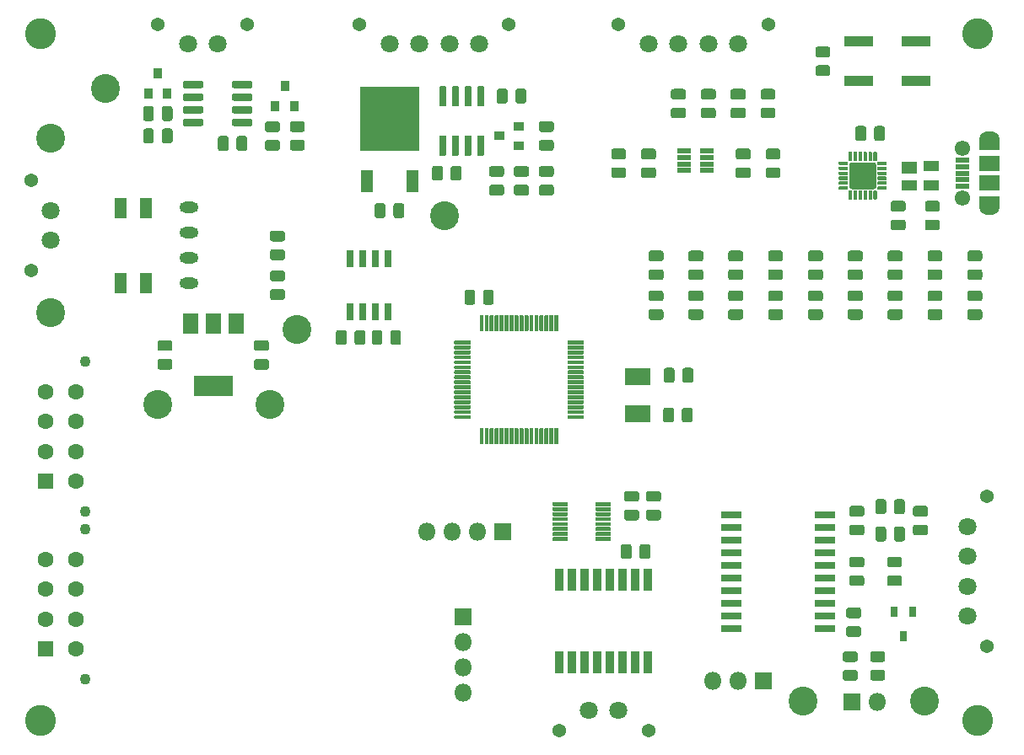
<source format=gbr>
G04 #@! TF.GenerationSoftware,KiCad,Pcbnew,5.1.5-52549c5~84~ubuntu18.04.1*
G04 #@! TF.CreationDate,2020-01-31T16:24:44-06:00*
G04 #@! TF.ProjectId,BPSMaster,4250534d-6173-4746-9572-2e6b69636164,rev?*
G04 #@! TF.SameCoordinates,Original*
G04 #@! TF.FileFunction,Soldermask,Top*
G04 #@! TF.FilePolarity,Negative*
%FSLAX46Y46*%
G04 Gerber Fmt 4.6, Leading zero omitted, Abs format (unit mm)*
G04 Created by KiCad (PCBNEW 5.1.5-52549c5~84~ubuntu18.04.1) date 2020-01-31 16:24:44*
%MOMM*%
%LPD*%
G04 APERTURE LIST*
%ADD10O,1.801600X1.801600*%
%ADD11R,1.801600X1.801600*%
%ADD12C,0.100000*%
%ADD13C,2.901600*%
%ADD14C,1.371600*%
%ADD15C,1.801600*%
%ADD16O,1.901600X1.101600*%
%ADD17R,3.901600X2.101600*%
%ADD18R,1.601600X2.101600*%
%ADD19R,1.301600X2.101600*%
%ADD20R,1.501600X1.301600*%
%ADD21R,1.501600X1.101600*%
%ADD22C,1.601600*%
%ADD23R,1.601600X1.601600*%
%ADD24C,1.101600*%
%ADD25R,2.001600X1.601600*%
%ADD26C,1.551600*%
%ADD27R,1.451600X0.501600*%
%ADD28O,2.001600X1.301600*%
%ADD29R,2.001600X1.301600*%
%ADD30C,3.101600*%
%ADD31R,1.301600X2.301600*%
%ADD32R,5.901600X6.501600*%
%ADD33R,1.001600X0.901600*%
%ADD34R,0.901600X1.001600*%
%ADD35R,2.851600X1.101600*%
%ADD36R,0.660400X1.651000*%
%ADD37R,0.861600X2.301600*%
%ADD38R,0.801600X1.101600*%
%ADD39R,2.051600X0.701600*%
%ADD40R,2.501600X1.801600*%
%ADD41R,1.320800X0.508000*%
G04 APERTURE END LIST*
D10*
X170420000Y-143000000D03*
X172960000Y-143000000D03*
D11*
X175500000Y-143000000D03*
D12*
G36*
X115958031Y-108775496D02*
G01*
X115984159Y-108779372D01*
X116009780Y-108785790D01*
X116034649Y-108794688D01*
X116058526Y-108805981D01*
X116081182Y-108819560D01*
X116102397Y-108835294D01*
X116121968Y-108853032D01*
X116139706Y-108872603D01*
X116155440Y-108893818D01*
X116169019Y-108916474D01*
X116180312Y-108940351D01*
X116189210Y-108965220D01*
X116195628Y-108990841D01*
X116199504Y-109016969D01*
X116200800Y-109043350D01*
X116200800Y-109581650D01*
X116199504Y-109608031D01*
X116195628Y-109634159D01*
X116189210Y-109659780D01*
X116180312Y-109684649D01*
X116169019Y-109708526D01*
X116155440Y-109731182D01*
X116139706Y-109752397D01*
X116121968Y-109771968D01*
X116102397Y-109789706D01*
X116081182Y-109805440D01*
X116058526Y-109819019D01*
X116034649Y-109830312D01*
X116009780Y-109839210D01*
X115984159Y-109845628D01*
X115958031Y-109849504D01*
X115931650Y-109850800D01*
X114968350Y-109850800D01*
X114941969Y-109849504D01*
X114915841Y-109845628D01*
X114890220Y-109839210D01*
X114865351Y-109830312D01*
X114841474Y-109819019D01*
X114818818Y-109805440D01*
X114797603Y-109789706D01*
X114778032Y-109771968D01*
X114760294Y-109752397D01*
X114744560Y-109731182D01*
X114730981Y-109708526D01*
X114719688Y-109684649D01*
X114710790Y-109659780D01*
X114704372Y-109634159D01*
X114700496Y-109608031D01*
X114699200Y-109581650D01*
X114699200Y-109043350D01*
X114700496Y-109016969D01*
X114704372Y-108990841D01*
X114710790Y-108965220D01*
X114719688Y-108940351D01*
X114730981Y-108916474D01*
X114744560Y-108893818D01*
X114760294Y-108872603D01*
X114778032Y-108853032D01*
X114797603Y-108835294D01*
X114818818Y-108819560D01*
X114841474Y-108805981D01*
X114865351Y-108794688D01*
X114890220Y-108785790D01*
X114915841Y-108779372D01*
X114941969Y-108775496D01*
X114968350Y-108774200D01*
X115931650Y-108774200D01*
X115958031Y-108775496D01*
G37*
G36*
X115958031Y-110650496D02*
G01*
X115984159Y-110654372D01*
X116009780Y-110660790D01*
X116034649Y-110669688D01*
X116058526Y-110680981D01*
X116081182Y-110694560D01*
X116102397Y-110710294D01*
X116121968Y-110728032D01*
X116139706Y-110747603D01*
X116155440Y-110768818D01*
X116169019Y-110791474D01*
X116180312Y-110815351D01*
X116189210Y-110840220D01*
X116195628Y-110865841D01*
X116199504Y-110891969D01*
X116200800Y-110918350D01*
X116200800Y-111456650D01*
X116199504Y-111483031D01*
X116195628Y-111509159D01*
X116189210Y-111534780D01*
X116180312Y-111559649D01*
X116169019Y-111583526D01*
X116155440Y-111606182D01*
X116139706Y-111627397D01*
X116121968Y-111646968D01*
X116102397Y-111664706D01*
X116081182Y-111680440D01*
X116058526Y-111694019D01*
X116034649Y-111705312D01*
X116009780Y-111714210D01*
X115984159Y-111720628D01*
X115958031Y-111724504D01*
X115931650Y-111725800D01*
X114968350Y-111725800D01*
X114941969Y-111724504D01*
X114915841Y-111720628D01*
X114890220Y-111714210D01*
X114865351Y-111705312D01*
X114841474Y-111694019D01*
X114818818Y-111680440D01*
X114797603Y-111664706D01*
X114778032Y-111646968D01*
X114760294Y-111627397D01*
X114744560Y-111606182D01*
X114730981Y-111583526D01*
X114719688Y-111559649D01*
X114710790Y-111534780D01*
X114704372Y-111509159D01*
X114700496Y-111483031D01*
X114699200Y-111456650D01*
X114699200Y-110918350D01*
X114700496Y-110891969D01*
X114704372Y-110865841D01*
X114710790Y-110840220D01*
X114719688Y-110815351D01*
X114730981Y-110791474D01*
X114744560Y-110768818D01*
X114760294Y-110747603D01*
X114778032Y-110728032D01*
X114797603Y-110710294D01*
X114818818Y-110694560D01*
X114841474Y-110680981D01*
X114865351Y-110669688D01*
X114890220Y-110660790D01*
X114915841Y-110654372D01*
X114941969Y-110650496D01*
X114968350Y-110649200D01*
X115931650Y-110649200D01*
X115958031Y-110650496D01*
G37*
D13*
X104000000Y-106000000D03*
D14*
X102040000Y-101750000D03*
D15*
X104000000Y-95750000D03*
X104000000Y-98750000D03*
D14*
X102040000Y-92750000D03*
D12*
G36*
X125658031Y-108775496D02*
G01*
X125684159Y-108779372D01*
X125709780Y-108785790D01*
X125734649Y-108794688D01*
X125758526Y-108805981D01*
X125781182Y-108819560D01*
X125802397Y-108835294D01*
X125821968Y-108853032D01*
X125839706Y-108872603D01*
X125855440Y-108893818D01*
X125869019Y-108916474D01*
X125880312Y-108940351D01*
X125889210Y-108965220D01*
X125895628Y-108990841D01*
X125899504Y-109016969D01*
X125900800Y-109043350D01*
X125900800Y-109581650D01*
X125899504Y-109608031D01*
X125895628Y-109634159D01*
X125889210Y-109659780D01*
X125880312Y-109684649D01*
X125869019Y-109708526D01*
X125855440Y-109731182D01*
X125839706Y-109752397D01*
X125821968Y-109771968D01*
X125802397Y-109789706D01*
X125781182Y-109805440D01*
X125758526Y-109819019D01*
X125734649Y-109830312D01*
X125709780Y-109839210D01*
X125684159Y-109845628D01*
X125658031Y-109849504D01*
X125631650Y-109850800D01*
X124668350Y-109850800D01*
X124641969Y-109849504D01*
X124615841Y-109845628D01*
X124590220Y-109839210D01*
X124565351Y-109830312D01*
X124541474Y-109819019D01*
X124518818Y-109805440D01*
X124497603Y-109789706D01*
X124478032Y-109771968D01*
X124460294Y-109752397D01*
X124444560Y-109731182D01*
X124430981Y-109708526D01*
X124419688Y-109684649D01*
X124410790Y-109659780D01*
X124404372Y-109634159D01*
X124400496Y-109608031D01*
X124399200Y-109581650D01*
X124399200Y-109043350D01*
X124400496Y-109016969D01*
X124404372Y-108990841D01*
X124410790Y-108965220D01*
X124419688Y-108940351D01*
X124430981Y-108916474D01*
X124444560Y-108893818D01*
X124460294Y-108872603D01*
X124478032Y-108853032D01*
X124497603Y-108835294D01*
X124518818Y-108819560D01*
X124541474Y-108805981D01*
X124565351Y-108794688D01*
X124590220Y-108785790D01*
X124615841Y-108779372D01*
X124641969Y-108775496D01*
X124668350Y-108774200D01*
X125631650Y-108774200D01*
X125658031Y-108775496D01*
G37*
G36*
X125658031Y-110650496D02*
G01*
X125684159Y-110654372D01*
X125709780Y-110660790D01*
X125734649Y-110669688D01*
X125758526Y-110680981D01*
X125781182Y-110694560D01*
X125802397Y-110710294D01*
X125821968Y-110728032D01*
X125839706Y-110747603D01*
X125855440Y-110768818D01*
X125869019Y-110791474D01*
X125880312Y-110815351D01*
X125889210Y-110840220D01*
X125895628Y-110865841D01*
X125899504Y-110891969D01*
X125900800Y-110918350D01*
X125900800Y-111456650D01*
X125899504Y-111483031D01*
X125895628Y-111509159D01*
X125889210Y-111534780D01*
X125880312Y-111559649D01*
X125869019Y-111583526D01*
X125855440Y-111606182D01*
X125839706Y-111627397D01*
X125821968Y-111646968D01*
X125802397Y-111664706D01*
X125781182Y-111680440D01*
X125758526Y-111694019D01*
X125734649Y-111705312D01*
X125709780Y-111714210D01*
X125684159Y-111720628D01*
X125658031Y-111724504D01*
X125631650Y-111725800D01*
X124668350Y-111725800D01*
X124641969Y-111724504D01*
X124615841Y-111720628D01*
X124590220Y-111714210D01*
X124565351Y-111705312D01*
X124541474Y-111694019D01*
X124518818Y-111680440D01*
X124497603Y-111664706D01*
X124478032Y-111646968D01*
X124460294Y-111627397D01*
X124444560Y-111606182D01*
X124430981Y-111583526D01*
X124419688Y-111559649D01*
X124410790Y-111534780D01*
X124404372Y-111509159D01*
X124400496Y-111483031D01*
X124399200Y-111456650D01*
X124399200Y-110918350D01*
X124400496Y-110891969D01*
X124404372Y-110865841D01*
X124410790Y-110840220D01*
X124419688Y-110815351D01*
X124430981Y-110791474D01*
X124444560Y-110768818D01*
X124460294Y-110747603D01*
X124478032Y-110728032D01*
X124497603Y-110710294D01*
X124518818Y-110694560D01*
X124541474Y-110680981D01*
X124565351Y-110669688D01*
X124590220Y-110660790D01*
X124615841Y-110654372D01*
X124641969Y-110650496D01*
X124668350Y-110649200D01*
X125631650Y-110649200D01*
X125658031Y-110650496D01*
G37*
D13*
X104000000Y-88500000D03*
D16*
X117850000Y-95440000D03*
X117850000Y-97980000D03*
X117850000Y-100520000D03*
X117850000Y-103060000D03*
D17*
X120350000Y-113400000D03*
D18*
X120350000Y-107100000D03*
X118050000Y-107100000D03*
X122650000Y-107100000D03*
D13*
X128750000Y-107700000D03*
X126000000Y-115250000D03*
X114750000Y-115250000D03*
D12*
G36*
X127258031Y-103650496D02*
G01*
X127284159Y-103654372D01*
X127309780Y-103660790D01*
X127334649Y-103669688D01*
X127358526Y-103680981D01*
X127381182Y-103694560D01*
X127402397Y-103710294D01*
X127421968Y-103728032D01*
X127439706Y-103747603D01*
X127455440Y-103768818D01*
X127469019Y-103791474D01*
X127480312Y-103815351D01*
X127489210Y-103840220D01*
X127495628Y-103865841D01*
X127499504Y-103891969D01*
X127500800Y-103918350D01*
X127500800Y-104456650D01*
X127499504Y-104483031D01*
X127495628Y-104509159D01*
X127489210Y-104534780D01*
X127480312Y-104559649D01*
X127469019Y-104583526D01*
X127455440Y-104606182D01*
X127439706Y-104627397D01*
X127421968Y-104646968D01*
X127402397Y-104664706D01*
X127381182Y-104680440D01*
X127358526Y-104694019D01*
X127334649Y-104705312D01*
X127309780Y-104714210D01*
X127284159Y-104720628D01*
X127258031Y-104724504D01*
X127231650Y-104725800D01*
X126268350Y-104725800D01*
X126241969Y-104724504D01*
X126215841Y-104720628D01*
X126190220Y-104714210D01*
X126165351Y-104705312D01*
X126141474Y-104694019D01*
X126118818Y-104680440D01*
X126097603Y-104664706D01*
X126078032Y-104646968D01*
X126060294Y-104627397D01*
X126044560Y-104606182D01*
X126030981Y-104583526D01*
X126019688Y-104559649D01*
X126010790Y-104534780D01*
X126004372Y-104509159D01*
X126000496Y-104483031D01*
X125999200Y-104456650D01*
X125999200Y-103918350D01*
X126000496Y-103891969D01*
X126004372Y-103865841D01*
X126010790Y-103840220D01*
X126019688Y-103815351D01*
X126030981Y-103791474D01*
X126044560Y-103768818D01*
X126060294Y-103747603D01*
X126078032Y-103728032D01*
X126097603Y-103710294D01*
X126118818Y-103694560D01*
X126141474Y-103680981D01*
X126165351Y-103669688D01*
X126190220Y-103660790D01*
X126215841Y-103654372D01*
X126241969Y-103650496D01*
X126268350Y-103649200D01*
X127231650Y-103649200D01*
X127258031Y-103650496D01*
G37*
G36*
X127258031Y-101775496D02*
G01*
X127284159Y-101779372D01*
X127309780Y-101785790D01*
X127334649Y-101794688D01*
X127358526Y-101805981D01*
X127381182Y-101819560D01*
X127402397Y-101835294D01*
X127421968Y-101853032D01*
X127439706Y-101872603D01*
X127455440Y-101893818D01*
X127469019Y-101916474D01*
X127480312Y-101940351D01*
X127489210Y-101965220D01*
X127495628Y-101990841D01*
X127499504Y-102016969D01*
X127500800Y-102043350D01*
X127500800Y-102581650D01*
X127499504Y-102608031D01*
X127495628Y-102634159D01*
X127489210Y-102659780D01*
X127480312Y-102684649D01*
X127469019Y-102708526D01*
X127455440Y-102731182D01*
X127439706Y-102752397D01*
X127421968Y-102771968D01*
X127402397Y-102789706D01*
X127381182Y-102805440D01*
X127358526Y-102819019D01*
X127334649Y-102830312D01*
X127309780Y-102839210D01*
X127284159Y-102845628D01*
X127258031Y-102849504D01*
X127231650Y-102850800D01*
X126268350Y-102850800D01*
X126241969Y-102849504D01*
X126215841Y-102845628D01*
X126190220Y-102839210D01*
X126165351Y-102830312D01*
X126141474Y-102819019D01*
X126118818Y-102805440D01*
X126097603Y-102789706D01*
X126078032Y-102771968D01*
X126060294Y-102752397D01*
X126044560Y-102731182D01*
X126030981Y-102708526D01*
X126019688Y-102684649D01*
X126010790Y-102659780D01*
X126004372Y-102634159D01*
X126000496Y-102608031D01*
X125999200Y-102581650D01*
X125999200Y-102043350D01*
X126000496Y-102016969D01*
X126004372Y-101990841D01*
X126010790Y-101965220D01*
X126019688Y-101940351D01*
X126030981Y-101916474D01*
X126044560Y-101893818D01*
X126060294Y-101872603D01*
X126078032Y-101853032D01*
X126097603Y-101835294D01*
X126118818Y-101819560D01*
X126141474Y-101805981D01*
X126165351Y-101794688D01*
X126190220Y-101785790D01*
X126215841Y-101779372D01*
X126241969Y-101775496D01*
X126268350Y-101774200D01*
X127231650Y-101774200D01*
X127258031Y-101775496D01*
G37*
D19*
X113520000Y-103000000D03*
X110980000Y-103000000D03*
X110980000Y-95500000D03*
X113520000Y-95500000D03*
D12*
G36*
X127258031Y-99650496D02*
G01*
X127284159Y-99654372D01*
X127309780Y-99660790D01*
X127334649Y-99669688D01*
X127358526Y-99680981D01*
X127381182Y-99694560D01*
X127402397Y-99710294D01*
X127421968Y-99728032D01*
X127439706Y-99747603D01*
X127455440Y-99768818D01*
X127469019Y-99791474D01*
X127480312Y-99815351D01*
X127489210Y-99840220D01*
X127495628Y-99865841D01*
X127499504Y-99891969D01*
X127500800Y-99918350D01*
X127500800Y-100456650D01*
X127499504Y-100483031D01*
X127495628Y-100509159D01*
X127489210Y-100534780D01*
X127480312Y-100559649D01*
X127469019Y-100583526D01*
X127455440Y-100606182D01*
X127439706Y-100627397D01*
X127421968Y-100646968D01*
X127402397Y-100664706D01*
X127381182Y-100680440D01*
X127358526Y-100694019D01*
X127334649Y-100705312D01*
X127309780Y-100714210D01*
X127284159Y-100720628D01*
X127258031Y-100724504D01*
X127231650Y-100725800D01*
X126268350Y-100725800D01*
X126241969Y-100724504D01*
X126215841Y-100720628D01*
X126190220Y-100714210D01*
X126165351Y-100705312D01*
X126141474Y-100694019D01*
X126118818Y-100680440D01*
X126097603Y-100664706D01*
X126078032Y-100646968D01*
X126060294Y-100627397D01*
X126044560Y-100606182D01*
X126030981Y-100583526D01*
X126019688Y-100559649D01*
X126010790Y-100534780D01*
X126004372Y-100509159D01*
X126000496Y-100483031D01*
X125999200Y-100456650D01*
X125999200Y-99918350D01*
X126000496Y-99891969D01*
X126004372Y-99865841D01*
X126010790Y-99840220D01*
X126019688Y-99815351D01*
X126030981Y-99791474D01*
X126044560Y-99768818D01*
X126060294Y-99747603D01*
X126078032Y-99728032D01*
X126097603Y-99710294D01*
X126118818Y-99694560D01*
X126141474Y-99680981D01*
X126165351Y-99669688D01*
X126190220Y-99660790D01*
X126215841Y-99654372D01*
X126241969Y-99650496D01*
X126268350Y-99649200D01*
X127231650Y-99649200D01*
X127258031Y-99650496D01*
G37*
G36*
X127258031Y-97775496D02*
G01*
X127284159Y-97779372D01*
X127309780Y-97785790D01*
X127334649Y-97794688D01*
X127358526Y-97805981D01*
X127381182Y-97819560D01*
X127402397Y-97835294D01*
X127421968Y-97853032D01*
X127439706Y-97872603D01*
X127455440Y-97893818D01*
X127469019Y-97916474D01*
X127480312Y-97940351D01*
X127489210Y-97965220D01*
X127495628Y-97990841D01*
X127499504Y-98016969D01*
X127500800Y-98043350D01*
X127500800Y-98581650D01*
X127499504Y-98608031D01*
X127495628Y-98634159D01*
X127489210Y-98659780D01*
X127480312Y-98684649D01*
X127469019Y-98708526D01*
X127455440Y-98731182D01*
X127439706Y-98752397D01*
X127421968Y-98771968D01*
X127402397Y-98789706D01*
X127381182Y-98805440D01*
X127358526Y-98819019D01*
X127334649Y-98830312D01*
X127309780Y-98839210D01*
X127284159Y-98845628D01*
X127258031Y-98849504D01*
X127231650Y-98850800D01*
X126268350Y-98850800D01*
X126241969Y-98849504D01*
X126215841Y-98845628D01*
X126190220Y-98839210D01*
X126165351Y-98830312D01*
X126141474Y-98819019D01*
X126118818Y-98805440D01*
X126097603Y-98789706D01*
X126078032Y-98771968D01*
X126060294Y-98752397D01*
X126044560Y-98731182D01*
X126030981Y-98708526D01*
X126019688Y-98684649D01*
X126010790Y-98659780D01*
X126004372Y-98634159D01*
X126000496Y-98608031D01*
X125999200Y-98581650D01*
X125999200Y-98043350D01*
X126000496Y-98016969D01*
X126004372Y-97990841D01*
X126010790Y-97965220D01*
X126019688Y-97940351D01*
X126030981Y-97916474D01*
X126044560Y-97893818D01*
X126060294Y-97872603D01*
X126078032Y-97853032D01*
X126097603Y-97835294D01*
X126118818Y-97819560D01*
X126141474Y-97805981D01*
X126165351Y-97794688D01*
X126190220Y-97785790D01*
X126215841Y-97779372D01*
X126241969Y-97775496D01*
X126268350Y-97774200D01*
X127231650Y-97774200D01*
X127258031Y-97775496D01*
G37*
G36*
X182008031Y-81150496D02*
G01*
X182034159Y-81154372D01*
X182059780Y-81160790D01*
X182084649Y-81169688D01*
X182108526Y-81180981D01*
X182131182Y-81194560D01*
X182152397Y-81210294D01*
X182171968Y-81228032D01*
X182189706Y-81247603D01*
X182205440Y-81268818D01*
X182219019Y-81291474D01*
X182230312Y-81315351D01*
X182239210Y-81340220D01*
X182245628Y-81365841D01*
X182249504Y-81391969D01*
X182250800Y-81418350D01*
X182250800Y-81956650D01*
X182249504Y-81983031D01*
X182245628Y-82009159D01*
X182239210Y-82034780D01*
X182230312Y-82059649D01*
X182219019Y-82083526D01*
X182205440Y-82106182D01*
X182189706Y-82127397D01*
X182171968Y-82146968D01*
X182152397Y-82164706D01*
X182131182Y-82180440D01*
X182108526Y-82194019D01*
X182084649Y-82205312D01*
X182059780Y-82214210D01*
X182034159Y-82220628D01*
X182008031Y-82224504D01*
X181981650Y-82225800D01*
X181018350Y-82225800D01*
X180991969Y-82224504D01*
X180965841Y-82220628D01*
X180940220Y-82214210D01*
X180915351Y-82205312D01*
X180891474Y-82194019D01*
X180868818Y-82180440D01*
X180847603Y-82164706D01*
X180828032Y-82146968D01*
X180810294Y-82127397D01*
X180794560Y-82106182D01*
X180780981Y-82083526D01*
X180769688Y-82059649D01*
X180760790Y-82034780D01*
X180754372Y-82009159D01*
X180750496Y-81983031D01*
X180749200Y-81956650D01*
X180749200Y-81418350D01*
X180750496Y-81391969D01*
X180754372Y-81365841D01*
X180760790Y-81340220D01*
X180769688Y-81315351D01*
X180780981Y-81291474D01*
X180794560Y-81268818D01*
X180810294Y-81247603D01*
X180828032Y-81228032D01*
X180847603Y-81210294D01*
X180868818Y-81194560D01*
X180891474Y-81180981D01*
X180915351Y-81169688D01*
X180940220Y-81160790D01*
X180965841Y-81154372D01*
X180991969Y-81150496D01*
X181018350Y-81149200D01*
X181981650Y-81149200D01*
X182008031Y-81150496D01*
G37*
G36*
X182008031Y-79275496D02*
G01*
X182034159Y-79279372D01*
X182059780Y-79285790D01*
X182084649Y-79294688D01*
X182108526Y-79305981D01*
X182131182Y-79319560D01*
X182152397Y-79335294D01*
X182171968Y-79353032D01*
X182189706Y-79372603D01*
X182205440Y-79393818D01*
X182219019Y-79416474D01*
X182230312Y-79440351D01*
X182239210Y-79465220D01*
X182245628Y-79490841D01*
X182249504Y-79516969D01*
X182250800Y-79543350D01*
X182250800Y-80081650D01*
X182249504Y-80108031D01*
X182245628Y-80134159D01*
X182239210Y-80159780D01*
X182230312Y-80184649D01*
X182219019Y-80208526D01*
X182205440Y-80231182D01*
X182189706Y-80252397D01*
X182171968Y-80271968D01*
X182152397Y-80289706D01*
X182131182Y-80305440D01*
X182108526Y-80319019D01*
X182084649Y-80330312D01*
X182059780Y-80339210D01*
X182034159Y-80345628D01*
X182008031Y-80349504D01*
X181981650Y-80350800D01*
X181018350Y-80350800D01*
X180991969Y-80349504D01*
X180965841Y-80345628D01*
X180940220Y-80339210D01*
X180915351Y-80330312D01*
X180891474Y-80319019D01*
X180868818Y-80305440D01*
X180847603Y-80289706D01*
X180828032Y-80271968D01*
X180810294Y-80252397D01*
X180794560Y-80231182D01*
X180780981Y-80208526D01*
X180769688Y-80184649D01*
X180760790Y-80159780D01*
X180754372Y-80134159D01*
X180750496Y-80108031D01*
X180749200Y-80081650D01*
X180749200Y-79543350D01*
X180750496Y-79516969D01*
X180754372Y-79490841D01*
X180760790Y-79465220D01*
X180769688Y-79440351D01*
X180780981Y-79416474D01*
X180794560Y-79393818D01*
X180810294Y-79372603D01*
X180828032Y-79353032D01*
X180847603Y-79335294D01*
X180868818Y-79319560D01*
X180891474Y-79305981D01*
X180915351Y-79294688D01*
X180940220Y-79285790D01*
X180965841Y-79279372D01*
X180991969Y-79275496D01*
X181018350Y-79274200D01*
X181981650Y-79274200D01*
X182008031Y-79275496D01*
G37*
G36*
X148233031Y-103700496D02*
G01*
X148259159Y-103704372D01*
X148284780Y-103710790D01*
X148309649Y-103719688D01*
X148333526Y-103730981D01*
X148356182Y-103744560D01*
X148377397Y-103760294D01*
X148396968Y-103778032D01*
X148414706Y-103797603D01*
X148430440Y-103818818D01*
X148444019Y-103841474D01*
X148455312Y-103865351D01*
X148464210Y-103890220D01*
X148470628Y-103915841D01*
X148474504Y-103941969D01*
X148475800Y-103968350D01*
X148475800Y-104931650D01*
X148474504Y-104958031D01*
X148470628Y-104984159D01*
X148464210Y-105009780D01*
X148455312Y-105034649D01*
X148444019Y-105058526D01*
X148430440Y-105081182D01*
X148414706Y-105102397D01*
X148396968Y-105121968D01*
X148377397Y-105139706D01*
X148356182Y-105155440D01*
X148333526Y-105169019D01*
X148309649Y-105180312D01*
X148284780Y-105189210D01*
X148259159Y-105195628D01*
X148233031Y-105199504D01*
X148206650Y-105200800D01*
X147668350Y-105200800D01*
X147641969Y-105199504D01*
X147615841Y-105195628D01*
X147590220Y-105189210D01*
X147565351Y-105180312D01*
X147541474Y-105169019D01*
X147518818Y-105155440D01*
X147497603Y-105139706D01*
X147478032Y-105121968D01*
X147460294Y-105102397D01*
X147444560Y-105081182D01*
X147430981Y-105058526D01*
X147419688Y-105034649D01*
X147410790Y-105009780D01*
X147404372Y-104984159D01*
X147400496Y-104958031D01*
X147399200Y-104931650D01*
X147399200Y-103968350D01*
X147400496Y-103941969D01*
X147404372Y-103915841D01*
X147410790Y-103890220D01*
X147419688Y-103865351D01*
X147430981Y-103841474D01*
X147444560Y-103818818D01*
X147460294Y-103797603D01*
X147478032Y-103778032D01*
X147497603Y-103760294D01*
X147518818Y-103744560D01*
X147541474Y-103730981D01*
X147565351Y-103719688D01*
X147590220Y-103710790D01*
X147615841Y-103704372D01*
X147641969Y-103700496D01*
X147668350Y-103699200D01*
X148206650Y-103699200D01*
X148233031Y-103700496D01*
G37*
G36*
X146358031Y-103700496D02*
G01*
X146384159Y-103704372D01*
X146409780Y-103710790D01*
X146434649Y-103719688D01*
X146458526Y-103730981D01*
X146481182Y-103744560D01*
X146502397Y-103760294D01*
X146521968Y-103778032D01*
X146539706Y-103797603D01*
X146555440Y-103818818D01*
X146569019Y-103841474D01*
X146580312Y-103865351D01*
X146589210Y-103890220D01*
X146595628Y-103915841D01*
X146599504Y-103941969D01*
X146600800Y-103968350D01*
X146600800Y-104931650D01*
X146599504Y-104958031D01*
X146595628Y-104984159D01*
X146589210Y-105009780D01*
X146580312Y-105034649D01*
X146569019Y-105058526D01*
X146555440Y-105081182D01*
X146539706Y-105102397D01*
X146521968Y-105121968D01*
X146502397Y-105139706D01*
X146481182Y-105155440D01*
X146458526Y-105169019D01*
X146434649Y-105180312D01*
X146409780Y-105189210D01*
X146384159Y-105195628D01*
X146358031Y-105199504D01*
X146331650Y-105200800D01*
X145793350Y-105200800D01*
X145766969Y-105199504D01*
X145740841Y-105195628D01*
X145715220Y-105189210D01*
X145690351Y-105180312D01*
X145666474Y-105169019D01*
X145643818Y-105155440D01*
X145622603Y-105139706D01*
X145603032Y-105121968D01*
X145585294Y-105102397D01*
X145569560Y-105081182D01*
X145555981Y-105058526D01*
X145544688Y-105034649D01*
X145535790Y-105009780D01*
X145529372Y-104984159D01*
X145525496Y-104958031D01*
X145524200Y-104931650D01*
X145524200Y-103968350D01*
X145525496Y-103941969D01*
X145529372Y-103915841D01*
X145535790Y-103890220D01*
X145544688Y-103865351D01*
X145555981Y-103841474D01*
X145569560Y-103818818D01*
X145585294Y-103797603D01*
X145603032Y-103778032D01*
X145622603Y-103760294D01*
X145643818Y-103744560D01*
X145666474Y-103730981D01*
X145690351Y-103719688D01*
X145715220Y-103710790D01*
X145740841Y-103704372D01*
X145766969Y-103700496D01*
X145793350Y-103699200D01*
X146331650Y-103699200D01*
X146358031Y-103700496D01*
G37*
G36*
X166308031Y-115550496D02*
G01*
X166334159Y-115554372D01*
X166359780Y-115560790D01*
X166384649Y-115569688D01*
X166408526Y-115580981D01*
X166431182Y-115594560D01*
X166452397Y-115610294D01*
X166471968Y-115628032D01*
X166489706Y-115647603D01*
X166505440Y-115668818D01*
X166519019Y-115691474D01*
X166530312Y-115715351D01*
X166539210Y-115740220D01*
X166545628Y-115765841D01*
X166549504Y-115791969D01*
X166550800Y-115818350D01*
X166550800Y-116781650D01*
X166549504Y-116808031D01*
X166545628Y-116834159D01*
X166539210Y-116859780D01*
X166530312Y-116884649D01*
X166519019Y-116908526D01*
X166505440Y-116931182D01*
X166489706Y-116952397D01*
X166471968Y-116971968D01*
X166452397Y-116989706D01*
X166431182Y-117005440D01*
X166408526Y-117019019D01*
X166384649Y-117030312D01*
X166359780Y-117039210D01*
X166334159Y-117045628D01*
X166308031Y-117049504D01*
X166281650Y-117050800D01*
X165743350Y-117050800D01*
X165716969Y-117049504D01*
X165690841Y-117045628D01*
X165665220Y-117039210D01*
X165640351Y-117030312D01*
X165616474Y-117019019D01*
X165593818Y-117005440D01*
X165572603Y-116989706D01*
X165553032Y-116971968D01*
X165535294Y-116952397D01*
X165519560Y-116931182D01*
X165505981Y-116908526D01*
X165494688Y-116884649D01*
X165485790Y-116859780D01*
X165479372Y-116834159D01*
X165475496Y-116808031D01*
X165474200Y-116781650D01*
X165474200Y-115818350D01*
X165475496Y-115791969D01*
X165479372Y-115765841D01*
X165485790Y-115740220D01*
X165494688Y-115715351D01*
X165505981Y-115691474D01*
X165519560Y-115668818D01*
X165535294Y-115647603D01*
X165553032Y-115628032D01*
X165572603Y-115610294D01*
X165593818Y-115594560D01*
X165616474Y-115580981D01*
X165640351Y-115569688D01*
X165665220Y-115560790D01*
X165690841Y-115554372D01*
X165716969Y-115550496D01*
X165743350Y-115549200D01*
X166281650Y-115549200D01*
X166308031Y-115550496D01*
G37*
G36*
X168183031Y-115550496D02*
G01*
X168209159Y-115554372D01*
X168234780Y-115560790D01*
X168259649Y-115569688D01*
X168283526Y-115580981D01*
X168306182Y-115594560D01*
X168327397Y-115610294D01*
X168346968Y-115628032D01*
X168364706Y-115647603D01*
X168380440Y-115668818D01*
X168394019Y-115691474D01*
X168405312Y-115715351D01*
X168414210Y-115740220D01*
X168420628Y-115765841D01*
X168424504Y-115791969D01*
X168425800Y-115818350D01*
X168425800Y-116781650D01*
X168424504Y-116808031D01*
X168420628Y-116834159D01*
X168414210Y-116859780D01*
X168405312Y-116884649D01*
X168394019Y-116908526D01*
X168380440Y-116931182D01*
X168364706Y-116952397D01*
X168346968Y-116971968D01*
X168327397Y-116989706D01*
X168306182Y-117005440D01*
X168283526Y-117019019D01*
X168259649Y-117030312D01*
X168234780Y-117039210D01*
X168209159Y-117045628D01*
X168183031Y-117049504D01*
X168156650Y-117050800D01*
X167618350Y-117050800D01*
X167591969Y-117049504D01*
X167565841Y-117045628D01*
X167540220Y-117039210D01*
X167515351Y-117030312D01*
X167491474Y-117019019D01*
X167468818Y-117005440D01*
X167447603Y-116989706D01*
X167428032Y-116971968D01*
X167410294Y-116952397D01*
X167394560Y-116931182D01*
X167380981Y-116908526D01*
X167369688Y-116884649D01*
X167360790Y-116859780D01*
X167354372Y-116834159D01*
X167350496Y-116808031D01*
X167349200Y-116781650D01*
X167349200Y-115818350D01*
X167350496Y-115791969D01*
X167354372Y-115765841D01*
X167360790Y-115740220D01*
X167369688Y-115715351D01*
X167380981Y-115691474D01*
X167394560Y-115668818D01*
X167410294Y-115647603D01*
X167428032Y-115628032D01*
X167447603Y-115610294D01*
X167468818Y-115594560D01*
X167491474Y-115580981D01*
X167515351Y-115569688D01*
X167540220Y-115560790D01*
X167565841Y-115554372D01*
X167591969Y-115550496D01*
X167618350Y-115549200D01*
X168156650Y-115549200D01*
X168183031Y-115550496D01*
G37*
G36*
X168245531Y-111550496D02*
G01*
X168271659Y-111554372D01*
X168297280Y-111560790D01*
X168322149Y-111569688D01*
X168346026Y-111580981D01*
X168368682Y-111594560D01*
X168389897Y-111610294D01*
X168409468Y-111628032D01*
X168427206Y-111647603D01*
X168442940Y-111668818D01*
X168456519Y-111691474D01*
X168467812Y-111715351D01*
X168476710Y-111740220D01*
X168483128Y-111765841D01*
X168487004Y-111791969D01*
X168488300Y-111818350D01*
X168488300Y-112781650D01*
X168487004Y-112808031D01*
X168483128Y-112834159D01*
X168476710Y-112859780D01*
X168467812Y-112884649D01*
X168456519Y-112908526D01*
X168442940Y-112931182D01*
X168427206Y-112952397D01*
X168409468Y-112971968D01*
X168389897Y-112989706D01*
X168368682Y-113005440D01*
X168346026Y-113019019D01*
X168322149Y-113030312D01*
X168297280Y-113039210D01*
X168271659Y-113045628D01*
X168245531Y-113049504D01*
X168219150Y-113050800D01*
X167680850Y-113050800D01*
X167654469Y-113049504D01*
X167628341Y-113045628D01*
X167602720Y-113039210D01*
X167577851Y-113030312D01*
X167553974Y-113019019D01*
X167531318Y-113005440D01*
X167510103Y-112989706D01*
X167490532Y-112971968D01*
X167472794Y-112952397D01*
X167457060Y-112931182D01*
X167443481Y-112908526D01*
X167432188Y-112884649D01*
X167423290Y-112859780D01*
X167416872Y-112834159D01*
X167412996Y-112808031D01*
X167411700Y-112781650D01*
X167411700Y-111818350D01*
X167412996Y-111791969D01*
X167416872Y-111765841D01*
X167423290Y-111740220D01*
X167432188Y-111715351D01*
X167443481Y-111691474D01*
X167457060Y-111668818D01*
X167472794Y-111647603D01*
X167490532Y-111628032D01*
X167510103Y-111610294D01*
X167531318Y-111594560D01*
X167553974Y-111580981D01*
X167577851Y-111569688D01*
X167602720Y-111560790D01*
X167628341Y-111554372D01*
X167654469Y-111550496D01*
X167680850Y-111549200D01*
X168219150Y-111549200D01*
X168245531Y-111550496D01*
G37*
G36*
X166370531Y-111550496D02*
G01*
X166396659Y-111554372D01*
X166422280Y-111560790D01*
X166447149Y-111569688D01*
X166471026Y-111580981D01*
X166493682Y-111594560D01*
X166514897Y-111610294D01*
X166534468Y-111628032D01*
X166552206Y-111647603D01*
X166567940Y-111668818D01*
X166581519Y-111691474D01*
X166592812Y-111715351D01*
X166601710Y-111740220D01*
X166608128Y-111765841D01*
X166612004Y-111791969D01*
X166613300Y-111818350D01*
X166613300Y-112781650D01*
X166612004Y-112808031D01*
X166608128Y-112834159D01*
X166601710Y-112859780D01*
X166592812Y-112884649D01*
X166581519Y-112908526D01*
X166567940Y-112931182D01*
X166552206Y-112952397D01*
X166534468Y-112971968D01*
X166514897Y-112989706D01*
X166493682Y-113005440D01*
X166471026Y-113019019D01*
X166447149Y-113030312D01*
X166422280Y-113039210D01*
X166396659Y-113045628D01*
X166370531Y-113049504D01*
X166344150Y-113050800D01*
X165805850Y-113050800D01*
X165779469Y-113049504D01*
X165753341Y-113045628D01*
X165727720Y-113039210D01*
X165702851Y-113030312D01*
X165678974Y-113019019D01*
X165656318Y-113005440D01*
X165635103Y-112989706D01*
X165615532Y-112971968D01*
X165597794Y-112952397D01*
X165582060Y-112931182D01*
X165568481Y-112908526D01*
X165557188Y-112884649D01*
X165548290Y-112859780D01*
X165541872Y-112834159D01*
X165537996Y-112808031D01*
X165536700Y-112781650D01*
X165536700Y-111818350D01*
X165537996Y-111791969D01*
X165541872Y-111765841D01*
X165548290Y-111740220D01*
X165557188Y-111715351D01*
X165568481Y-111691474D01*
X165582060Y-111668818D01*
X165597794Y-111647603D01*
X165615532Y-111628032D01*
X165635103Y-111610294D01*
X165656318Y-111594560D01*
X165678974Y-111580981D01*
X165702851Y-111569688D01*
X165727720Y-111560790D01*
X165753341Y-111554372D01*
X165779469Y-111550496D01*
X165805850Y-111549200D01*
X166344150Y-111549200D01*
X166370531Y-111550496D01*
G37*
G36*
X185408031Y-125425496D02*
G01*
X185434159Y-125429372D01*
X185459780Y-125435790D01*
X185484649Y-125444688D01*
X185508526Y-125455981D01*
X185531182Y-125469560D01*
X185552397Y-125485294D01*
X185571968Y-125503032D01*
X185589706Y-125522603D01*
X185605440Y-125543818D01*
X185619019Y-125566474D01*
X185630312Y-125590351D01*
X185639210Y-125615220D01*
X185645628Y-125640841D01*
X185649504Y-125666969D01*
X185650800Y-125693350D01*
X185650800Y-126231650D01*
X185649504Y-126258031D01*
X185645628Y-126284159D01*
X185639210Y-126309780D01*
X185630312Y-126334649D01*
X185619019Y-126358526D01*
X185605440Y-126381182D01*
X185589706Y-126402397D01*
X185571968Y-126421968D01*
X185552397Y-126439706D01*
X185531182Y-126455440D01*
X185508526Y-126469019D01*
X185484649Y-126480312D01*
X185459780Y-126489210D01*
X185434159Y-126495628D01*
X185408031Y-126499504D01*
X185381650Y-126500800D01*
X184418350Y-126500800D01*
X184391969Y-126499504D01*
X184365841Y-126495628D01*
X184340220Y-126489210D01*
X184315351Y-126480312D01*
X184291474Y-126469019D01*
X184268818Y-126455440D01*
X184247603Y-126439706D01*
X184228032Y-126421968D01*
X184210294Y-126402397D01*
X184194560Y-126381182D01*
X184180981Y-126358526D01*
X184169688Y-126334649D01*
X184160790Y-126309780D01*
X184154372Y-126284159D01*
X184150496Y-126258031D01*
X184149200Y-126231650D01*
X184149200Y-125693350D01*
X184150496Y-125666969D01*
X184154372Y-125640841D01*
X184160790Y-125615220D01*
X184169688Y-125590351D01*
X184180981Y-125566474D01*
X184194560Y-125543818D01*
X184210294Y-125522603D01*
X184228032Y-125503032D01*
X184247603Y-125485294D01*
X184268818Y-125469560D01*
X184291474Y-125455981D01*
X184315351Y-125444688D01*
X184340220Y-125435790D01*
X184365841Y-125429372D01*
X184391969Y-125425496D01*
X184418350Y-125424200D01*
X185381650Y-125424200D01*
X185408031Y-125425496D01*
G37*
G36*
X185408031Y-127300496D02*
G01*
X185434159Y-127304372D01*
X185459780Y-127310790D01*
X185484649Y-127319688D01*
X185508526Y-127330981D01*
X185531182Y-127344560D01*
X185552397Y-127360294D01*
X185571968Y-127378032D01*
X185589706Y-127397603D01*
X185605440Y-127418818D01*
X185619019Y-127441474D01*
X185630312Y-127465351D01*
X185639210Y-127490220D01*
X185645628Y-127515841D01*
X185649504Y-127541969D01*
X185650800Y-127568350D01*
X185650800Y-128106650D01*
X185649504Y-128133031D01*
X185645628Y-128159159D01*
X185639210Y-128184780D01*
X185630312Y-128209649D01*
X185619019Y-128233526D01*
X185605440Y-128256182D01*
X185589706Y-128277397D01*
X185571968Y-128296968D01*
X185552397Y-128314706D01*
X185531182Y-128330440D01*
X185508526Y-128344019D01*
X185484649Y-128355312D01*
X185459780Y-128364210D01*
X185434159Y-128370628D01*
X185408031Y-128374504D01*
X185381650Y-128375800D01*
X184418350Y-128375800D01*
X184391969Y-128374504D01*
X184365841Y-128370628D01*
X184340220Y-128364210D01*
X184315351Y-128355312D01*
X184291474Y-128344019D01*
X184268818Y-128330440D01*
X184247603Y-128314706D01*
X184228032Y-128296968D01*
X184210294Y-128277397D01*
X184194560Y-128256182D01*
X184180981Y-128233526D01*
X184169688Y-128209649D01*
X184160790Y-128184780D01*
X184154372Y-128159159D01*
X184150496Y-128133031D01*
X184149200Y-128106650D01*
X184149200Y-127568350D01*
X184150496Y-127541969D01*
X184154372Y-127515841D01*
X184160790Y-127490220D01*
X184169688Y-127465351D01*
X184180981Y-127441474D01*
X184194560Y-127418818D01*
X184210294Y-127397603D01*
X184228032Y-127378032D01*
X184247603Y-127360294D01*
X184268818Y-127344560D01*
X184291474Y-127330981D01*
X184315351Y-127319688D01*
X184340220Y-127310790D01*
X184365841Y-127304372D01*
X184391969Y-127300496D01*
X184418350Y-127299200D01*
X185381650Y-127299200D01*
X185408031Y-127300496D01*
G37*
G36*
X191808031Y-127300496D02*
G01*
X191834159Y-127304372D01*
X191859780Y-127310790D01*
X191884649Y-127319688D01*
X191908526Y-127330981D01*
X191931182Y-127344560D01*
X191952397Y-127360294D01*
X191971968Y-127378032D01*
X191989706Y-127397603D01*
X192005440Y-127418818D01*
X192019019Y-127441474D01*
X192030312Y-127465351D01*
X192039210Y-127490220D01*
X192045628Y-127515841D01*
X192049504Y-127541969D01*
X192050800Y-127568350D01*
X192050800Y-128106650D01*
X192049504Y-128133031D01*
X192045628Y-128159159D01*
X192039210Y-128184780D01*
X192030312Y-128209649D01*
X192019019Y-128233526D01*
X192005440Y-128256182D01*
X191989706Y-128277397D01*
X191971968Y-128296968D01*
X191952397Y-128314706D01*
X191931182Y-128330440D01*
X191908526Y-128344019D01*
X191884649Y-128355312D01*
X191859780Y-128364210D01*
X191834159Y-128370628D01*
X191808031Y-128374504D01*
X191781650Y-128375800D01*
X190818350Y-128375800D01*
X190791969Y-128374504D01*
X190765841Y-128370628D01*
X190740220Y-128364210D01*
X190715351Y-128355312D01*
X190691474Y-128344019D01*
X190668818Y-128330440D01*
X190647603Y-128314706D01*
X190628032Y-128296968D01*
X190610294Y-128277397D01*
X190594560Y-128256182D01*
X190580981Y-128233526D01*
X190569688Y-128209649D01*
X190560790Y-128184780D01*
X190554372Y-128159159D01*
X190550496Y-128133031D01*
X190549200Y-128106650D01*
X190549200Y-127568350D01*
X190550496Y-127541969D01*
X190554372Y-127515841D01*
X190560790Y-127490220D01*
X190569688Y-127465351D01*
X190580981Y-127441474D01*
X190594560Y-127418818D01*
X190610294Y-127397603D01*
X190628032Y-127378032D01*
X190647603Y-127360294D01*
X190668818Y-127344560D01*
X190691474Y-127330981D01*
X190715351Y-127319688D01*
X190740220Y-127310790D01*
X190765841Y-127304372D01*
X190791969Y-127300496D01*
X190818350Y-127299200D01*
X191781650Y-127299200D01*
X191808031Y-127300496D01*
G37*
G36*
X191808031Y-125425496D02*
G01*
X191834159Y-125429372D01*
X191859780Y-125435790D01*
X191884649Y-125444688D01*
X191908526Y-125455981D01*
X191931182Y-125469560D01*
X191952397Y-125485294D01*
X191971968Y-125503032D01*
X191989706Y-125522603D01*
X192005440Y-125543818D01*
X192019019Y-125566474D01*
X192030312Y-125590351D01*
X192039210Y-125615220D01*
X192045628Y-125640841D01*
X192049504Y-125666969D01*
X192050800Y-125693350D01*
X192050800Y-126231650D01*
X192049504Y-126258031D01*
X192045628Y-126284159D01*
X192039210Y-126309780D01*
X192030312Y-126334649D01*
X192019019Y-126358526D01*
X192005440Y-126381182D01*
X191989706Y-126402397D01*
X191971968Y-126421968D01*
X191952397Y-126439706D01*
X191931182Y-126455440D01*
X191908526Y-126469019D01*
X191884649Y-126480312D01*
X191859780Y-126489210D01*
X191834159Y-126495628D01*
X191808031Y-126499504D01*
X191781650Y-126500800D01*
X190818350Y-126500800D01*
X190791969Y-126499504D01*
X190765841Y-126495628D01*
X190740220Y-126489210D01*
X190715351Y-126480312D01*
X190691474Y-126469019D01*
X190668818Y-126455440D01*
X190647603Y-126439706D01*
X190628032Y-126421968D01*
X190610294Y-126402397D01*
X190594560Y-126381182D01*
X190580981Y-126358526D01*
X190569688Y-126334649D01*
X190560790Y-126309780D01*
X190554372Y-126284159D01*
X190550496Y-126258031D01*
X190549200Y-126231650D01*
X190549200Y-125693350D01*
X190550496Y-125666969D01*
X190554372Y-125640841D01*
X190560790Y-125615220D01*
X190569688Y-125590351D01*
X190580981Y-125566474D01*
X190594560Y-125543818D01*
X190610294Y-125522603D01*
X190628032Y-125503032D01*
X190647603Y-125485294D01*
X190668818Y-125469560D01*
X190691474Y-125455981D01*
X190715351Y-125444688D01*
X190740220Y-125435790D01*
X190765841Y-125429372D01*
X190791969Y-125425496D01*
X190818350Y-125424200D01*
X191781650Y-125424200D01*
X191808031Y-125425496D01*
G37*
G36*
X185408031Y-130525496D02*
G01*
X185434159Y-130529372D01*
X185459780Y-130535790D01*
X185484649Y-130544688D01*
X185508526Y-130555981D01*
X185531182Y-130569560D01*
X185552397Y-130585294D01*
X185571968Y-130603032D01*
X185589706Y-130622603D01*
X185605440Y-130643818D01*
X185619019Y-130666474D01*
X185630312Y-130690351D01*
X185639210Y-130715220D01*
X185645628Y-130740841D01*
X185649504Y-130766969D01*
X185650800Y-130793350D01*
X185650800Y-131331650D01*
X185649504Y-131358031D01*
X185645628Y-131384159D01*
X185639210Y-131409780D01*
X185630312Y-131434649D01*
X185619019Y-131458526D01*
X185605440Y-131481182D01*
X185589706Y-131502397D01*
X185571968Y-131521968D01*
X185552397Y-131539706D01*
X185531182Y-131555440D01*
X185508526Y-131569019D01*
X185484649Y-131580312D01*
X185459780Y-131589210D01*
X185434159Y-131595628D01*
X185408031Y-131599504D01*
X185381650Y-131600800D01*
X184418350Y-131600800D01*
X184391969Y-131599504D01*
X184365841Y-131595628D01*
X184340220Y-131589210D01*
X184315351Y-131580312D01*
X184291474Y-131569019D01*
X184268818Y-131555440D01*
X184247603Y-131539706D01*
X184228032Y-131521968D01*
X184210294Y-131502397D01*
X184194560Y-131481182D01*
X184180981Y-131458526D01*
X184169688Y-131434649D01*
X184160790Y-131409780D01*
X184154372Y-131384159D01*
X184150496Y-131358031D01*
X184149200Y-131331650D01*
X184149200Y-130793350D01*
X184150496Y-130766969D01*
X184154372Y-130740841D01*
X184160790Y-130715220D01*
X184169688Y-130690351D01*
X184180981Y-130666474D01*
X184194560Y-130643818D01*
X184210294Y-130622603D01*
X184228032Y-130603032D01*
X184247603Y-130585294D01*
X184268818Y-130569560D01*
X184291474Y-130555981D01*
X184315351Y-130544688D01*
X184340220Y-130535790D01*
X184365841Y-130529372D01*
X184391969Y-130525496D01*
X184418350Y-130524200D01*
X185381650Y-130524200D01*
X185408031Y-130525496D01*
G37*
G36*
X185408031Y-132400496D02*
G01*
X185434159Y-132404372D01*
X185459780Y-132410790D01*
X185484649Y-132419688D01*
X185508526Y-132430981D01*
X185531182Y-132444560D01*
X185552397Y-132460294D01*
X185571968Y-132478032D01*
X185589706Y-132497603D01*
X185605440Y-132518818D01*
X185619019Y-132541474D01*
X185630312Y-132565351D01*
X185639210Y-132590220D01*
X185645628Y-132615841D01*
X185649504Y-132641969D01*
X185650800Y-132668350D01*
X185650800Y-133206650D01*
X185649504Y-133233031D01*
X185645628Y-133259159D01*
X185639210Y-133284780D01*
X185630312Y-133309649D01*
X185619019Y-133333526D01*
X185605440Y-133356182D01*
X185589706Y-133377397D01*
X185571968Y-133396968D01*
X185552397Y-133414706D01*
X185531182Y-133430440D01*
X185508526Y-133444019D01*
X185484649Y-133455312D01*
X185459780Y-133464210D01*
X185434159Y-133470628D01*
X185408031Y-133474504D01*
X185381650Y-133475800D01*
X184418350Y-133475800D01*
X184391969Y-133474504D01*
X184365841Y-133470628D01*
X184340220Y-133464210D01*
X184315351Y-133455312D01*
X184291474Y-133444019D01*
X184268818Y-133430440D01*
X184247603Y-133414706D01*
X184228032Y-133396968D01*
X184210294Y-133377397D01*
X184194560Y-133356182D01*
X184180981Y-133333526D01*
X184169688Y-133309649D01*
X184160790Y-133284780D01*
X184154372Y-133259159D01*
X184150496Y-133233031D01*
X184149200Y-133206650D01*
X184149200Y-132668350D01*
X184150496Y-132641969D01*
X184154372Y-132615841D01*
X184160790Y-132590220D01*
X184169688Y-132565351D01*
X184180981Y-132541474D01*
X184194560Y-132518818D01*
X184210294Y-132497603D01*
X184228032Y-132478032D01*
X184247603Y-132460294D01*
X184268818Y-132444560D01*
X184291474Y-132430981D01*
X184315351Y-132419688D01*
X184340220Y-132410790D01*
X184365841Y-132404372D01*
X184391969Y-132400496D01*
X184418350Y-132399200D01*
X185381650Y-132399200D01*
X185408031Y-132400496D01*
G37*
G36*
X189208031Y-130525496D02*
G01*
X189234159Y-130529372D01*
X189259780Y-130535790D01*
X189284649Y-130544688D01*
X189308526Y-130555981D01*
X189331182Y-130569560D01*
X189352397Y-130585294D01*
X189371968Y-130603032D01*
X189389706Y-130622603D01*
X189405440Y-130643818D01*
X189419019Y-130666474D01*
X189430312Y-130690351D01*
X189439210Y-130715220D01*
X189445628Y-130740841D01*
X189449504Y-130766969D01*
X189450800Y-130793350D01*
X189450800Y-131331650D01*
X189449504Y-131358031D01*
X189445628Y-131384159D01*
X189439210Y-131409780D01*
X189430312Y-131434649D01*
X189419019Y-131458526D01*
X189405440Y-131481182D01*
X189389706Y-131502397D01*
X189371968Y-131521968D01*
X189352397Y-131539706D01*
X189331182Y-131555440D01*
X189308526Y-131569019D01*
X189284649Y-131580312D01*
X189259780Y-131589210D01*
X189234159Y-131595628D01*
X189208031Y-131599504D01*
X189181650Y-131600800D01*
X188218350Y-131600800D01*
X188191969Y-131599504D01*
X188165841Y-131595628D01*
X188140220Y-131589210D01*
X188115351Y-131580312D01*
X188091474Y-131569019D01*
X188068818Y-131555440D01*
X188047603Y-131539706D01*
X188028032Y-131521968D01*
X188010294Y-131502397D01*
X187994560Y-131481182D01*
X187980981Y-131458526D01*
X187969688Y-131434649D01*
X187960790Y-131409780D01*
X187954372Y-131384159D01*
X187950496Y-131358031D01*
X187949200Y-131331650D01*
X187949200Y-130793350D01*
X187950496Y-130766969D01*
X187954372Y-130740841D01*
X187960790Y-130715220D01*
X187969688Y-130690351D01*
X187980981Y-130666474D01*
X187994560Y-130643818D01*
X188010294Y-130622603D01*
X188028032Y-130603032D01*
X188047603Y-130585294D01*
X188068818Y-130569560D01*
X188091474Y-130555981D01*
X188115351Y-130544688D01*
X188140220Y-130535790D01*
X188165841Y-130529372D01*
X188191969Y-130525496D01*
X188218350Y-130524200D01*
X189181650Y-130524200D01*
X189208031Y-130525496D01*
G37*
G36*
X189208031Y-132400496D02*
G01*
X189234159Y-132404372D01*
X189259780Y-132410790D01*
X189284649Y-132419688D01*
X189308526Y-132430981D01*
X189331182Y-132444560D01*
X189352397Y-132460294D01*
X189371968Y-132478032D01*
X189389706Y-132497603D01*
X189405440Y-132518818D01*
X189419019Y-132541474D01*
X189430312Y-132565351D01*
X189439210Y-132590220D01*
X189445628Y-132615841D01*
X189449504Y-132641969D01*
X189450800Y-132668350D01*
X189450800Y-133206650D01*
X189449504Y-133233031D01*
X189445628Y-133259159D01*
X189439210Y-133284780D01*
X189430312Y-133309649D01*
X189419019Y-133333526D01*
X189405440Y-133356182D01*
X189389706Y-133377397D01*
X189371968Y-133396968D01*
X189352397Y-133414706D01*
X189331182Y-133430440D01*
X189308526Y-133444019D01*
X189284649Y-133455312D01*
X189259780Y-133464210D01*
X189234159Y-133470628D01*
X189208031Y-133474504D01*
X189181650Y-133475800D01*
X188218350Y-133475800D01*
X188191969Y-133474504D01*
X188165841Y-133470628D01*
X188140220Y-133464210D01*
X188115351Y-133455312D01*
X188091474Y-133444019D01*
X188068818Y-133430440D01*
X188047603Y-133414706D01*
X188028032Y-133396968D01*
X188010294Y-133377397D01*
X187994560Y-133356182D01*
X187980981Y-133333526D01*
X187969688Y-133309649D01*
X187960790Y-133284780D01*
X187954372Y-133259159D01*
X187950496Y-133233031D01*
X187949200Y-133206650D01*
X187949200Y-132668350D01*
X187950496Y-132641969D01*
X187954372Y-132615841D01*
X187960790Y-132590220D01*
X187969688Y-132565351D01*
X187980981Y-132541474D01*
X187994560Y-132518818D01*
X188010294Y-132497603D01*
X188028032Y-132478032D01*
X188047603Y-132460294D01*
X188068818Y-132444560D01*
X188091474Y-132430981D01*
X188115351Y-132419688D01*
X188140220Y-132410790D01*
X188165841Y-132404372D01*
X188191969Y-132400496D01*
X188218350Y-132399200D01*
X189181650Y-132399200D01*
X189208031Y-132400496D01*
G37*
G36*
X177008031Y-91400496D02*
G01*
X177034159Y-91404372D01*
X177059780Y-91410790D01*
X177084649Y-91419688D01*
X177108526Y-91430981D01*
X177131182Y-91444560D01*
X177152397Y-91460294D01*
X177171968Y-91478032D01*
X177189706Y-91497603D01*
X177205440Y-91518818D01*
X177219019Y-91541474D01*
X177230312Y-91565351D01*
X177239210Y-91590220D01*
X177245628Y-91615841D01*
X177249504Y-91641969D01*
X177250800Y-91668350D01*
X177250800Y-92206650D01*
X177249504Y-92233031D01*
X177245628Y-92259159D01*
X177239210Y-92284780D01*
X177230312Y-92309649D01*
X177219019Y-92333526D01*
X177205440Y-92356182D01*
X177189706Y-92377397D01*
X177171968Y-92396968D01*
X177152397Y-92414706D01*
X177131182Y-92430440D01*
X177108526Y-92444019D01*
X177084649Y-92455312D01*
X177059780Y-92464210D01*
X177034159Y-92470628D01*
X177008031Y-92474504D01*
X176981650Y-92475800D01*
X176018350Y-92475800D01*
X175991969Y-92474504D01*
X175965841Y-92470628D01*
X175940220Y-92464210D01*
X175915351Y-92455312D01*
X175891474Y-92444019D01*
X175868818Y-92430440D01*
X175847603Y-92414706D01*
X175828032Y-92396968D01*
X175810294Y-92377397D01*
X175794560Y-92356182D01*
X175780981Y-92333526D01*
X175769688Y-92309649D01*
X175760790Y-92284780D01*
X175754372Y-92259159D01*
X175750496Y-92233031D01*
X175749200Y-92206650D01*
X175749200Y-91668350D01*
X175750496Y-91641969D01*
X175754372Y-91615841D01*
X175760790Y-91590220D01*
X175769688Y-91565351D01*
X175780981Y-91541474D01*
X175794560Y-91518818D01*
X175810294Y-91497603D01*
X175828032Y-91478032D01*
X175847603Y-91460294D01*
X175868818Y-91444560D01*
X175891474Y-91430981D01*
X175915351Y-91419688D01*
X175940220Y-91410790D01*
X175965841Y-91404372D01*
X175991969Y-91400496D01*
X176018350Y-91399200D01*
X176981650Y-91399200D01*
X177008031Y-91400496D01*
G37*
G36*
X177008031Y-89525496D02*
G01*
X177034159Y-89529372D01*
X177059780Y-89535790D01*
X177084649Y-89544688D01*
X177108526Y-89555981D01*
X177131182Y-89569560D01*
X177152397Y-89585294D01*
X177171968Y-89603032D01*
X177189706Y-89622603D01*
X177205440Y-89643818D01*
X177219019Y-89666474D01*
X177230312Y-89690351D01*
X177239210Y-89715220D01*
X177245628Y-89740841D01*
X177249504Y-89766969D01*
X177250800Y-89793350D01*
X177250800Y-90331650D01*
X177249504Y-90358031D01*
X177245628Y-90384159D01*
X177239210Y-90409780D01*
X177230312Y-90434649D01*
X177219019Y-90458526D01*
X177205440Y-90481182D01*
X177189706Y-90502397D01*
X177171968Y-90521968D01*
X177152397Y-90539706D01*
X177131182Y-90555440D01*
X177108526Y-90569019D01*
X177084649Y-90580312D01*
X177059780Y-90589210D01*
X177034159Y-90595628D01*
X177008031Y-90599504D01*
X176981650Y-90600800D01*
X176018350Y-90600800D01*
X175991969Y-90599504D01*
X175965841Y-90595628D01*
X175940220Y-90589210D01*
X175915351Y-90580312D01*
X175891474Y-90569019D01*
X175868818Y-90555440D01*
X175847603Y-90539706D01*
X175828032Y-90521968D01*
X175810294Y-90502397D01*
X175794560Y-90481182D01*
X175780981Y-90458526D01*
X175769688Y-90434649D01*
X175760790Y-90409780D01*
X175754372Y-90384159D01*
X175750496Y-90358031D01*
X175749200Y-90331650D01*
X175749200Y-89793350D01*
X175750496Y-89766969D01*
X175754372Y-89740841D01*
X175760790Y-89715220D01*
X175769688Y-89690351D01*
X175780981Y-89666474D01*
X175794560Y-89643818D01*
X175810294Y-89622603D01*
X175828032Y-89603032D01*
X175847603Y-89585294D01*
X175868818Y-89569560D01*
X175891474Y-89555981D01*
X175915351Y-89544688D01*
X175940220Y-89535790D01*
X175965841Y-89529372D01*
X175991969Y-89525496D01*
X176018350Y-89524200D01*
X176981650Y-89524200D01*
X177008031Y-89525496D01*
G37*
G36*
X161508031Y-91400496D02*
G01*
X161534159Y-91404372D01*
X161559780Y-91410790D01*
X161584649Y-91419688D01*
X161608526Y-91430981D01*
X161631182Y-91444560D01*
X161652397Y-91460294D01*
X161671968Y-91478032D01*
X161689706Y-91497603D01*
X161705440Y-91518818D01*
X161719019Y-91541474D01*
X161730312Y-91565351D01*
X161739210Y-91590220D01*
X161745628Y-91615841D01*
X161749504Y-91641969D01*
X161750800Y-91668350D01*
X161750800Y-92206650D01*
X161749504Y-92233031D01*
X161745628Y-92259159D01*
X161739210Y-92284780D01*
X161730312Y-92309649D01*
X161719019Y-92333526D01*
X161705440Y-92356182D01*
X161689706Y-92377397D01*
X161671968Y-92396968D01*
X161652397Y-92414706D01*
X161631182Y-92430440D01*
X161608526Y-92444019D01*
X161584649Y-92455312D01*
X161559780Y-92464210D01*
X161534159Y-92470628D01*
X161508031Y-92474504D01*
X161481650Y-92475800D01*
X160518350Y-92475800D01*
X160491969Y-92474504D01*
X160465841Y-92470628D01*
X160440220Y-92464210D01*
X160415351Y-92455312D01*
X160391474Y-92444019D01*
X160368818Y-92430440D01*
X160347603Y-92414706D01*
X160328032Y-92396968D01*
X160310294Y-92377397D01*
X160294560Y-92356182D01*
X160280981Y-92333526D01*
X160269688Y-92309649D01*
X160260790Y-92284780D01*
X160254372Y-92259159D01*
X160250496Y-92233031D01*
X160249200Y-92206650D01*
X160249200Y-91668350D01*
X160250496Y-91641969D01*
X160254372Y-91615841D01*
X160260790Y-91590220D01*
X160269688Y-91565351D01*
X160280981Y-91541474D01*
X160294560Y-91518818D01*
X160310294Y-91497603D01*
X160328032Y-91478032D01*
X160347603Y-91460294D01*
X160368818Y-91444560D01*
X160391474Y-91430981D01*
X160415351Y-91419688D01*
X160440220Y-91410790D01*
X160465841Y-91404372D01*
X160491969Y-91400496D01*
X160518350Y-91399200D01*
X161481650Y-91399200D01*
X161508031Y-91400496D01*
G37*
G36*
X161508031Y-89525496D02*
G01*
X161534159Y-89529372D01*
X161559780Y-89535790D01*
X161584649Y-89544688D01*
X161608526Y-89555981D01*
X161631182Y-89569560D01*
X161652397Y-89585294D01*
X161671968Y-89603032D01*
X161689706Y-89622603D01*
X161705440Y-89643818D01*
X161719019Y-89666474D01*
X161730312Y-89690351D01*
X161739210Y-89715220D01*
X161745628Y-89740841D01*
X161749504Y-89766969D01*
X161750800Y-89793350D01*
X161750800Y-90331650D01*
X161749504Y-90358031D01*
X161745628Y-90384159D01*
X161739210Y-90409780D01*
X161730312Y-90434649D01*
X161719019Y-90458526D01*
X161705440Y-90481182D01*
X161689706Y-90502397D01*
X161671968Y-90521968D01*
X161652397Y-90539706D01*
X161631182Y-90555440D01*
X161608526Y-90569019D01*
X161584649Y-90580312D01*
X161559780Y-90589210D01*
X161534159Y-90595628D01*
X161508031Y-90599504D01*
X161481650Y-90600800D01*
X160518350Y-90600800D01*
X160491969Y-90599504D01*
X160465841Y-90595628D01*
X160440220Y-90589210D01*
X160415351Y-90580312D01*
X160391474Y-90569019D01*
X160368818Y-90555440D01*
X160347603Y-90539706D01*
X160328032Y-90521968D01*
X160310294Y-90502397D01*
X160294560Y-90481182D01*
X160280981Y-90458526D01*
X160269688Y-90434649D01*
X160260790Y-90409780D01*
X160254372Y-90384159D01*
X160250496Y-90358031D01*
X160249200Y-90331650D01*
X160249200Y-89793350D01*
X160250496Y-89766969D01*
X160254372Y-89740841D01*
X160260790Y-89715220D01*
X160269688Y-89690351D01*
X160280981Y-89666474D01*
X160294560Y-89643818D01*
X160310294Y-89622603D01*
X160328032Y-89603032D01*
X160347603Y-89585294D01*
X160368818Y-89569560D01*
X160391474Y-89555981D01*
X160415351Y-89544688D01*
X160440220Y-89535790D01*
X160465841Y-89529372D01*
X160491969Y-89525496D01*
X160518350Y-89524200D01*
X161481650Y-89524200D01*
X161508031Y-89525496D01*
G37*
G36*
X169258031Y-103775496D02*
G01*
X169284159Y-103779372D01*
X169309780Y-103785790D01*
X169334649Y-103794688D01*
X169358526Y-103805981D01*
X169381182Y-103819560D01*
X169402397Y-103835294D01*
X169421968Y-103853032D01*
X169439706Y-103872603D01*
X169455440Y-103893818D01*
X169469019Y-103916474D01*
X169480312Y-103940351D01*
X169489210Y-103965220D01*
X169495628Y-103990841D01*
X169499504Y-104016969D01*
X169500800Y-104043350D01*
X169500800Y-104581650D01*
X169499504Y-104608031D01*
X169495628Y-104634159D01*
X169489210Y-104659780D01*
X169480312Y-104684649D01*
X169469019Y-104708526D01*
X169455440Y-104731182D01*
X169439706Y-104752397D01*
X169421968Y-104771968D01*
X169402397Y-104789706D01*
X169381182Y-104805440D01*
X169358526Y-104819019D01*
X169334649Y-104830312D01*
X169309780Y-104839210D01*
X169284159Y-104845628D01*
X169258031Y-104849504D01*
X169231650Y-104850800D01*
X168268350Y-104850800D01*
X168241969Y-104849504D01*
X168215841Y-104845628D01*
X168190220Y-104839210D01*
X168165351Y-104830312D01*
X168141474Y-104819019D01*
X168118818Y-104805440D01*
X168097603Y-104789706D01*
X168078032Y-104771968D01*
X168060294Y-104752397D01*
X168044560Y-104731182D01*
X168030981Y-104708526D01*
X168019688Y-104684649D01*
X168010790Y-104659780D01*
X168004372Y-104634159D01*
X168000496Y-104608031D01*
X167999200Y-104581650D01*
X167999200Y-104043350D01*
X168000496Y-104016969D01*
X168004372Y-103990841D01*
X168010790Y-103965220D01*
X168019688Y-103940351D01*
X168030981Y-103916474D01*
X168044560Y-103893818D01*
X168060294Y-103872603D01*
X168078032Y-103853032D01*
X168097603Y-103835294D01*
X168118818Y-103819560D01*
X168141474Y-103805981D01*
X168165351Y-103794688D01*
X168190220Y-103785790D01*
X168215841Y-103779372D01*
X168241969Y-103775496D01*
X168268350Y-103774200D01*
X169231650Y-103774200D01*
X169258031Y-103775496D01*
G37*
G36*
X169258031Y-105650496D02*
G01*
X169284159Y-105654372D01*
X169309780Y-105660790D01*
X169334649Y-105669688D01*
X169358526Y-105680981D01*
X169381182Y-105694560D01*
X169402397Y-105710294D01*
X169421968Y-105728032D01*
X169439706Y-105747603D01*
X169455440Y-105768818D01*
X169469019Y-105791474D01*
X169480312Y-105815351D01*
X169489210Y-105840220D01*
X169495628Y-105865841D01*
X169499504Y-105891969D01*
X169500800Y-105918350D01*
X169500800Y-106456650D01*
X169499504Y-106483031D01*
X169495628Y-106509159D01*
X169489210Y-106534780D01*
X169480312Y-106559649D01*
X169469019Y-106583526D01*
X169455440Y-106606182D01*
X169439706Y-106627397D01*
X169421968Y-106646968D01*
X169402397Y-106664706D01*
X169381182Y-106680440D01*
X169358526Y-106694019D01*
X169334649Y-106705312D01*
X169309780Y-106714210D01*
X169284159Y-106720628D01*
X169258031Y-106724504D01*
X169231650Y-106725800D01*
X168268350Y-106725800D01*
X168241969Y-106724504D01*
X168215841Y-106720628D01*
X168190220Y-106714210D01*
X168165351Y-106705312D01*
X168141474Y-106694019D01*
X168118818Y-106680440D01*
X168097603Y-106664706D01*
X168078032Y-106646968D01*
X168060294Y-106627397D01*
X168044560Y-106606182D01*
X168030981Y-106583526D01*
X168019688Y-106559649D01*
X168010790Y-106534780D01*
X168004372Y-106509159D01*
X168000496Y-106483031D01*
X167999200Y-106456650D01*
X167999200Y-105918350D01*
X168000496Y-105891969D01*
X168004372Y-105865841D01*
X168010790Y-105840220D01*
X168019688Y-105815351D01*
X168030981Y-105791474D01*
X168044560Y-105768818D01*
X168060294Y-105747603D01*
X168078032Y-105728032D01*
X168097603Y-105710294D01*
X168118818Y-105694560D01*
X168141474Y-105680981D01*
X168165351Y-105669688D01*
X168190220Y-105660790D01*
X168215841Y-105654372D01*
X168241969Y-105650496D01*
X168268350Y-105649200D01*
X169231650Y-105649200D01*
X169258031Y-105650496D01*
G37*
G36*
X173258031Y-103775496D02*
G01*
X173284159Y-103779372D01*
X173309780Y-103785790D01*
X173334649Y-103794688D01*
X173358526Y-103805981D01*
X173381182Y-103819560D01*
X173402397Y-103835294D01*
X173421968Y-103853032D01*
X173439706Y-103872603D01*
X173455440Y-103893818D01*
X173469019Y-103916474D01*
X173480312Y-103940351D01*
X173489210Y-103965220D01*
X173495628Y-103990841D01*
X173499504Y-104016969D01*
X173500800Y-104043350D01*
X173500800Y-104581650D01*
X173499504Y-104608031D01*
X173495628Y-104634159D01*
X173489210Y-104659780D01*
X173480312Y-104684649D01*
X173469019Y-104708526D01*
X173455440Y-104731182D01*
X173439706Y-104752397D01*
X173421968Y-104771968D01*
X173402397Y-104789706D01*
X173381182Y-104805440D01*
X173358526Y-104819019D01*
X173334649Y-104830312D01*
X173309780Y-104839210D01*
X173284159Y-104845628D01*
X173258031Y-104849504D01*
X173231650Y-104850800D01*
X172268350Y-104850800D01*
X172241969Y-104849504D01*
X172215841Y-104845628D01*
X172190220Y-104839210D01*
X172165351Y-104830312D01*
X172141474Y-104819019D01*
X172118818Y-104805440D01*
X172097603Y-104789706D01*
X172078032Y-104771968D01*
X172060294Y-104752397D01*
X172044560Y-104731182D01*
X172030981Y-104708526D01*
X172019688Y-104684649D01*
X172010790Y-104659780D01*
X172004372Y-104634159D01*
X172000496Y-104608031D01*
X171999200Y-104581650D01*
X171999200Y-104043350D01*
X172000496Y-104016969D01*
X172004372Y-103990841D01*
X172010790Y-103965220D01*
X172019688Y-103940351D01*
X172030981Y-103916474D01*
X172044560Y-103893818D01*
X172060294Y-103872603D01*
X172078032Y-103853032D01*
X172097603Y-103835294D01*
X172118818Y-103819560D01*
X172141474Y-103805981D01*
X172165351Y-103794688D01*
X172190220Y-103785790D01*
X172215841Y-103779372D01*
X172241969Y-103775496D01*
X172268350Y-103774200D01*
X173231650Y-103774200D01*
X173258031Y-103775496D01*
G37*
G36*
X173258031Y-105650496D02*
G01*
X173284159Y-105654372D01*
X173309780Y-105660790D01*
X173334649Y-105669688D01*
X173358526Y-105680981D01*
X173381182Y-105694560D01*
X173402397Y-105710294D01*
X173421968Y-105728032D01*
X173439706Y-105747603D01*
X173455440Y-105768818D01*
X173469019Y-105791474D01*
X173480312Y-105815351D01*
X173489210Y-105840220D01*
X173495628Y-105865841D01*
X173499504Y-105891969D01*
X173500800Y-105918350D01*
X173500800Y-106456650D01*
X173499504Y-106483031D01*
X173495628Y-106509159D01*
X173489210Y-106534780D01*
X173480312Y-106559649D01*
X173469019Y-106583526D01*
X173455440Y-106606182D01*
X173439706Y-106627397D01*
X173421968Y-106646968D01*
X173402397Y-106664706D01*
X173381182Y-106680440D01*
X173358526Y-106694019D01*
X173334649Y-106705312D01*
X173309780Y-106714210D01*
X173284159Y-106720628D01*
X173258031Y-106724504D01*
X173231650Y-106725800D01*
X172268350Y-106725800D01*
X172241969Y-106724504D01*
X172215841Y-106720628D01*
X172190220Y-106714210D01*
X172165351Y-106705312D01*
X172141474Y-106694019D01*
X172118818Y-106680440D01*
X172097603Y-106664706D01*
X172078032Y-106646968D01*
X172060294Y-106627397D01*
X172044560Y-106606182D01*
X172030981Y-106583526D01*
X172019688Y-106559649D01*
X172010790Y-106534780D01*
X172004372Y-106509159D01*
X172000496Y-106483031D01*
X171999200Y-106456650D01*
X171999200Y-105918350D01*
X172000496Y-105891969D01*
X172004372Y-105865841D01*
X172010790Y-105840220D01*
X172019688Y-105815351D01*
X172030981Y-105791474D01*
X172044560Y-105768818D01*
X172060294Y-105747603D01*
X172078032Y-105728032D01*
X172097603Y-105710294D01*
X172118818Y-105694560D01*
X172141474Y-105680981D01*
X172165351Y-105669688D01*
X172190220Y-105660790D01*
X172215841Y-105654372D01*
X172241969Y-105650496D01*
X172268350Y-105649200D01*
X173231650Y-105649200D01*
X173258031Y-105650496D01*
G37*
G36*
X177258031Y-105650496D02*
G01*
X177284159Y-105654372D01*
X177309780Y-105660790D01*
X177334649Y-105669688D01*
X177358526Y-105680981D01*
X177381182Y-105694560D01*
X177402397Y-105710294D01*
X177421968Y-105728032D01*
X177439706Y-105747603D01*
X177455440Y-105768818D01*
X177469019Y-105791474D01*
X177480312Y-105815351D01*
X177489210Y-105840220D01*
X177495628Y-105865841D01*
X177499504Y-105891969D01*
X177500800Y-105918350D01*
X177500800Y-106456650D01*
X177499504Y-106483031D01*
X177495628Y-106509159D01*
X177489210Y-106534780D01*
X177480312Y-106559649D01*
X177469019Y-106583526D01*
X177455440Y-106606182D01*
X177439706Y-106627397D01*
X177421968Y-106646968D01*
X177402397Y-106664706D01*
X177381182Y-106680440D01*
X177358526Y-106694019D01*
X177334649Y-106705312D01*
X177309780Y-106714210D01*
X177284159Y-106720628D01*
X177258031Y-106724504D01*
X177231650Y-106725800D01*
X176268350Y-106725800D01*
X176241969Y-106724504D01*
X176215841Y-106720628D01*
X176190220Y-106714210D01*
X176165351Y-106705312D01*
X176141474Y-106694019D01*
X176118818Y-106680440D01*
X176097603Y-106664706D01*
X176078032Y-106646968D01*
X176060294Y-106627397D01*
X176044560Y-106606182D01*
X176030981Y-106583526D01*
X176019688Y-106559649D01*
X176010790Y-106534780D01*
X176004372Y-106509159D01*
X176000496Y-106483031D01*
X175999200Y-106456650D01*
X175999200Y-105918350D01*
X176000496Y-105891969D01*
X176004372Y-105865841D01*
X176010790Y-105840220D01*
X176019688Y-105815351D01*
X176030981Y-105791474D01*
X176044560Y-105768818D01*
X176060294Y-105747603D01*
X176078032Y-105728032D01*
X176097603Y-105710294D01*
X176118818Y-105694560D01*
X176141474Y-105680981D01*
X176165351Y-105669688D01*
X176190220Y-105660790D01*
X176215841Y-105654372D01*
X176241969Y-105650496D01*
X176268350Y-105649200D01*
X177231650Y-105649200D01*
X177258031Y-105650496D01*
G37*
G36*
X177258031Y-103775496D02*
G01*
X177284159Y-103779372D01*
X177309780Y-103785790D01*
X177334649Y-103794688D01*
X177358526Y-103805981D01*
X177381182Y-103819560D01*
X177402397Y-103835294D01*
X177421968Y-103853032D01*
X177439706Y-103872603D01*
X177455440Y-103893818D01*
X177469019Y-103916474D01*
X177480312Y-103940351D01*
X177489210Y-103965220D01*
X177495628Y-103990841D01*
X177499504Y-104016969D01*
X177500800Y-104043350D01*
X177500800Y-104581650D01*
X177499504Y-104608031D01*
X177495628Y-104634159D01*
X177489210Y-104659780D01*
X177480312Y-104684649D01*
X177469019Y-104708526D01*
X177455440Y-104731182D01*
X177439706Y-104752397D01*
X177421968Y-104771968D01*
X177402397Y-104789706D01*
X177381182Y-104805440D01*
X177358526Y-104819019D01*
X177334649Y-104830312D01*
X177309780Y-104839210D01*
X177284159Y-104845628D01*
X177258031Y-104849504D01*
X177231650Y-104850800D01*
X176268350Y-104850800D01*
X176241969Y-104849504D01*
X176215841Y-104845628D01*
X176190220Y-104839210D01*
X176165351Y-104830312D01*
X176141474Y-104819019D01*
X176118818Y-104805440D01*
X176097603Y-104789706D01*
X176078032Y-104771968D01*
X176060294Y-104752397D01*
X176044560Y-104731182D01*
X176030981Y-104708526D01*
X176019688Y-104684649D01*
X176010790Y-104659780D01*
X176004372Y-104634159D01*
X176000496Y-104608031D01*
X175999200Y-104581650D01*
X175999200Y-104043350D01*
X176000496Y-104016969D01*
X176004372Y-103990841D01*
X176010790Y-103965220D01*
X176019688Y-103940351D01*
X176030981Y-103916474D01*
X176044560Y-103893818D01*
X176060294Y-103872603D01*
X176078032Y-103853032D01*
X176097603Y-103835294D01*
X176118818Y-103819560D01*
X176141474Y-103805981D01*
X176165351Y-103794688D01*
X176190220Y-103785790D01*
X176215841Y-103779372D01*
X176241969Y-103775496D01*
X176268350Y-103774200D01*
X177231650Y-103774200D01*
X177258031Y-103775496D01*
G37*
G36*
X181258031Y-103775496D02*
G01*
X181284159Y-103779372D01*
X181309780Y-103785790D01*
X181334649Y-103794688D01*
X181358526Y-103805981D01*
X181381182Y-103819560D01*
X181402397Y-103835294D01*
X181421968Y-103853032D01*
X181439706Y-103872603D01*
X181455440Y-103893818D01*
X181469019Y-103916474D01*
X181480312Y-103940351D01*
X181489210Y-103965220D01*
X181495628Y-103990841D01*
X181499504Y-104016969D01*
X181500800Y-104043350D01*
X181500800Y-104581650D01*
X181499504Y-104608031D01*
X181495628Y-104634159D01*
X181489210Y-104659780D01*
X181480312Y-104684649D01*
X181469019Y-104708526D01*
X181455440Y-104731182D01*
X181439706Y-104752397D01*
X181421968Y-104771968D01*
X181402397Y-104789706D01*
X181381182Y-104805440D01*
X181358526Y-104819019D01*
X181334649Y-104830312D01*
X181309780Y-104839210D01*
X181284159Y-104845628D01*
X181258031Y-104849504D01*
X181231650Y-104850800D01*
X180268350Y-104850800D01*
X180241969Y-104849504D01*
X180215841Y-104845628D01*
X180190220Y-104839210D01*
X180165351Y-104830312D01*
X180141474Y-104819019D01*
X180118818Y-104805440D01*
X180097603Y-104789706D01*
X180078032Y-104771968D01*
X180060294Y-104752397D01*
X180044560Y-104731182D01*
X180030981Y-104708526D01*
X180019688Y-104684649D01*
X180010790Y-104659780D01*
X180004372Y-104634159D01*
X180000496Y-104608031D01*
X179999200Y-104581650D01*
X179999200Y-104043350D01*
X180000496Y-104016969D01*
X180004372Y-103990841D01*
X180010790Y-103965220D01*
X180019688Y-103940351D01*
X180030981Y-103916474D01*
X180044560Y-103893818D01*
X180060294Y-103872603D01*
X180078032Y-103853032D01*
X180097603Y-103835294D01*
X180118818Y-103819560D01*
X180141474Y-103805981D01*
X180165351Y-103794688D01*
X180190220Y-103785790D01*
X180215841Y-103779372D01*
X180241969Y-103775496D01*
X180268350Y-103774200D01*
X181231650Y-103774200D01*
X181258031Y-103775496D01*
G37*
G36*
X181258031Y-105650496D02*
G01*
X181284159Y-105654372D01*
X181309780Y-105660790D01*
X181334649Y-105669688D01*
X181358526Y-105680981D01*
X181381182Y-105694560D01*
X181402397Y-105710294D01*
X181421968Y-105728032D01*
X181439706Y-105747603D01*
X181455440Y-105768818D01*
X181469019Y-105791474D01*
X181480312Y-105815351D01*
X181489210Y-105840220D01*
X181495628Y-105865841D01*
X181499504Y-105891969D01*
X181500800Y-105918350D01*
X181500800Y-106456650D01*
X181499504Y-106483031D01*
X181495628Y-106509159D01*
X181489210Y-106534780D01*
X181480312Y-106559649D01*
X181469019Y-106583526D01*
X181455440Y-106606182D01*
X181439706Y-106627397D01*
X181421968Y-106646968D01*
X181402397Y-106664706D01*
X181381182Y-106680440D01*
X181358526Y-106694019D01*
X181334649Y-106705312D01*
X181309780Y-106714210D01*
X181284159Y-106720628D01*
X181258031Y-106724504D01*
X181231650Y-106725800D01*
X180268350Y-106725800D01*
X180241969Y-106724504D01*
X180215841Y-106720628D01*
X180190220Y-106714210D01*
X180165351Y-106705312D01*
X180141474Y-106694019D01*
X180118818Y-106680440D01*
X180097603Y-106664706D01*
X180078032Y-106646968D01*
X180060294Y-106627397D01*
X180044560Y-106606182D01*
X180030981Y-106583526D01*
X180019688Y-106559649D01*
X180010790Y-106534780D01*
X180004372Y-106509159D01*
X180000496Y-106483031D01*
X179999200Y-106456650D01*
X179999200Y-105918350D01*
X180000496Y-105891969D01*
X180004372Y-105865841D01*
X180010790Y-105840220D01*
X180019688Y-105815351D01*
X180030981Y-105791474D01*
X180044560Y-105768818D01*
X180060294Y-105747603D01*
X180078032Y-105728032D01*
X180097603Y-105710294D01*
X180118818Y-105694560D01*
X180141474Y-105680981D01*
X180165351Y-105669688D01*
X180190220Y-105660790D01*
X180215841Y-105654372D01*
X180241969Y-105650496D01*
X180268350Y-105649200D01*
X181231650Y-105649200D01*
X181258031Y-105650496D01*
G37*
G36*
X185258031Y-105650496D02*
G01*
X185284159Y-105654372D01*
X185309780Y-105660790D01*
X185334649Y-105669688D01*
X185358526Y-105680981D01*
X185381182Y-105694560D01*
X185402397Y-105710294D01*
X185421968Y-105728032D01*
X185439706Y-105747603D01*
X185455440Y-105768818D01*
X185469019Y-105791474D01*
X185480312Y-105815351D01*
X185489210Y-105840220D01*
X185495628Y-105865841D01*
X185499504Y-105891969D01*
X185500800Y-105918350D01*
X185500800Y-106456650D01*
X185499504Y-106483031D01*
X185495628Y-106509159D01*
X185489210Y-106534780D01*
X185480312Y-106559649D01*
X185469019Y-106583526D01*
X185455440Y-106606182D01*
X185439706Y-106627397D01*
X185421968Y-106646968D01*
X185402397Y-106664706D01*
X185381182Y-106680440D01*
X185358526Y-106694019D01*
X185334649Y-106705312D01*
X185309780Y-106714210D01*
X185284159Y-106720628D01*
X185258031Y-106724504D01*
X185231650Y-106725800D01*
X184268350Y-106725800D01*
X184241969Y-106724504D01*
X184215841Y-106720628D01*
X184190220Y-106714210D01*
X184165351Y-106705312D01*
X184141474Y-106694019D01*
X184118818Y-106680440D01*
X184097603Y-106664706D01*
X184078032Y-106646968D01*
X184060294Y-106627397D01*
X184044560Y-106606182D01*
X184030981Y-106583526D01*
X184019688Y-106559649D01*
X184010790Y-106534780D01*
X184004372Y-106509159D01*
X184000496Y-106483031D01*
X183999200Y-106456650D01*
X183999200Y-105918350D01*
X184000496Y-105891969D01*
X184004372Y-105865841D01*
X184010790Y-105840220D01*
X184019688Y-105815351D01*
X184030981Y-105791474D01*
X184044560Y-105768818D01*
X184060294Y-105747603D01*
X184078032Y-105728032D01*
X184097603Y-105710294D01*
X184118818Y-105694560D01*
X184141474Y-105680981D01*
X184165351Y-105669688D01*
X184190220Y-105660790D01*
X184215841Y-105654372D01*
X184241969Y-105650496D01*
X184268350Y-105649200D01*
X185231650Y-105649200D01*
X185258031Y-105650496D01*
G37*
G36*
X185258031Y-103775496D02*
G01*
X185284159Y-103779372D01*
X185309780Y-103785790D01*
X185334649Y-103794688D01*
X185358526Y-103805981D01*
X185381182Y-103819560D01*
X185402397Y-103835294D01*
X185421968Y-103853032D01*
X185439706Y-103872603D01*
X185455440Y-103893818D01*
X185469019Y-103916474D01*
X185480312Y-103940351D01*
X185489210Y-103965220D01*
X185495628Y-103990841D01*
X185499504Y-104016969D01*
X185500800Y-104043350D01*
X185500800Y-104581650D01*
X185499504Y-104608031D01*
X185495628Y-104634159D01*
X185489210Y-104659780D01*
X185480312Y-104684649D01*
X185469019Y-104708526D01*
X185455440Y-104731182D01*
X185439706Y-104752397D01*
X185421968Y-104771968D01*
X185402397Y-104789706D01*
X185381182Y-104805440D01*
X185358526Y-104819019D01*
X185334649Y-104830312D01*
X185309780Y-104839210D01*
X185284159Y-104845628D01*
X185258031Y-104849504D01*
X185231650Y-104850800D01*
X184268350Y-104850800D01*
X184241969Y-104849504D01*
X184215841Y-104845628D01*
X184190220Y-104839210D01*
X184165351Y-104830312D01*
X184141474Y-104819019D01*
X184118818Y-104805440D01*
X184097603Y-104789706D01*
X184078032Y-104771968D01*
X184060294Y-104752397D01*
X184044560Y-104731182D01*
X184030981Y-104708526D01*
X184019688Y-104684649D01*
X184010790Y-104659780D01*
X184004372Y-104634159D01*
X184000496Y-104608031D01*
X183999200Y-104581650D01*
X183999200Y-104043350D01*
X184000496Y-104016969D01*
X184004372Y-103990841D01*
X184010790Y-103965220D01*
X184019688Y-103940351D01*
X184030981Y-103916474D01*
X184044560Y-103893818D01*
X184060294Y-103872603D01*
X184078032Y-103853032D01*
X184097603Y-103835294D01*
X184118818Y-103819560D01*
X184141474Y-103805981D01*
X184165351Y-103794688D01*
X184190220Y-103785790D01*
X184215841Y-103779372D01*
X184241969Y-103775496D01*
X184268350Y-103774200D01*
X185231650Y-103774200D01*
X185258031Y-103775496D01*
G37*
G36*
X189258031Y-103775496D02*
G01*
X189284159Y-103779372D01*
X189309780Y-103785790D01*
X189334649Y-103794688D01*
X189358526Y-103805981D01*
X189381182Y-103819560D01*
X189402397Y-103835294D01*
X189421968Y-103853032D01*
X189439706Y-103872603D01*
X189455440Y-103893818D01*
X189469019Y-103916474D01*
X189480312Y-103940351D01*
X189489210Y-103965220D01*
X189495628Y-103990841D01*
X189499504Y-104016969D01*
X189500800Y-104043350D01*
X189500800Y-104581650D01*
X189499504Y-104608031D01*
X189495628Y-104634159D01*
X189489210Y-104659780D01*
X189480312Y-104684649D01*
X189469019Y-104708526D01*
X189455440Y-104731182D01*
X189439706Y-104752397D01*
X189421968Y-104771968D01*
X189402397Y-104789706D01*
X189381182Y-104805440D01*
X189358526Y-104819019D01*
X189334649Y-104830312D01*
X189309780Y-104839210D01*
X189284159Y-104845628D01*
X189258031Y-104849504D01*
X189231650Y-104850800D01*
X188268350Y-104850800D01*
X188241969Y-104849504D01*
X188215841Y-104845628D01*
X188190220Y-104839210D01*
X188165351Y-104830312D01*
X188141474Y-104819019D01*
X188118818Y-104805440D01*
X188097603Y-104789706D01*
X188078032Y-104771968D01*
X188060294Y-104752397D01*
X188044560Y-104731182D01*
X188030981Y-104708526D01*
X188019688Y-104684649D01*
X188010790Y-104659780D01*
X188004372Y-104634159D01*
X188000496Y-104608031D01*
X187999200Y-104581650D01*
X187999200Y-104043350D01*
X188000496Y-104016969D01*
X188004372Y-103990841D01*
X188010790Y-103965220D01*
X188019688Y-103940351D01*
X188030981Y-103916474D01*
X188044560Y-103893818D01*
X188060294Y-103872603D01*
X188078032Y-103853032D01*
X188097603Y-103835294D01*
X188118818Y-103819560D01*
X188141474Y-103805981D01*
X188165351Y-103794688D01*
X188190220Y-103785790D01*
X188215841Y-103779372D01*
X188241969Y-103775496D01*
X188268350Y-103774200D01*
X189231650Y-103774200D01*
X189258031Y-103775496D01*
G37*
G36*
X189258031Y-105650496D02*
G01*
X189284159Y-105654372D01*
X189309780Y-105660790D01*
X189334649Y-105669688D01*
X189358526Y-105680981D01*
X189381182Y-105694560D01*
X189402397Y-105710294D01*
X189421968Y-105728032D01*
X189439706Y-105747603D01*
X189455440Y-105768818D01*
X189469019Y-105791474D01*
X189480312Y-105815351D01*
X189489210Y-105840220D01*
X189495628Y-105865841D01*
X189499504Y-105891969D01*
X189500800Y-105918350D01*
X189500800Y-106456650D01*
X189499504Y-106483031D01*
X189495628Y-106509159D01*
X189489210Y-106534780D01*
X189480312Y-106559649D01*
X189469019Y-106583526D01*
X189455440Y-106606182D01*
X189439706Y-106627397D01*
X189421968Y-106646968D01*
X189402397Y-106664706D01*
X189381182Y-106680440D01*
X189358526Y-106694019D01*
X189334649Y-106705312D01*
X189309780Y-106714210D01*
X189284159Y-106720628D01*
X189258031Y-106724504D01*
X189231650Y-106725800D01*
X188268350Y-106725800D01*
X188241969Y-106724504D01*
X188215841Y-106720628D01*
X188190220Y-106714210D01*
X188165351Y-106705312D01*
X188141474Y-106694019D01*
X188118818Y-106680440D01*
X188097603Y-106664706D01*
X188078032Y-106646968D01*
X188060294Y-106627397D01*
X188044560Y-106606182D01*
X188030981Y-106583526D01*
X188019688Y-106559649D01*
X188010790Y-106534780D01*
X188004372Y-106509159D01*
X188000496Y-106483031D01*
X187999200Y-106456650D01*
X187999200Y-105918350D01*
X188000496Y-105891969D01*
X188004372Y-105865841D01*
X188010790Y-105840220D01*
X188019688Y-105815351D01*
X188030981Y-105791474D01*
X188044560Y-105768818D01*
X188060294Y-105747603D01*
X188078032Y-105728032D01*
X188097603Y-105710294D01*
X188118818Y-105694560D01*
X188141474Y-105680981D01*
X188165351Y-105669688D01*
X188190220Y-105660790D01*
X188215841Y-105654372D01*
X188241969Y-105650496D01*
X188268350Y-105649200D01*
X189231650Y-105649200D01*
X189258031Y-105650496D01*
G37*
G36*
X193258031Y-105650496D02*
G01*
X193284159Y-105654372D01*
X193309780Y-105660790D01*
X193334649Y-105669688D01*
X193358526Y-105680981D01*
X193381182Y-105694560D01*
X193402397Y-105710294D01*
X193421968Y-105728032D01*
X193439706Y-105747603D01*
X193455440Y-105768818D01*
X193469019Y-105791474D01*
X193480312Y-105815351D01*
X193489210Y-105840220D01*
X193495628Y-105865841D01*
X193499504Y-105891969D01*
X193500800Y-105918350D01*
X193500800Y-106456650D01*
X193499504Y-106483031D01*
X193495628Y-106509159D01*
X193489210Y-106534780D01*
X193480312Y-106559649D01*
X193469019Y-106583526D01*
X193455440Y-106606182D01*
X193439706Y-106627397D01*
X193421968Y-106646968D01*
X193402397Y-106664706D01*
X193381182Y-106680440D01*
X193358526Y-106694019D01*
X193334649Y-106705312D01*
X193309780Y-106714210D01*
X193284159Y-106720628D01*
X193258031Y-106724504D01*
X193231650Y-106725800D01*
X192268350Y-106725800D01*
X192241969Y-106724504D01*
X192215841Y-106720628D01*
X192190220Y-106714210D01*
X192165351Y-106705312D01*
X192141474Y-106694019D01*
X192118818Y-106680440D01*
X192097603Y-106664706D01*
X192078032Y-106646968D01*
X192060294Y-106627397D01*
X192044560Y-106606182D01*
X192030981Y-106583526D01*
X192019688Y-106559649D01*
X192010790Y-106534780D01*
X192004372Y-106509159D01*
X192000496Y-106483031D01*
X191999200Y-106456650D01*
X191999200Y-105918350D01*
X192000496Y-105891969D01*
X192004372Y-105865841D01*
X192010790Y-105840220D01*
X192019688Y-105815351D01*
X192030981Y-105791474D01*
X192044560Y-105768818D01*
X192060294Y-105747603D01*
X192078032Y-105728032D01*
X192097603Y-105710294D01*
X192118818Y-105694560D01*
X192141474Y-105680981D01*
X192165351Y-105669688D01*
X192190220Y-105660790D01*
X192215841Y-105654372D01*
X192241969Y-105650496D01*
X192268350Y-105649200D01*
X193231650Y-105649200D01*
X193258031Y-105650496D01*
G37*
G36*
X193258031Y-103775496D02*
G01*
X193284159Y-103779372D01*
X193309780Y-103785790D01*
X193334649Y-103794688D01*
X193358526Y-103805981D01*
X193381182Y-103819560D01*
X193402397Y-103835294D01*
X193421968Y-103853032D01*
X193439706Y-103872603D01*
X193455440Y-103893818D01*
X193469019Y-103916474D01*
X193480312Y-103940351D01*
X193489210Y-103965220D01*
X193495628Y-103990841D01*
X193499504Y-104016969D01*
X193500800Y-104043350D01*
X193500800Y-104581650D01*
X193499504Y-104608031D01*
X193495628Y-104634159D01*
X193489210Y-104659780D01*
X193480312Y-104684649D01*
X193469019Y-104708526D01*
X193455440Y-104731182D01*
X193439706Y-104752397D01*
X193421968Y-104771968D01*
X193402397Y-104789706D01*
X193381182Y-104805440D01*
X193358526Y-104819019D01*
X193334649Y-104830312D01*
X193309780Y-104839210D01*
X193284159Y-104845628D01*
X193258031Y-104849504D01*
X193231650Y-104850800D01*
X192268350Y-104850800D01*
X192241969Y-104849504D01*
X192215841Y-104845628D01*
X192190220Y-104839210D01*
X192165351Y-104830312D01*
X192141474Y-104819019D01*
X192118818Y-104805440D01*
X192097603Y-104789706D01*
X192078032Y-104771968D01*
X192060294Y-104752397D01*
X192044560Y-104731182D01*
X192030981Y-104708526D01*
X192019688Y-104684649D01*
X192010790Y-104659780D01*
X192004372Y-104634159D01*
X192000496Y-104608031D01*
X191999200Y-104581650D01*
X191999200Y-104043350D01*
X192000496Y-104016969D01*
X192004372Y-103990841D01*
X192010790Y-103965220D01*
X192019688Y-103940351D01*
X192030981Y-103916474D01*
X192044560Y-103893818D01*
X192060294Y-103872603D01*
X192078032Y-103853032D01*
X192097603Y-103835294D01*
X192118818Y-103819560D01*
X192141474Y-103805981D01*
X192165351Y-103794688D01*
X192190220Y-103785790D01*
X192215841Y-103779372D01*
X192241969Y-103775496D01*
X192268350Y-103774200D01*
X193231650Y-103774200D01*
X193258031Y-103775496D01*
G37*
G36*
X197258031Y-103775496D02*
G01*
X197284159Y-103779372D01*
X197309780Y-103785790D01*
X197334649Y-103794688D01*
X197358526Y-103805981D01*
X197381182Y-103819560D01*
X197402397Y-103835294D01*
X197421968Y-103853032D01*
X197439706Y-103872603D01*
X197455440Y-103893818D01*
X197469019Y-103916474D01*
X197480312Y-103940351D01*
X197489210Y-103965220D01*
X197495628Y-103990841D01*
X197499504Y-104016969D01*
X197500800Y-104043350D01*
X197500800Y-104581650D01*
X197499504Y-104608031D01*
X197495628Y-104634159D01*
X197489210Y-104659780D01*
X197480312Y-104684649D01*
X197469019Y-104708526D01*
X197455440Y-104731182D01*
X197439706Y-104752397D01*
X197421968Y-104771968D01*
X197402397Y-104789706D01*
X197381182Y-104805440D01*
X197358526Y-104819019D01*
X197334649Y-104830312D01*
X197309780Y-104839210D01*
X197284159Y-104845628D01*
X197258031Y-104849504D01*
X197231650Y-104850800D01*
X196268350Y-104850800D01*
X196241969Y-104849504D01*
X196215841Y-104845628D01*
X196190220Y-104839210D01*
X196165351Y-104830312D01*
X196141474Y-104819019D01*
X196118818Y-104805440D01*
X196097603Y-104789706D01*
X196078032Y-104771968D01*
X196060294Y-104752397D01*
X196044560Y-104731182D01*
X196030981Y-104708526D01*
X196019688Y-104684649D01*
X196010790Y-104659780D01*
X196004372Y-104634159D01*
X196000496Y-104608031D01*
X195999200Y-104581650D01*
X195999200Y-104043350D01*
X196000496Y-104016969D01*
X196004372Y-103990841D01*
X196010790Y-103965220D01*
X196019688Y-103940351D01*
X196030981Y-103916474D01*
X196044560Y-103893818D01*
X196060294Y-103872603D01*
X196078032Y-103853032D01*
X196097603Y-103835294D01*
X196118818Y-103819560D01*
X196141474Y-103805981D01*
X196165351Y-103794688D01*
X196190220Y-103785790D01*
X196215841Y-103779372D01*
X196241969Y-103775496D01*
X196268350Y-103774200D01*
X197231650Y-103774200D01*
X197258031Y-103775496D01*
G37*
G36*
X197258031Y-105650496D02*
G01*
X197284159Y-105654372D01*
X197309780Y-105660790D01*
X197334649Y-105669688D01*
X197358526Y-105680981D01*
X197381182Y-105694560D01*
X197402397Y-105710294D01*
X197421968Y-105728032D01*
X197439706Y-105747603D01*
X197455440Y-105768818D01*
X197469019Y-105791474D01*
X197480312Y-105815351D01*
X197489210Y-105840220D01*
X197495628Y-105865841D01*
X197499504Y-105891969D01*
X197500800Y-105918350D01*
X197500800Y-106456650D01*
X197499504Y-106483031D01*
X197495628Y-106509159D01*
X197489210Y-106534780D01*
X197480312Y-106559649D01*
X197469019Y-106583526D01*
X197455440Y-106606182D01*
X197439706Y-106627397D01*
X197421968Y-106646968D01*
X197402397Y-106664706D01*
X197381182Y-106680440D01*
X197358526Y-106694019D01*
X197334649Y-106705312D01*
X197309780Y-106714210D01*
X197284159Y-106720628D01*
X197258031Y-106724504D01*
X197231650Y-106725800D01*
X196268350Y-106725800D01*
X196241969Y-106724504D01*
X196215841Y-106720628D01*
X196190220Y-106714210D01*
X196165351Y-106705312D01*
X196141474Y-106694019D01*
X196118818Y-106680440D01*
X196097603Y-106664706D01*
X196078032Y-106646968D01*
X196060294Y-106627397D01*
X196044560Y-106606182D01*
X196030981Y-106583526D01*
X196019688Y-106559649D01*
X196010790Y-106534780D01*
X196004372Y-106509159D01*
X196000496Y-106483031D01*
X195999200Y-106456650D01*
X195999200Y-105918350D01*
X196000496Y-105891969D01*
X196004372Y-105865841D01*
X196010790Y-105840220D01*
X196019688Y-105815351D01*
X196030981Y-105791474D01*
X196044560Y-105768818D01*
X196060294Y-105747603D01*
X196078032Y-105728032D01*
X196097603Y-105710294D01*
X196118818Y-105694560D01*
X196141474Y-105680981D01*
X196165351Y-105669688D01*
X196190220Y-105660790D01*
X196215841Y-105654372D01*
X196241969Y-105650496D01*
X196268350Y-105649200D01*
X197231650Y-105649200D01*
X197258031Y-105650496D01*
G37*
G36*
X149258031Y-91275496D02*
G01*
X149284159Y-91279372D01*
X149309780Y-91285790D01*
X149334649Y-91294688D01*
X149358526Y-91305981D01*
X149381182Y-91319560D01*
X149402397Y-91335294D01*
X149421968Y-91353032D01*
X149439706Y-91372603D01*
X149455440Y-91393818D01*
X149469019Y-91416474D01*
X149480312Y-91440351D01*
X149489210Y-91465220D01*
X149495628Y-91490841D01*
X149499504Y-91516969D01*
X149500800Y-91543350D01*
X149500800Y-92081650D01*
X149499504Y-92108031D01*
X149495628Y-92134159D01*
X149489210Y-92159780D01*
X149480312Y-92184649D01*
X149469019Y-92208526D01*
X149455440Y-92231182D01*
X149439706Y-92252397D01*
X149421968Y-92271968D01*
X149402397Y-92289706D01*
X149381182Y-92305440D01*
X149358526Y-92319019D01*
X149334649Y-92330312D01*
X149309780Y-92339210D01*
X149284159Y-92345628D01*
X149258031Y-92349504D01*
X149231650Y-92350800D01*
X148268350Y-92350800D01*
X148241969Y-92349504D01*
X148215841Y-92345628D01*
X148190220Y-92339210D01*
X148165351Y-92330312D01*
X148141474Y-92319019D01*
X148118818Y-92305440D01*
X148097603Y-92289706D01*
X148078032Y-92271968D01*
X148060294Y-92252397D01*
X148044560Y-92231182D01*
X148030981Y-92208526D01*
X148019688Y-92184649D01*
X148010790Y-92159780D01*
X148004372Y-92134159D01*
X148000496Y-92108031D01*
X147999200Y-92081650D01*
X147999200Y-91543350D01*
X148000496Y-91516969D01*
X148004372Y-91490841D01*
X148010790Y-91465220D01*
X148019688Y-91440351D01*
X148030981Y-91416474D01*
X148044560Y-91393818D01*
X148060294Y-91372603D01*
X148078032Y-91353032D01*
X148097603Y-91335294D01*
X148118818Y-91319560D01*
X148141474Y-91305981D01*
X148165351Y-91294688D01*
X148190220Y-91285790D01*
X148215841Y-91279372D01*
X148241969Y-91275496D01*
X148268350Y-91274200D01*
X149231650Y-91274200D01*
X149258031Y-91275496D01*
G37*
G36*
X149258031Y-93150496D02*
G01*
X149284159Y-93154372D01*
X149309780Y-93160790D01*
X149334649Y-93169688D01*
X149358526Y-93180981D01*
X149381182Y-93194560D01*
X149402397Y-93210294D01*
X149421968Y-93228032D01*
X149439706Y-93247603D01*
X149455440Y-93268818D01*
X149469019Y-93291474D01*
X149480312Y-93315351D01*
X149489210Y-93340220D01*
X149495628Y-93365841D01*
X149499504Y-93391969D01*
X149500800Y-93418350D01*
X149500800Y-93956650D01*
X149499504Y-93983031D01*
X149495628Y-94009159D01*
X149489210Y-94034780D01*
X149480312Y-94059649D01*
X149469019Y-94083526D01*
X149455440Y-94106182D01*
X149439706Y-94127397D01*
X149421968Y-94146968D01*
X149402397Y-94164706D01*
X149381182Y-94180440D01*
X149358526Y-94194019D01*
X149334649Y-94205312D01*
X149309780Y-94214210D01*
X149284159Y-94220628D01*
X149258031Y-94224504D01*
X149231650Y-94225800D01*
X148268350Y-94225800D01*
X148241969Y-94224504D01*
X148215841Y-94220628D01*
X148190220Y-94214210D01*
X148165351Y-94205312D01*
X148141474Y-94194019D01*
X148118818Y-94180440D01*
X148097603Y-94164706D01*
X148078032Y-94146968D01*
X148060294Y-94127397D01*
X148044560Y-94106182D01*
X148030981Y-94083526D01*
X148019688Y-94059649D01*
X148010790Y-94034780D01*
X148004372Y-94009159D01*
X148000496Y-93983031D01*
X147999200Y-93956650D01*
X147999200Y-93418350D01*
X148000496Y-93391969D01*
X148004372Y-93365841D01*
X148010790Y-93340220D01*
X148019688Y-93315351D01*
X148030981Y-93291474D01*
X148044560Y-93268818D01*
X148060294Y-93247603D01*
X148078032Y-93228032D01*
X148097603Y-93210294D01*
X148118818Y-93194560D01*
X148141474Y-93180981D01*
X148165351Y-93169688D01*
X148190220Y-93160790D01*
X148215841Y-93154372D01*
X148241969Y-93150496D01*
X148268350Y-93149200D01*
X149231650Y-93149200D01*
X149258031Y-93150496D01*
G37*
G36*
X165258031Y-105650496D02*
G01*
X165284159Y-105654372D01*
X165309780Y-105660790D01*
X165334649Y-105669688D01*
X165358526Y-105680981D01*
X165381182Y-105694560D01*
X165402397Y-105710294D01*
X165421968Y-105728032D01*
X165439706Y-105747603D01*
X165455440Y-105768818D01*
X165469019Y-105791474D01*
X165480312Y-105815351D01*
X165489210Y-105840220D01*
X165495628Y-105865841D01*
X165499504Y-105891969D01*
X165500800Y-105918350D01*
X165500800Y-106456650D01*
X165499504Y-106483031D01*
X165495628Y-106509159D01*
X165489210Y-106534780D01*
X165480312Y-106559649D01*
X165469019Y-106583526D01*
X165455440Y-106606182D01*
X165439706Y-106627397D01*
X165421968Y-106646968D01*
X165402397Y-106664706D01*
X165381182Y-106680440D01*
X165358526Y-106694019D01*
X165334649Y-106705312D01*
X165309780Y-106714210D01*
X165284159Y-106720628D01*
X165258031Y-106724504D01*
X165231650Y-106725800D01*
X164268350Y-106725800D01*
X164241969Y-106724504D01*
X164215841Y-106720628D01*
X164190220Y-106714210D01*
X164165351Y-106705312D01*
X164141474Y-106694019D01*
X164118818Y-106680440D01*
X164097603Y-106664706D01*
X164078032Y-106646968D01*
X164060294Y-106627397D01*
X164044560Y-106606182D01*
X164030981Y-106583526D01*
X164019688Y-106559649D01*
X164010790Y-106534780D01*
X164004372Y-106509159D01*
X164000496Y-106483031D01*
X163999200Y-106456650D01*
X163999200Y-105918350D01*
X164000496Y-105891969D01*
X164004372Y-105865841D01*
X164010790Y-105840220D01*
X164019688Y-105815351D01*
X164030981Y-105791474D01*
X164044560Y-105768818D01*
X164060294Y-105747603D01*
X164078032Y-105728032D01*
X164097603Y-105710294D01*
X164118818Y-105694560D01*
X164141474Y-105680981D01*
X164165351Y-105669688D01*
X164190220Y-105660790D01*
X164215841Y-105654372D01*
X164241969Y-105650496D01*
X164268350Y-105649200D01*
X165231650Y-105649200D01*
X165258031Y-105650496D01*
G37*
G36*
X165258031Y-103775496D02*
G01*
X165284159Y-103779372D01*
X165309780Y-103785790D01*
X165334649Y-103794688D01*
X165358526Y-103805981D01*
X165381182Y-103819560D01*
X165402397Y-103835294D01*
X165421968Y-103853032D01*
X165439706Y-103872603D01*
X165455440Y-103893818D01*
X165469019Y-103916474D01*
X165480312Y-103940351D01*
X165489210Y-103965220D01*
X165495628Y-103990841D01*
X165499504Y-104016969D01*
X165500800Y-104043350D01*
X165500800Y-104581650D01*
X165499504Y-104608031D01*
X165495628Y-104634159D01*
X165489210Y-104659780D01*
X165480312Y-104684649D01*
X165469019Y-104708526D01*
X165455440Y-104731182D01*
X165439706Y-104752397D01*
X165421968Y-104771968D01*
X165402397Y-104789706D01*
X165381182Y-104805440D01*
X165358526Y-104819019D01*
X165334649Y-104830312D01*
X165309780Y-104839210D01*
X165284159Y-104845628D01*
X165258031Y-104849504D01*
X165231650Y-104850800D01*
X164268350Y-104850800D01*
X164241969Y-104849504D01*
X164215841Y-104845628D01*
X164190220Y-104839210D01*
X164165351Y-104830312D01*
X164141474Y-104819019D01*
X164118818Y-104805440D01*
X164097603Y-104789706D01*
X164078032Y-104771968D01*
X164060294Y-104752397D01*
X164044560Y-104731182D01*
X164030981Y-104708526D01*
X164019688Y-104684649D01*
X164010790Y-104659780D01*
X164004372Y-104634159D01*
X164000496Y-104608031D01*
X163999200Y-104581650D01*
X163999200Y-104043350D01*
X164000496Y-104016969D01*
X164004372Y-103990841D01*
X164010790Y-103965220D01*
X164019688Y-103940351D01*
X164030981Y-103916474D01*
X164044560Y-103893818D01*
X164060294Y-103872603D01*
X164078032Y-103853032D01*
X164097603Y-103835294D01*
X164118818Y-103819560D01*
X164141474Y-103805981D01*
X164165351Y-103794688D01*
X164190220Y-103785790D01*
X164215841Y-103779372D01*
X164241969Y-103775496D01*
X164268350Y-103774200D01*
X165231650Y-103774200D01*
X165258031Y-103775496D01*
G37*
D20*
X190150000Y-91480000D03*
D21*
X190150000Y-93200000D03*
X192350000Y-93200000D03*
X192350000Y-91300000D03*
D11*
X149352000Y-128016000D03*
D10*
X146812000Y-128016000D03*
X144272000Y-128016000D03*
X141732000Y-128016000D03*
D22*
X106500000Y-130800000D03*
X106500000Y-133800000D03*
X106500000Y-136800000D03*
X106500000Y-139800000D03*
X103500000Y-130800000D03*
X103500000Y-133800000D03*
X103500000Y-136800000D03*
D23*
X103500000Y-139800000D03*
D24*
X107440000Y-127800000D03*
X107440000Y-142800000D03*
D22*
X106500000Y-113950000D03*
X106500000Y-116950000D03*
X106500000Y-119950000D03*
X106500000Y-122950000D03*
X103500000Y-113950000D03*
X103500000Y-116950000D03*
X103500000Y-119950000D03*
D23*
X103500000Y-122950000D03*
D24*
X107440000Y-110950000D03*
X107440000Y-125950000D03*
D14*
X155000000Y-147960000D03*
D15*
X161000000Y-146000000D03*
X158000000Y-146000000D03*
D14*
X164000000Y-147960000D03*
D15*
X147000000Y-79000000D03*
D14*
X150000000Y-77040000D03*
D15*
X138000000Y-79000000D03*
X141000000Y-79000000D03*
X144000000Y-79000000D03*
D14*
X135000000Y-77040000D03*
D15*
X196000000Y-136500000D03*
D14*
X197960000Y-139500000D03*
D15*
X196000000Y-127500000D03*
X196000000Y-130500000D03*
X196000000Y-133500000D03*
D14*
X197960000Y-124500000D03*
X123750000Y-77040000D03*
D15*
X117750000Y-79000000D03*
X120750000Y-79000000D03*
D14*
X114750000Y-77040000D03*
X161000000Y-77040000D03*
D15*
X170000000Y-79000000D03*
X167000000Y-79000000D03*
X164000000Y-79000000D03*
D14*
X176000000Y-77040000D03*
D15*
X173000000Y-79000000D03*
D25*
X198237500Y-91000000D03*
D26*
X195537500Y-94500000D03*
D27*
X195537500Y-92650000D03*
X195537500Y-93300000D03*
X195537500Y-90700000D03*
X195537500Y-91350000D03*
X195537500Y-92000000D03*
D26*
X195537500Y-89500000D03*
D25*
X198237500Y-93000000D03*
D28*
X198237500Y-95500000D03*
X198237500Y-88500000D03*
D29*
X198237500Y-89100000D03*
X198237500Y-94900000D03*
D11*
X184400000Y-145100000D03*
D10*
X186940000Y-145100000D03*
D12*
G36*
X187608031Y-127500496D02*
G01*
X187634159Y-127504372D01*
X187659780Y-127510790D01*
X187684649Y-127519688D01*
X187708526Y-127530981D01*
X187731182Y-127544560D01*
X187752397Y-127560294D01*
X187771968Y-127578032D01*
X187789706Y-127597603D01*
X187805440Y-127618818D01*
X187819019Y-127641474D01*
X187830312Y-127665351D01*
X187839210Y-127690220D01*
X187845628Y-127715841D01*
X187849504Y-127741969D01*
X187850800Y-127768350D01*
X187850800Y-128731650D01*
X187849504Y-128758031D01*
X187845628Y-128784159D01*
X187839210Y-128809780D01*
X187830312Y-128834649D01*
X187819019Y-128858526D01*
X187805440Y-128881182D01*
X187789706Y-128902397D01*
X187771968Y-128921968D01*
X187752397Y-128939706D01*
X187731182Y-128955440D01*
X187708526Y-128969019D01*
X187684649Y-128980312D01*
X187659780Y-128989210D01*
X187634159Y-128995628D01*
X187608031Y-128999504D01*
X187581650Y-129000800D01*
X187043350Y-129000800D01*
X187016969Y-128999504D01*
X186990841Y-128995628D01*
X186965220Y-128989210D01*
X186940351Y-128980312D01*
X186916474Y-128969019D01*
X186893818Y-128955440D01*
X186872603Y-128939706D01*
X186853032Y-128921968D01*
X186835294Y-128902397D01*
X186819560Y-128881182D01*
X186805981Y-128858526D01*
X186794688Y-128834649D01*
X186785790Y-128809780D01*
X186779372Y-128784159D01*
X186775496Y-128758031D01*
X186774200Y-128731650D01*
X186774200Y-127768350D01*
X186775496Y-127741969D01*
X186779372Y-127715841D01*
X186785790Y-127690220D01*
X186794688Y-127665351D01*
X186805981Y-127641474D01*
X186819560Y-127618818D01*
X186835294Y-127597603D01*
X186853032Y-127578032D01*
X186872603Y-127560294D01*
X186893818Y-127544560D01*
X186916474Y-127530981D01*
X186940351Y-127519688D01*
X186965220Y-127510790D01*
X186990841Y-127504372D01*
X187016969Y-127500496D01*
X187043350Y-127499200D01*
X187581650Y-127499200D01*
X187608031Y-127500496D01*
G37*
G36*
X189483031Y-127500496D02*
G01*
X189509159Y-127504372D01*
X189534780Y-127510790D01*
X189559649Y-127519688D01*
X189583526Y-127530981D01*
X189606182Y-127544560D01*
X189627397Y-127560294D01*
X189646968Y-127578032D01*
X189664706Y-127597603D01*
X189680440Y-127618818D01*
X189694019Y-127641474D01*
X189705312Y-127665351D01*
X189714210Y-127690220D01*
X189720628Y-127715841D01*
X189724504Y-127741969D01*
X189725800Y-127768350D01*
X189725800Y-128731650D01*
X189724504Y-128758031D01*
X189720628Y-128784159D01*
X189714210Y-128809780D01*
X189705312Y-128834649D01*
X189694019Y-128858526D01*
X189680440Y-128881182D01*
X189664706Y-128902397D01*
X189646968Y-128921968D01*
X189627397Y-128939706D01*
X189606182Y-128955440D01*
X189583526Y-128969019D01*
X189559649Y-128980312D01*
X189534780Y-128989210D01*
X189509159Y-128995628D01*
X189483031Y-128999504D01*
X189456650Y-129000800D01*
X188918350Y-129000800D01*
X188891969Y-128999504D01*
X188865841Y-128995628D01*
X188840220Y-128989210D01*
X188815351Y-128980312D01*
X188791474Y-128969019D01*
X188768818Y-128955440D01*
X188747603Y-128939706D01*
X188728032Y-128921968D01*
X188710294Y-128902397D01*
X188694560Y-128881182D01*
X188680981Y-128858526D01*
X188669688Y-128834649D01*
X188660790Y-128809780D01*
X188654372Y-128784159D01*
X188650496Y-128758031D01*
X188649200Y-128731650D01*
X188649200Y-127768350D01*
X188650496Y-127741969D01*
X188654372Y-127715841D01*
X188660790Y-127690220D01*
X188669688Y-127665351D01*
X188680981Y-127641474D01*
X188694560Y-127618818D01*
X188710294Y-127597603D01*
X188728032Y-127578032D01*
X188747603Y-127560294D01*
X188768818Y-127544560D01*
X188791474Y-127530981D01*
X188815351Y-127519688D01*
X188840220Y-127510790D01*
X188865841Y-127504372D01*
X188891969Y-127500496D01*
X188918350Y-127499200D01*
X189456650Y-127499200D01*
X189483031Y-127500496D01*
G37*
G36*
X189483031Y-124750496D02*
G01*
X189509159Y-124754372D01*
X189534780Y-124760790D01*
X189559649Y-124769688D01*
X189583526Y-124780981D01*
X189606182Y-124794560D01*
X189627397Y-124810294D01*
X189646968Y-124828032D01*
X189664706Y-124847603D01*
X189680440Y-124868818D01*
X189694019Y-124891474D01*
X189705312Y-124915351D01*
X189714210Y-124940220D01*
X189720628Y-124965841D01*
X189724504Y-124991969D01*
X189725800Y-125018350D01*
X189725800Y-125981650D01*
X189724504Y-126008031D01*
X189720628Y-126034159D01*
X189714210Y-126059780D01*
X189705312Y-126084649D01*
X189694019Y-126108526D01*
X189680440Y-126131182D01*
X189664706Y-126152397D01*
X189646968Y-126171968D01*
X189627397Y-126189706D01*
X189606182Y-126205440D01*
X189583526Y-126219019D01*
X189559649Y-126230312D01*
X189534780Y-126239210D01*
X189509159Y-126245628D01*
X189483031Y-126249504D01*
X189456650Y-126250800D01*
X188918350Y-126250800D01*
X188891969Y-126249504D01*
X188865841Y-126245628D01*
X188840220Y-126239210D01*
X188815351Y-126230312D01*
X188791474Y-126219019D01*
X188768818Y-126205440D01*
X188747603Y-126189706D01*
X188728032Y-126171968D01*
X188710294Y-126152397D01*
X188694560Y-126131182D01*
X188680981Y-126108526D01*
X188669688Y-126084649D01*
X188660790Y-126059780D01*
X188654372Y-126034159D01*
X188650496Y-126008031D01*
X188649200Y-125981650D01*
X188649200Y-125018350D01*
X188650496Y-124991969D01*
X188654372Y-124965841D01*
X188660790Y-124940220D01*
X188669688Y-124915351D01*
X188680981Y-124891474D01*
X188694560Y-124868818D01*
X188710294Y-124847603D01*
X188728032Y-124828032D01*
X188747603Y-124810294D01*
X188768818Y-124794560D01*
X188791474Y-124780981D01*
X188815351Y-124769688D01*
X188840220Y-124760790D01*
X188865841Y-124754372D01*
X188891969Y-124750496D01*
X188918350Y-124749200D01*
X189456650Y-124749200D01*
X189483031Y-124750496D01*
G37*
G36*
X187608031Y-124750496D02*
G01*
X187634159Y-124754372D01*
X187659780Y-124760790D01*
X187684649Y-124769688D01*
X187708526Y-124780981D01*
X187731182Y-124794560D01*
X187752397Y-124810294D01*
X187771968Y-124828032D01*
X187789706Y-124847603D01*
X187805440Y-124868818D01*
X187819019Y-124891474D01*
X187830312Y-124915351D01*
X187839210Y-124940220D01*
X187845628Y-124965841D01*
X187849504Y-124991969D01*
X187850800Y-125018350D01*
X187850800Y-125981650D01*
X187849504Y-126008031D01*
X187845628Y-126034159D01*
X187839210Y-126059780D01*
X187830312Y-126084649D01*
X187819019Y-126108526D01*
X187805440Y-126131182D01*
X187789706Y-126152397D01*
X187771968Y-126171968D01*
X187752397Y-126189706D01*
X187731182Y-126205440D01*
X187708526Y-126219019D01*
X187684649Y-126230312D01*
X187659780Y-126239210D01*
X187634159Y-126245628D01*
X187608031Y-126249504D01*
X187581650Y-126250800D01*
X187043350Y-126250800D01*
X187016969Y-126249504D01*
X186990841Y-126245628D01*
X186965220Y-126239210D01*
X186940351Y-126230312D01*
X186916474Y-126219019D01*
X186893818Y-126205440D01*
X186872603Y-126189706D01*
X186853032Y-126171968D01*
X186835294Y-126152397D01*
X186819560Y-126131182D01*
X186805981Y-126108526D01*
X186794688Y-126084649D01*
X186785790Y-126059780D01*
X186779372Y-126034159D01*
X186775496Y-126008031D01*
X186774200Y-125981650D01*
X186774200Y-125018350D01*
X186775496Y-124991969D01*
X186779372Y-124965841D01*
X186785790Y-124940220D01*
X186794688Y-124915351D01*
X186805981Y-124891474D01*
X186819560Y-124868818D01*
X186835294Y-124847603D01*
X186853032Y-124828032D01*
X186872603Y-124810294D01*
X186893818Y-124794560D01*
X186916474Y-124780981D01*
X186940351Y-124769688D01*
X186965220Y-124760790D01*
X186990841Y-124754372D01*
X187016969Y-124750496D01*
X187043350Y-124749200D01*
X187581650Y-124749200D01*
X187608031Y-124750496D01*
G37*
G36*
X170508031Y-85400496D02*
G01*
X170534159Y-85404372D01*
X170559780Y-85410790D01*
X170584649Y-85419688D01*
X170608526Y-85430981D01*
X170631182Y-85444560D01*
X170652397Y-85460294D01*
X170671968Y-85478032D01*
X170689706Y-85497603D01*
X170705440Y-85518818D01*
X170719019Y-85541474D01*
X170730312Y-85565351D01*
X170739210Y-85590220D01*
X170745628Y-85615841D01*
X170749504Y-85641969D01*
X170750800Y-85668350D01*
X170750800Y-86206650D01*
X170749504Y-86233031D01*
X170745628Y-86259159D01*
X170739210Y-86284780D01*
X170730312Y-86309649D01*
X170719019Y-86333526D01*
X170705440Y-86356182D01*
X170689706Y-86377397D01*
X170671968Y-86396968D01*
X170652397Y-86414706D01*
X170631182Y-86430440D01*
X170608526Y-86444019D01*
X170584649Y-86455312D01*
X170559780Y-86464210D01*
X170534159Y-86470628D01*
X170508031Y-86474504D01*
X170481650Y-86475800D01*
X169518350Y-86475800D01*
X169491969Y-86474504D01*
X169465841Y-86470628D01*
X169440220Y-86464210D01*
X169415351Y-86455312D01*
X169391474Y-86444019D01*
X169368818Y-86430440D01*
X169347603Y-86414706D01*
X169328032Y-86396968D01*
X169310294Y-86377397D01*
X169294560Y-86356182D01*
X169280981Y-86333526D01*
X169269688Y-86309649D01*
X169260790Y-86284780D01*
X169254372Y-86259159D01*
X169250496Y-86233031D01*
X169249200Y-86206650D01*
X169249200Y-85668350D01*
X169250496Y-85641969D01*
X169254372Y-85615841D01*
X169260790Y-85590220D01*
X169269688Y-85565351D01*
X169280981Y-85541474D01*
X169294560Y-85518818D01*
X169310294Y-85497603D01*
X169328032Y-85478032D01*
X169347603Y-85460294D01*
X169368818Y-85444560D01*
X169391474Y-85430981D01*
X169415351Y-85419688D01*
X169440220Y-85410790D01*
X169465841Y-85404372D01*
X169491969Y-85400496D01*
X169518350Y-85399200D01*
X170481650Y-85399200D01*
X170508031Y-85400496D01*
G37*
G36*
X170508031Y-83525496D02*
G01*
X170534159Y-83529372D01*
X170559780Y-83535790D01*
X170584649Y-83544688D01*
X170608526Y-83555981D01*
X170631182Y-83569560D01*
X170652397Y-83585294D01*
X170671968Y-83603032D01*
X170689706Y-83622603D01*
X170705440Y-83643818D01*
X170719019Y-83666474D01*
X170730312Y-83690351D01*
X170739210Y-83715220D01*
X170745628Y-83740841D01*
X170749504Y-83766969D01*
X170750800Y-83793350D01*
X170750800Y-84331650D01*
X170749504Y-84358031D01*
X170745628Y-84384159D01*
X170739210Y-84409780D01*
X170730312Y-84434649D01*
X170719019Y-84458526D01*
X170705440Y-84481182D01*
X170689706Y-84502397D01*
X170671968Y-84521968D01*
X170652397Y-84539706D01*
X170631182Y-84555440D01*
X170608526Y-84569019D01*
X170584649Y-84580312D01*
X170559780Y-84589210D01*
X170534159Y-84595628D01*
X170508031Y-84599504D01*
X170481650Y-84600800D01*
X169518350Y-84600800D01*
X169491969Y-84599504D01*
X169465841Y-84595628D01*
X169440220Y-84589210D01*
X169415351Y-84580312D01*
X169391474Y-84569019D01*
X169368818Y-84555440D01*
X169347603Y-84539706D01*
X169328032Y-84521968D01*
X169310294Y-84502397D01*
X169294560Y-84481182D01*
X169280981Y-84458526D01*
X169269688Y-84434649D01*
X169260790Y-84409780D01*
X169254372Y-84384159D01*
X169250496Y-84358031D01*
X169249200Y-84331650D01*
X169249200Y-83793350D01*
X169250496Y-83766969D01*
X169254372Y-83740841D01*
X169260790Y-83715220D01*
X169269688Y-83690351D01*
X169280981Y-83666474D01*
X169294560Y-83643818D01*
X169310294Y-83622603D01*
X169328032Y-83603032D01*
X169347603Y-83585294D01*
X169368818Y-83569560D01*
X169391474Y-83555981D01*
X169415351Y-83544688D01*
X169440220Y-83535790D01*
X169465841Y-83529372D01*
X169491969Y-83525496D01*
X169518350Y-83524200D01*
X170481650Y-83524200D01*
X170508031Y-83525496D01*
G37*
G36*
X173508031Y-83525496D02*
G01*
X173534159Y-83529372D01*
X173559780Y-83535790D01*
X173584649Y-83544688D01*
X173608526Y-83555981D01*
X173631182Y-83569560D01*
X173652397Y-83585294D01*
X173671968Y-83603032D01*
X173689706Y-83622603D01*
X173705440Y-83643818D01*
X173719019Y-83666474D01*
X173730312Y-83690351D01*
X173739210Y-83715220D01*
X173745628Y-83740841D01*
X173749504Y-83766969D01*
X173750800Y-83793350D01*
X173750800Y-84331650D01*
X173749504Y-84358031D01*
X173745628Y-84384159D01*
X173739210Y-84409780D01*
X173730312Y-84434649D01*
X173719019Y-84458526D01*
X173705440Y-84481182D01*
X173689706Y-84502397D01*
X173671968Y-84521968D01*
X173652397Y-84539706D01*
X173631182Y-84555440D01*
X173608526Y-84569019D01*
X173584649Y-84580312D01*
X173559780Y-84589210D01*
X173534159Y-84595628D01*
X173508031Y-84599504D01*
X173481650Y-84600800D01*
X172518350Y-84600800D01*
X172491969Y-84599504D01*
X172465841Y-84595628D01*
X172440220Y-84589210D01*
X172415351Y-84580312D01*
X172391474Y-84569019D01*
X172368818Y-84555440D01*
X172347603Y-84539706D01*
X172328032Y-84521968D01*
X172310294Y-84502397D01*
X172294560Y-84481182D01*
X172280981Y-84458526D01*
X172269688Y-84434649D01*
X172260790Y-84409780D01*
X172254372Y-84384159D01*
X172250496Y-84358031D01*
X172249200Y-84331650D01*
X172249200Y-83793350D01*
X172250496Y-83766969D01*
X172254372Y-83740841D01*
X172260790Y-83715220D01*
X172269688Y-83690351D01*
X172280981Y-83666474D01*
X172294560Y-83643818D01*
X172310294Y-83622603D01*
X172328032Y-83603032D01*
X172347603Y-83585294D01*
X172368818Y-83569560D01*
X172391474Y-83555981D01*
X172415351Y-83544688D01*
X172440220Y-83535790D01*
X172465841Y-83529372D01*
X172491969Y-83525496D01*
X172518350Y-83524200D01*
X173481650Y-83524200D01*
X173508031Y-83525496D01*
G37*
G36*
X173508031Y-85400496D02*
G01*
X173534159Y-85404372D01*
X173559780Y-85410790D01*
X173584649Y-85419688D01*
X173608526Y-85430981D01*
X173631182Y-85444560D01*
X173652397Y-85460294D01*
X173671968Y-85478032D01*
X173689706Y-85497603D01*
X173705440Y-85518818D01*
X173719019Y-85541474D01*
X173730312Y-85565351D01*
X173739210Y-85590220D01*
X173745628Y-85615841D01*
X173749504Y-85641969D01*
X173750800Y-85668350D01*
X173750800Y-86206650D01*
X173749504Y-86233031D01*
X173745628Y-86259159D01*
X173739210Y-86284780D01*
X173730312Y-86309649D01*
X173719019Y-86333526D01*
X173705440Y-86356182D01*
X173689706Y-86377397D01*
X173671968Y-86396968D01*
X173652397Y-86414706D01*
X173631182Y-86430440D01*
X173608526Y-86444019D01*
X173584649Y-86455312D01*
X173559780Y-86464210D01*
X173534159Y-86470628D01*
X173508031Y-86474504D01*
X173481650Y-86475800D01*
X172518350Y-86475800D01*
X172491969Y-86474504D01*
X172465841Y-86470628D01*
X172440220Y-86464210D01*
X172415351Y-86455312D01*
X172391474Y-86444019D01*
X172368818Y-86430440D01*
X172347603Y-86414706D01*
X172328032Y-86396968D01*
X172310294Y-86377397D01*
X172294560Y-86356182D01*
X172280981Y-86333526D01*
X172269688Y-86309649D01*
X172260790Y-86284780D01*
X172254372Y-86259159D01*
X172250496Y-86233031D01*
X172249200Y-86206650D01*
X172249200Y-85668350D01*
X172250496Y-85641969D01*
X172254372Y-85615841D01*
X172260790Y-85590220D01*
X172269688Y-85565351D01*
X172280981Y-85541474D01*
X172294560Y-85518818D01*
X172310294Y-85497603D01*
X172328032Y-85478032D01*
X172347603Y-85460294D01*
X172368818Y-85444560D01*
X172391474Y-85430981D01*
X172415351Y-85419688D01*
X172440220Y-85410790D01*
X172465841Y-85404372D01*
X172491969Y-85400496D01*
X172518350Y-85399200D01*
X173481650Y-85399200D01*
X173508031Y-85400496D01*
G37*
D30*
X197000000Y-147000000D03*
X103000000Y-78000000D03*
X197000000Y-78000000D03*
X103000000Y-147000000D03*
D31*
X135720000Y-92800000D03*
X140280000Y-92800000D03*
D32*
X138000000Y-86500000D03*
D33*
X149000000Y-88250000D03*
X151000000Y-87300000D03*
X151000000Y-89200000D03*
D34*
X113800000Y-84000000D03*
X115700000Y-84000000D03*
X114750000Y-82000000D03*
X126550000Y-85250000D03*
X128450000Y-85250000D03*
X127500000Y-83250000D03*
D12*
G36*
X137045531Y-107750496D02*
G01*
X137071659Y-107754372D01*
X137097280Y-107760790D01*
X137122149Y-107769688D01*
X137146026Y-107780981D01*
X137168682Y-107794560D01*
X137189897Y-107810294D01*
X137209468Y-107828032D01*
X137227206Y-107847603D01*
X137242940Y-107868818D01*
X137256519Y-107891474D01*
X137267812Y-107915351D01*
X137276710Y-107940220D01*
X137283128Y-107965841D01*
X137287004Y-107991969D01*
X137288300Y-108018350D01*
X137288300Y-108981650D01*
X137287004Y-109008031D01*
X137283128Y-109034159D01*
X137276710Y-109059780D01*
X137267812Y-109084649D01*
X137256519Y-109108526D01*
X137242940Y-109131182D01*
X137227206Y-109152397D01*
X137209468Y-109171968D01*
X137189897Y-109189706D01*
X137168682Y-109205440D01*
X137146026Y-109219019D01*
X137122149Y-109230312D01*
X137097280Y-109239210D01*
X137071659Y-109245628D01*
X137045531Y-109249504D01*
X137019150Y-109250800D01*
X136480850Y-109250800D01*
X136454469Y-109249504D01*
X136428341Y-109245628D01*
X136402720Y-109239210D01*
X136377851Y-109230312D01*
X136353974Y-109219019D01*
X136331318Y-109205440D01*
X136310103Y-109189706D01*
X136290532Y-109171968D01*
X136272794Y-109152397D01*
X136257060Y-109131182D01*
X136243481Y-109108526D01*
X136232188Y-109084649D01*
X136223290Y-109059780D01*
X136216872Y-109034159D01*
X136212996Y-109008031D01*
X136211700Y-108981650D01*
X136211700Y-108018350D01*
X136212996Y-107991969D01*
X136216872Y-107965841D01*
X136223290Y-107940220D01*
X136232188Y-107915351D01*
X136243481Y-107891474D01*
X136257060Y-107868818D01*
X136272794Y-107847603D01*
X136290532Y-107828032D01*
X136310103Y-107810294D01*
X136331318Y-107794560D01*
X136353974Y-107780981D01*
X136377851Y-107769688D01*
X136402720Y-107760790D01*
X136428341Y-107754372D01*
X136454469Y-107750496D01*
X136480850Y-107749200D01*
X137019150Y-107749200D01*
X137045531Y-107750496D01*
G37*
G36*
X138920531Y-107750496D02*
G01*
X138946659Y-107754372D01*
X138972280Y-107760790D01*
X138997149Y-107769688D01*
X139021026Y-107780981D01*
X139043682Y-107794560D01*
X139064897Y-107810294D01*
X139084468Y-107828032D01*
X139102206Y-107847603D01*
X139117940Y-107868818D01*
X139131519Y-107891474D01*
X139142812Y-107915351D01*
X139151710Y-107940220D01*
X139158128Y-107965841D01*
X139162004Y-107991969D01*
X139163300Y-108018350D01*
X139163300Y-108981650D01*
X139162004Y-109008031D01*
X139158128Y-109034159D01*
X139151710Y-109059780D01*
X139142812Y-109084649D01*
X139131519Y-109108526D01*
X139117940Y-109131182D01*
X139102206Y-109152397D01*
X139084468Y-109171968D01*
X139064897Y-109189706D01*
X139043682Y-109205440D01*
X139021026Y-109219019D01*
X138997149Y-109230312D01*
X138972280Y-109239210D01*
X138946659Y-109245628D01*
X138920531Y-109249504D01*
X138894150Y-109250800D01*
X138355850Y-109250800D01*
X138329469Y-109249504D01*
X138303341Y-109245628D01*
X138277720Y-109239210D01*
X138252851Y-109230312D01*
X138228974Y-109219019D01*
X138206318Y-109205440D01*
X138185103Y-109189706D01*
X138165532Y-109171968D01*
X138147794Y-109152397D01*
X138132060Y-109131182D01*
X138118481Y-109108526D01*
X138107188Y-109084649D01*
X138098290Y-109059780D01*
X138091872Y-109034159D01*
X138087996Y-109008031D01*
X138086700Y-108981650D01*
X138086700Y-108018350D01*
X138087996Y-107991969D01*
X138091872Y-107965841D01*
X138098290Y-107940220D01*
X138107188Y-107915351D01*
X138118481Y-107891474D01*
X138132060Y-107868818D01*
X138147794Y-107847603D01*
X138165532Y-107828032D01*
X138185103Y-107810294D01*
X138206318Y-107794560D01*
X138228974Y-107780981D01*
X138252851Y-107769688D01*
X138277720Y-107760790D01*
X138303341Y-107754372D01*
X138329469Y-107750496D01*
X138355850Y-107749200D01*
X138894150Y-107749200D01*
X138920531Y-107750496D01*
G37*
G36*
X133458031Y-107750496D02*
G01*
X133484159Y-107754372D01*
X133509780Y-107760790D01*
X133534649Y-107769688D01*
X133558526Y-107780981D01*
X133581182Y-107794560D01*
X133602397Y-107810294D01*
X133621968Y-107828032D01*
X133639706Y-107847603D01*
X133655440Y-107868818D01*
X133669019Y-107891474D01*
X133680312Y-107915351D01*
X133689210Y-107940220D01*
X133695628Y-107965841D01*
X133699504Y-107991969D01*
X133700800Y-108018350D01*
X133700800Y-108981650D01*
X133699504Y-109008031D01*
X133695628Y-109034159D01*
X133689210Y-109059780D01*
X133680312Y-109084649D01*
X133669019Y-109108526D01*
X133655440Y-109131182D01*
X133639706Y-109152397D01*
X133621968Y-109171968D01*
X133602397Y-109189706D01*
X133581182Y-109205440D01*
X133558526Y-109219019D01*
X133534649Y-109230312D01*
X133509780Y-109239210D01*
X133484159Y-109245628D01*
X133458031Y-109249504D01*
X133431650Y-109250800D01*
X132893350Y-109250800D01*
X132866969Y-109249504D01*
X132840841Y-109245628D01*
X132815220Y-109239210D01*
X132790351Y-109230312D01*
X132766474Y-109219019D01*
X132743818Y-109205440D01*
X132722603Y-109189706D01*
X132703032Y-109171968D01*
X132685294Y-109152397D01*
X132669560Y-109131182D01*
X132655981Y-109108526D01*
X132644688Y-109084649D01*
X132635790Y-109059780D01*
X132629372Y-109034159D01*
X132625496Y-109008031D01*
X132624200Y-108981650D01*
X132624200Y-108018350D01*
X132625496Y-107991969D01*
X132629372Y-107965841D01*
X132635790Y-107940220D01*
X132644688Y-107915351D01*
X132655981Y-107891474D01*
X132669560Y-107868818D01*
X132685294Y-107847603D01*
X132703032Y-107828032D01*
X132722603Y-107810294D01*
X132743818Y-107794560D01*
X132766474Y-107780981D01*
X132790351Y-107769688D01*
X132815220Y-107760790D01*
X132840841Y-107754372D01*
X132866969Y-107750496D01*
X132893350Y-107749200D01*
X133431650Y-107749200D01*
X133458031Y-107750496D01*
G37*
G36*
X135333031Y-107750496D02*
G01*
X135359159Y-107754372D01*
X135384780Y-107760790D01*
X135409649Y-107769688D01*
X135433526Y-107780981D01*
X135456182Y-107794560D01*
X135477397Y-107810294D01*
X135496968Y-107828032D01*
X135514706Y-107847603D01*
X135530440Y-107868818D01*
X135544019Y-107891474D01*
X135555312Y-107915351D01*
X135564210Y-107940220D01*
X135570628Y-107965841D01*
X135574504Y-107991969D01*
X135575800Y-108018350D01*
X135575800Y-108981650D01*
X135574504Y-109008031D01*
X135570628Y-109034159D01*
X135564210Y-109059780D01*
X135555312Y-109084649D01*
X135544019Y-109108526D01*
X135530440Y-109131182D01*
X135514706Y-109152397D01*
X135496968Y-109171968D01*
X135477397Y-109189706D01*
X135456182Y-109205440D01*
X135433526Y-109219019D01*
X135409649Y-109230312D01*
X135384780Y-109239210D01*
X135359159Y-109245628D01*
X135333031Y-109249504D01*
X135306650Y-109250800D01*
X134768350Y-109250800D01*
X134741969Y-109249504D01*
X134715841Y-109245628D01*
X134690220Y-109239210D01*
X134665351Y-109230312D01*
X134641474Y-109219019D01*
X134618818Y-109205440D01*
X134597603Y-109189706D01*
X134578032Y-109171968D01*
X134560294Y-109152397D01*
X134544560Y-109131182D01*
X134530981Y-109108526D01*
X134519688Y-109084649D01*
X134510790Y-109059780D01*
X134504372Y-109034159D01*
X134500496Y-109008031D01*
X134499200Y-108981650D01*
X134499200Y-108018350D01*
X134500496Y-107991969D01*
X134504372Y-107965841D01*
X134510790Y-107940220D01*
X134519688Y-107915351D01*
X134530981Y-107891474D01*
X134544560Y-107868818D01*
X134560294Y-107847603D01*
X134578032Y-107828032D01*
X134597603Y-107810294D01*
X134618818Y-107794560D01*
X134641474Y-107780981D01*
X134665351Y-107769688D01*
X134690220Y-107760790D01*
X134715841Y-107754372D01*
X134741969Y-107750496D01*
X134768350Y-107749200D01*
X135306650Y-107749200D01*
X135333031Y-107750496D01*
G37*
G36*
X169258031Y-101650496D02*
G01*
X169284159Y-101654372D01*
X169309780Y-101660790D01*
X169334649Y-101669688D01*
X169358526Y-101680981D01*
X169381182Y-101694560D01*
X169402397Y-101710294D01*
X169421968Y-101728032D01*
X169439706Y-101747603D01*
X169455440Y-101768818D01*
X169469019Y-101791474D01*
X169480312Y-101815351D01*
X169489210Y-101840220D01*
X169495628Y-101865841D01*
X169499504Y-101891969D01*
X169500800Y-101918350D01*
X169500800Y-102456650D01*
X169499504Y-102483031D01*
X169495628Y-102509159D01*
X169489210Y-102534780D01*
X169480312Y-102559649D01*
X169469019Y-102583526D01*
X169455440Y-102606182D01*
X169439706Y-102627397D01*
X169421968Y-102646968D01*
X169402397Y-102664706D01*
X169381182Y-102680440D01*
X169358526Y-102694019D01*
X169334649Y-102705312D01*
X169309780Y-102714210D01*
X169284159Y-102720628D01*
X169258031Y-102724504D01*
X169231650Y-102725800D01*
X168268350Y-102725800D01*
X168241969Y-102724504D01*
X168215841Y-102720628D01*
X168190220Y-102714210D01*
X168165351Y-102705312D01*
X168141474Y-102694019D01*
X168118818Y-102680440D01*
X168097603Y-102664706D01*
X168078032Y-102646968D01*
X168060294Y-102627397D01*
X168044560Y-102606182D01*
X168030981Y-102583526D01*
X168019688Y-102559649D01*
X168010790Y-102534780D01*
X168004372Y-102509159D01*
X168000496Y-102483031D01*
X167999200Y-102456650D01*
X167999200Y-101918350D01*
X168000496Y-101891969D01*
X168004372Y-101865841D01*
X168010790Y-101840220D01*
X168019688Y-101815351D01*
X168030981Y-101791474D01*
X168044560Y-101768818D01*
X168060294Y-101747603D01*
X168078032Y-101728032D01*
X168097603Y-101710294D01*
X168118818Y-101694560D01*
X168141474Y-101680981D01*
X168165351Y-101669688D01*
X168190220Y-101660790D01*
X168215841Y-101654372D01*
X168241969Y-101650496D01*
X168268350Y-101649200D01*
X169231650Y-101649200D01*
X169258031Y-101650496D01*
G37*
G36*
X169258031Y-99775496D02*
G01*
X169284159Y-99779372D01*
X169309780Y-99785790D01*
X169334649Y-99794688D01*
X169358526Y-99805981D01*
X169381182Y-99819560D01*
X169402397Y-99835294D01*
X169421968Y-99853032D01*
X169439706Y-99872603D01*
X169455440Y-99893818D01*
X169469019Y-99916474D01*
X169480312Y-99940351D01*
X169489210Y-99965220D01*
X169495628Y-99990841D01*
X169499504Y-100016969D01*
X169500800Y-100043350D01*
X169500800Y-100581650D01*
X169499504Y-100608031D01*
X169495628Y-100634159D01*
X169489210Y-100659780D01*
X169480312Y-100684649D01*
X169469019Y-100708526D01*
X169455440Y-100731182D01*
X169439706Y-100752397D01*
X169421968Y-100771968D01*
X169402397Y-100789706D01*
X169381182Y-100805440D01*
X169358526Y-100819019D01*
X169334649Y-100830312D01*
X169309780Y-100839210D01*
X169284159Y-100845628D01*
X169258031Y-100849504D01*
X169231650Y-100850800D01*
X168268350Y-100850800D01*
X168241969Y-100849504D01*
X168215841Y-100845628D01*
X168190220Y-100839210D01*
X168165351Y-100830312D01*
X168141474Y-100819019D01*
X168118818Y-100805440D01*
X168097603Y-100789706D01*
X168078032Y-100771968D01*
X168060294Y-100752397D01*
X168044560Y-100731182D01*
X168030981Y-100708526D01*
X168019688Y-100684649D01*
X168010790Y-100659780D01*
X168004372Y-100634159D01*
X168000496Y-100608031D01*
X167999200Y-100581650D01*
X167999200Y-100043350D01*
X168000496Y-100016969D01*
X168004372Y-99990841D01*
X168010790Y-99965220D01*
X168019688Y-99940351D01*
X168030981Y-99916474D01*
X168044560Y-99893818D01*
X168060294Y-99872603D01*
X168078032Y-99853032D01*
X168097603Y-99835294D01*
X168118818Y-99819560D01*
X168141474Y-99805981D01*
X168165351Y-99794688D01*
X168190220Y-99785790D01*
X168215841Y-99779372D01*
X168241969Y-99775496D01*
X168268350Y-99774200D01*
X169231650Y-99774200D01*
X169258031Y-99775496D01*
G37*
G36*
X173258031Y-99775496D02*
G01*
X173284159Y-99779372D01*
X173309780Y-99785790D01*
X173334649Y-99794688D01*
X173358526Y-99805981D01*
X173381182Y-99819560D01*
X173402397Y-99835294D01*
X173421968Y-99853032D01*
X173439706Y-99872603D01*
X173455440Y-99893818D01*
X173469019Y-99916474D01*
X173480312Y-99940351D01*
X173489210Y-99965220D01*
X173495628Y-99990841D01*
X173499504Y-100016969D01*
X173500800Y-100043350D01*
X173500800Y-100581650D01*
X173499504Y-100608031D01*
X173495628Y-100634159D01*
X173489210Y-100659780D01*
X173480312Y-100684649D01*
X173469019Y-100708526D01*
X173455440Y-100731182D01*
X173439706Y-100752397D01*
X173421968Y-100771968D01*
X173402397Y-100789706D01*
X173381182Y-100805440D01*
X173358526Y-100819019D01*
X173334649Y-100830312D01*
X173309780Y-100839210D01*
X173284159Y-100845628D01*
X173258031Y-100849504D01*
X173231650Y-100850800D01*
X172268350Y-100850800D01*
X172241969Y-100849504D01*
X172215841Y-100845628D01*
X172190220Y-100839210D01*
X172165351Y-100830312D01*
X172141474Y-100819019D01*
X172118818Y-100805440D01*
X172097603Y-100789706D01*
X172078032Y-100771968D01*
X172060294Y-100752397D01*
X172044560Y-100731182D01*
X172030981Y-100708526D01*
X172019688Y-100684649D01*
X172010790Y-100659780D01*
X172004372Y-100634159D01*
X172000496Y-100608031D01*
X171999200Y-100581650D01*
X171999200Y-100043350D01*
X172000496Y-100016969D01*
X172004372Y-99990841D01*
X172010790Y-99965220D01*
X172019688Y-99940351D01*
X172030981Y-99916474D01*
X172044560Y-99893818D01*
X172060294Y-99872603D01*
X172078032Y-99853032D01*
X172097603Y-99835294D01*
X172118818Y-99819560D01*
X172141474Y-99805981D01*
X172165351Y-99794688D01*
X172190220Y-99785790D01*
X172215841Y-99779372D01*
X172241969Y-99775496D01*
X172268350Y-99774200D01*
X173231650Y-99774200D01*
X173258031Y-99775496D01*
G37*
G36*
X173258031Y-101650496D02*
G01*
X173284159Y-101654372D01*
X173309780Y-101660790D01*
X173334649Y-101669688D01*
X173358526Y-101680981D01*
X173381182Y-101694560D01*
X173402397Y-101710294D01*
X173421968Y-101728032D01*
X173439706Y-101747603D01*
X173455440Y-101768818D01*
X173469019Y-101791474D01*
X173480312Y-101815351D01*
X173489210Y-101840220D01*
X173495628Y-101865841D01*
X173499504Y-101891969D01*
X173500800Y-101918350D01*
X173500800Y-102456650D01*
X173499504Y-102483031D01*
X173495628Y-102509159D01*
X173489210Y-102534780D01*
X173480312Y-102559649D01*
X173469019Y-102583526D01*
X173455440Y-102606182D01*
X173439706Y-102627397D01*
X173421968Y-102646968D01*
X173402397Y-102664706D01*
X173381182Y-102680440D01*
X173358526Y-102694019D01*
X173334649Y-102705312D01*
X173309780Y-102714210D01*
X173284159Y-102720628D01*
X173258031Y-102724504D01*
X173231650Y-102725800D01*
X172268350Y-102725800D01*
X172241969Y-102724504D01*
X172215841Y-102720628D01*
X172190220Y-102714210D01*
X172165351Y-102705312D01*
X172141474Y-102694019D01*
X172118818Y-102680440D01*
X172097603Y-102664706D01*
X172078032Y-102646968D01*
X172060294Y-102627397D01*
X172044560Y-102606182D01*
X172030981Y-102583526D01*
X172019688Y-102559649D01*
X172010790Y-102534780D01*
X172004372Y-102509159D01*
X172000496Y-102483031D01*
X171999200Y-102456650D01*
X171999200Y-101918350D01*
X172000496Y-101891969D01*
X172004372Y-101865841D01*
X172010790Y-101840220D01*
X172019688Y-101815351D01*
X172030981Y-101791474D01*
X172044560Y-101768818D01*
X172060294Y-101747603D01*
X172078032Y-101728032D01*
X172097603Y-101710294D01*
X172118818Y-101694560D01*
X172141474Y-101680981D01*
X172165351Y-101669688D01*
X172190220Y-101660790D01*
X172215841Y-101654372D01*
X172241969Y-101650496D01*
X172268350Y-101649200D01*
X173231650Y-101649200D01*
X173258031Y-101650496D01*
G37*
G36*
X177258031Y-101650496D02*
G01*
X177284159Y-101654372D01*
X177309780Y-101660790D01*
X177334649Y-101669688D01*
X177358526Y-101680981D01*
X177381182Y-101694560D01*
X177402397Y-101710294D01*
X177421968Y-101728032D01*
X177439706Y-101747603D01*
X177455440Y-101768818D01*
X177469019Y-101791474D01*
X177480312Y-101815351D01*
X177489210Y-101840220D01*
X177495628Y-101865841D01*
X177499504Y-101891969D01*
X177500800Y-101918350D01*
X177500800Y-102456650D01*
X177499504Y-102483031D01*
X177495628Y-102509159D01*
X177489210Y-102534780D01*
X177480312Y-102559649D01*
X177469019Y-102583526D01*
X177455440Y-102606182D01*
X177439706Y-102627397D01*
X177421968Y-102646968D01*
X177402397Y-102664706D01*
X177381182Y-102680440D01*
X177358526Y-102694019D01*
X177334649Y-102705312D01*
X177309780Y-102714210D01*
X177284159Y-102720628D01*
X177258031Y-102724504D01*
X177231650Y-102725800D01*
X176268350Y-102725800D01*
X176241969Y-102724504D01*
X176215841Y-102720628D01*
X176190220Y-102714210D01*
X176165351Y-102705312D01*
X176141474Y-102694019D01*
X176118818Y-102680440D01*
X176097603Y-102664706D01*
X176078032Y-102646968D01*
X176060294Y-102627397D01*
X176044560Y-102606182D01*
X176030981Y-102583526D01*
X176019688Y-102559649D01*
X176010790Y-102534780D01*
X176004372Y-102509159D01*
X176000496Y-102483031D01*
X175999200Y-102456650D01*
X175999200Y-101918350D01*
X176000496Y-101891969D01*
X176004372Y-101865841D01*
X176010790Y-101840220D01*
X176019688Y-101815351D01*
X176030981Y-101791474D01*
X176044560Y-101768818D01*
X176060294Y-101747603D01*
X176078032Y-101728032D01*
X176097603Y-101710294D01*
X176118818Y-101694560D01*
X176141474Y-101680981D01*
X176165351Y-101669688D01*
X176190220Y-101660790D01*
X176215841Y-101654372D01*
X176241969Y-101650496D01*
X176268350Y-101649200D01*
X177231650Y-101649200D01*
X177258031Y-101650496D01*
G37*
G36*
X177258031Y-99775496D02*
G01*
X177284159Y-99779372D01*
X177309780Y-99785790D01*
X177334649Y-99794688D01*
X177358526Y-99805981D01*
X177381182Y-99819560D01*
X177402397Y-99835294D01*
X177421968Y-99853032D01*
X177439706Y-99872603D01*
X177455440Y-99893818D01*
X177469019Y-99916474D01*
X177480312Y-99940351D01*
X177489210Y-99965220D01*
X177495628Y-99990841D01*
X177499504Y-100016969D01*
X177500800Y-100043350D01*
X177500800Y-100581650D01*
X177499504Y-100608031D01*
X177495628Y-100634159D01*
X177489210Y-100659780D01*
X177480312Y-100684649D01*
X177469019Y-100708526D01*
X177455440Y-100731182D01*
X177439706Y-100752397D01*
X177421968Y-100771968D01*
X177402397Y-100789706D01*
X177381182Y-100805440D01*
X177358526Y-100819019D01*
X177334649Y-100830312D01*
X177309780Y-100839210D01*
X177284159Y-100845628D01*
X177258031Y-100849504D01*
X177231650Y-100850800D01*
X176268350Y-100850800D01*
X176241969Y-100849504D01*
X176215841Y-100845628D01*
X176190220Y-100839210D01*
X176165351Y-100830312D01*
X176141474Y-100819019D01*
X176118818Y-100805440D01*
X176097603Y-100789706D01*
X176078032Y-100771968D01*
X176060294Y-100752397D01*
X176044560Y-100731182D01*
X176030981Y-100708526D01*
X176019688Y-100684649D01*
X176010790Y-100659780D01*
X176004372Y-100634159D01*
X176000496Y-100608031D01*
X175999200Y-100581650D01*
X175999200Y-100043350D01*
X176000496Y-100016969D01*
X176004372Y-99990841D01*
X176010790Y-99965220D01*
X176019688Y-99940351D01*
X176030981Y-99916474D01*
X176044560Y-99893818D01*
X176060294Y-99872603D01*
X176078032Y-99853032D01*
X176097603Y-99835294D01*
X176118818Y-99819560D01*
X176141474Y-99805981D01*
X176165351Y-99794688D01*
X176190220Y-99785790D01*
X176215841Y-99779372D01*
X176241969Y-99775496D01*
X176268350Y-99774200D01*
X177231650Y-99774200D01*
X177258031Y-99775496D01*
G37*
G36*
X181258031Y-101650496D02*
G01*
X181284159Y-101654372D01*
X181309780Y-101660790D01*
X181334649Y-101669688D01*
X181358526Y-101680981D01*
X181381182Y-101694560D01*
X181402397Y-101710294D01*
X181421968Y-101728032D01*
X181439706Y-101747603D01*
X181455440Y-101768818D01*
X181469019Y-101791474D01*
X181480312Y-101815351D01*
X181489210Y-101840220D01*
X181495628Y-101865841D01*
X181499504Y-101891969D01*
X181500800Y-101918350D01*
X181500800Y-102456650D01*
X181499504Y-102483031D01*
X181495628Y-102509159D01*
X181489210Y-102534780D01*
X181480312Y-102559649D01*
X181469019Y-102583526D01*
X181455440Y-102606182D01*
X181439706Y-102627397D01*
X181421968Y-102646968D01*
X181402397Y-102664706D01*
X181381182Y-102680440D01*
X181358526Y-102694019D01*
X181334649Y-102705312D01*
X181309780Y-102714210D01*
X181284159Y-102720628D01*
X181258031Y-102724504D01*
X181231650Y-102725800D01*
X180268350Y-102725800D01*
X180241969Y-102724504D01*
X180215841Y-102720628D01*
X180190220Y-102714210D01*
X180165351Y-102705312D01*
X180141474Y-102694019D01*
X180118818Y-102680440D01*
X180097603Y-102664706D01*
X180078032Y-102646968D01*
X180060294Y-102627397D01*
X180044560Y-102606182D01*
X180030981Y-102583526D01*
X180019688Y-102559649D01*
X180010790Y-102534780D01*
X180004372Y-102509159D01*
X180000496Y-102483031D01*
X179999200Y-102456650D01*
X179999200Y-101918350D01*
X180000496Y-101891969D01*
X180004372Y-101865841D01*
X180010790Y-101840220D01*
X180019688Y-101815351D01*
X180030981Y-101791474D01*
X180044560Y-101768818D01*
X180060294Y-101747603D01*
X180078032Y-101728032D01*
X180097603Y-101710294D01*
X180118818Y-101694560D01*
X180141474Y-101680981D01*
X180165351Y-101669688D01*
X180190220Y-101660790D01*
X180215841Y-101654372D01*
X180241969Y-101650496D01*
X180268350Y-101649200D01*
X181231650Y-101649200D01*
X181258031Y-101650496D01*
G37*
G36*
X181258031Y-99775496D02*
G01*
X181284159Y-99779372D01*
X181309780Y-99785790D01*
X181334649Y-99794688D01*
X181358526Y-99805981D01*
X181381182Y-99819560D01*
X181402397Y-99835294D01*
X181421968Y-99853032D01*
X181439706Y-99872603D01*
X181455440Y-99893818D01*
X181469019Y-99916474D01*
X181480312Y-99940351D01*
X181489210Y-99965220D01*
X181495628Y-99990841D01*
X181499504Y-100016969D01*
X181500800Y-100043350D01*
X181500800Y-100581650D01*
X181499504Y-100608031D01*
X181495628Y-100634159D01*
X181489210Y-100659780D01*
X181480312Y-100684649D01*
X181469019Y-100708526D01*
X181455440Y-100731182D01*
X181439706Y-100752397D01*
X181421968Y-100771968D01*
X181402397Y-100789706D01*
X181381182Y-100805440D01*
X181358526Y-100819019D01*
X181334649Y-100830312D01*
X181309780Y-100839210D01*
X181284159Y-100845628D01*
X181258031Y-100849504D01*
X181231650Y-100850800D01*
X180268350Y-100850800D01*
X180241969Y-100849504D01*
X180215841Y-100845628D01*
X180190220Y-100839210D01*
X180165351Y-100830312D01*
X180141474Y-100819019D01*
X180118818Y-100805440D01*
X180097603Y-100789706D01*
X180078032Y-100771968D01*
X180060294Y-100752397D01*
X180044560Y-100731182D01*
X180030981Y-100708526D01*
X180019688Y-100684649D01*
X180010790Y-100659780D01*
X180004372Y-100634159D01*
X180000496Y-100608031D01*
X179999200Y-100581650D01*
X179999200Y-100043350D01*
X180000496Y-100016969D01*
X180004372Y-99990841D01*
X180010790Y-99965220D01*
X180019688Y-99940351D01*
X180030981Y-99916474D01*
X180044560Y-99893818D01*
X180060294Y-99872603D01*
X180078032Y-99853032D01*
X180097603Y-99835294D01*
X180118818Y-99819560D01*
X180141474Y-99805981D01*
X180165351Y-99794688D01*
X180190220Y-99785790D01*
X180215841Y-99779372D01*
X180241969Y-99775496D01*
X180268350Y-99774200D01*
X181231650Y-99774200D01*
X181258031Y-99775496D01*
G37*
G36*
X185258031Y-99775496D02*
G01*
X185284159Y-99779372D01*
X185309780Y-99785790D01*
X185334649Y-99794688D01*
X185358526Y-99805981D01*
X185381182Y-99819560D01*
X185402397Y-99835294D01*
X185421968Y-99853032D01*
X185439706Y-99872603D01*
X185455440Y-99893818D01*
X185469019Y-99916474D01*
X185480312Y-99940351D01*
X185489210Y-99965220D01*
X185495628Y-99990841D01*
X185499504Y-100016969D01*
X185500800Y-100043350D01*
X185500800Y-100581650D01*
X185499504Y-100608031D01*
X185495628Y-100634159D01*
X185489210Y-100659780D01*
X185480312Y-100684649D01*
X185469019Y-100708526D01*
X185455440Y-100731182D01*
X185439706Y-100752397D01*
X185421968Y-100771968D01*
X185402397Y-100789706D01*
X185381182Y-100805440D01*
X185358526Y-100819019D01*
X185334649Y-100830312D01*
X185309780Y-100839210D01*
X185284159Y-100845628D01*
X185258031Y-100849504D01*
X185231650Y-100850800D01*
X184268350Y-100850800D01*
X184241969Y-100849504D01*
X184215841Y-100845628D01*
X184190220Y-100839210D01*
X184165351Y-100830312D01*
X184141474Y-100819019D01*
X184118818Y-100805440D01*
X184097603Y-100789706D01*
X184078032Y-100771968D01*
X184060294Y-100752397D01*
X184044560Y-100731182D01*
X184030981Y-100708526D01*
X184019688Y-100684649D01*
X184010790Y-100659780D01*
X184004372Y-100634159D01*
X184000496Y-100608031D01*
X183999200Y-100581650D01*
X183999200Y-100043350D01*
X184000496Y-100016969D01*
X184004372Y-99990841D01*
X184010790Y-99965220D01*
X184019688Y-99940351D01*
X184030981Y-99916474D01*
X184044560Y-99893818D01*
X184060294Y-99872603D01*
X184078032Y-99853032D01*
X184097603Y-99835294D01*
X184118818Y-99819560D01*
X184141474Y-99805981D01*
X184165351Y-99794688D01*
X184190220Y-99785790D01*
X184215841Y-99779372D01*
X184241969Y-99775496D01*
X184268350Y-99774200D01*
X185231650Y-99774200D01*
X185258031Y-99775496D01*
G37*
G36*
X185258031Y-101650496D02*
G01*
X185284159Y-101654372D01*
X185309780Y-101660790D01*
X185334649Y-101669688D01*
X185358526Y-101680981D01*
X185381182Y-101694560D01*
X185402397Y-101710294D01*
X185421968Y-101728032D01*
X185439706Y-101747603D01*
X185455440Y-101768818D01*
X185469019Y-101791474D01*
X185480312Y-101815351D01*
X185489210Y-101840220D01*
X185495628Y-101865841D01*
X185499504Y-101891969D01*
X185500800Y-101918350D01*
X185500800Y-102456650D01*
X185499504Y-102483031D01*
X185495628Y-102509159D01*
X185489210Y-102534780D01*
X185480312Y-102559649D01*
X185469019Y-102583526D01*
X185455440Y-102606182D01*
X185439706Y-102627397D01*
X185421968Y-102646968D01*
X185402397Y-102664706D01*
X185381182Y-102680440D01*
X185358526Y-102694019D01*
X185334649Y-102705312D01*
X185309780Y-102714210D01*
X185284159Y-102720628D01*
X185258031Y-102724504D01*
X185231650Y-102725800D01*
X184268350Y-102725800D01*
X184241969Y-102724504D01*
X184215841Y-102720628D01*
X184190220Y-102714210D01*
X184165351Y-102705312D01*
X184141474Y-102694019D01*
X184118818Y-102680440D01*
X184097603Y-102664706D01*
X184078032Y-102646968D01*
X184060294Y-102627397D01*
X184044560Y-102606182D01*
X184030981Y-102583526D01*
X184019688Y-102559649D01*
X184010790Y-102534780D01*
X184004372Y-102509159D01*
X184000496Y-102483031D01*
X183999200Y-102456650D01*
X183999200Y-101918350D01*
X184000496Y-101891969D01*
X184004372Y-101865841D01*
X184010790Y-101840220D01*
X184019688Y-101815351D01*
X184030981Y-101791474D01*
X184044560Y-101768818D01*
X184060294Y-101747603D01*
X184078032Y-101728032D01*
X184097603Y-101710294D01*
X184118818Y-101694560D01*
X184141474Y-101680981D01*
X184165351Y-101669688D01*
X184190220Y-101660790D01*
X184215841Y-101654372D01*
X184241969Y-101650496D01*
X184268350Y-101649200D01*
X185231650Y-101649200D01*
X185258031Y-101650496D01*
G37*
G36*
X189258031Y-101650496D02*
G01*
X189284159Y-101654372D01*
X189309780Y-101660790D01*
X189334649Y-101669688D01*
X189358526Y-101680981D01*
X189381182Y-101694560D01*
X189402397Y-101710294D01*
X189421968Y-101728032D01*
X189439706Y-101747603D01*
X189455440Y-101768818D01*
X189469019Y-101791474D01*
X189480312Y-101815351D01*
X189489210Y-101840220D01*
X189495628Y-101865841D01*
X189499504Y-101891969D01*
X189500800Y-101918350D01*
X189500800Y-102456650D01*
X189499504Y-102483031D01*
X189495628Y-102509159D01*
X189489210Y-102534780D01*
X189480312Y-102559649D01*
X189469019Y-102583526D01*
X189455440Y-102606182D01*
X189439706Y-102627397D01*
X189421968Y-102646968D01*
X189402397Y-102664706D01*
X189381182Y-102680440D01*
X189358526Y-102694019D01*
X189334649Y-102705312D01*
X189309780Y-102714210D01*
X189284159Y-102720628D01*
X189258031Y-102724504D01*
X189231650Y-102725800D01*
X188268350Y-102725800D01*
X188241969Y-102724504D01*
X188215841Y-102720628D01*
X188190220Y-102714210D01*
X188165351Y-102705312D01*
X188141474Y-102694019D01*
X188118818Y-102680440D01*
X188097603Y-102664706D01*
X188078032Y-102646968D01*
X188060294Y-102627397D01*
X188044560Y-102606182D01*
X188030981Y-102583526D01*
X188019688Y-102559649D01*
X188010790Y-102534780D01*
X188004372Y-102509159D01*
X188000496Y-102483031D01*
X187999200Y-102456650D01*
X187999200Y-101918350D01*
X188000496Y-101891969D01*
X188004372Y-101865841D01*
X188010790Y-101840220D01*
X188019688Y-101815351D01*
X188030981Y-101791474D01*
X188044560Y-101768818D01*
X188060294Y-101747603D01*
X188078032Y-101728032D01*
X188097603Y-101710294D01*
X188118818Y-101694560D01*
X188141474Y-101680981D01*
X188165351Y-101669688D01*
X188190220Y-101660790D01*
X188215841Y-101654372D01*
X188241969Y-101650496D01*
X188268350Y-101649200D01*
X189231650Y-101649200D01*
X189258031Y-101650496D01*
G37*
G36*
X189258031Y-99775496D02*
G01*
X189284159Y-99779372D01*
X189309780Y-99785790D01*
X189334649Y-99794688D01*
X189358526Y-99805981D01*
X189381182Y-99819560D01*
X189402397Y-99835294D01*
X189421968Y-99853032D01*
X189439706Y-99872603D01*
X189455440Y-99893818D01*
X189469019Y-99916474D01*
X189480312Y-99940351D01*
X189489210Y-99965220D01*
X189495628Y-99990841D01*
X189499504Y-100016969D01*
X189500800Y-100043350D01*
X189500800Y-100581650D01*
X189499504Y-100608031D01*
X189495628Y-100634159D01*
X189489210Y-100659780D01*
X189480312Y-100684649D01*
X189469019Y-100708526D01*
X189455440Y-100731182D01*
X189439706Y-100752397D01*
X189421968Y-100771968D01*
X189402397Y-100789706D01*
X189381182Y-100805440D01*
X189358526Y-100819019D01*
X189334649Y-100830312D01*
X189309780Y-100839210D01*
X189284159Y-100845628D01*
X189258031Y-100849504D01*
X189231650Y-100850800D01*
X188268350Y-100850800D01*
X188241969Y-100849504D01*
X188215841Y-100845628D01*
X188190220Y-100839210D01*
X188165351Y-100830312D01*
X188141474Y-100819019D01*
X188118818Y-100805440D01*
X188097603Y-100789706D01*
X188078032Y-100771968D01*
X188060294Y-100752397D01*
X188044560Y-100731182D01*
X188030981Y-100708526D01*
X188019688Y-100684649D01*
X188010790Y-100659780D01*
X188004372Y-100634159D01*
X188000496Y-100608031D01*
X187999200Y-100581650D01*
X187999200Y-100043350D01*
X188000496Y-100016969D01*
X188004372Y-99990841D01*
X188010790Y-99965220D01*
X188019688Y-99940351D01*
X188030981Y-99916474D01*
X188044560Y-99893818D01*
X188060294Y-99872603D01*
X188078032Y-99853032D01*
X188097603Y-99835294D01*
X188118818Y-99819560D01*
X188141474Y-99805981D01*
X188165351Y-99794688D01*
X188190220Y-99785790D01*
X188215841Y-99779372D01*
X188241969Y-99775496D01*
X188268350Y-99774200D01*
X189231650Y-99774200D01*
X189258031Y-99775496D01*
G37*
G36*
X193258031Y-99775496D02*
G01*
X193284159Y-99779372D01*
X193309780Y-99785790D01*
X193334649Y-99794688D01*
X193358526Y-99805981D01*
X193381182Y-99819560D01*
X193402397Y-99835294D01*
X193421968Y-99853032D01*
X193439706Y-99872603D01*
X193455440Y-99893818D01*
X193469019Y-99916474D01*
X193480312Y-99940351D01*
X193489210Y-99965220D01*
X193495628Y-99990841D01*
X193499504Y-100016969D01*
X193500800Y-100043350D01*
X193500800Y-100581650D01*
X193499504Y-100608031D01*
X193495628Y-100634159D01*
X193489210Y-100659780D01*
X193480312Y-100684649D01*
X193469019Y-100708526D01*
X193455440Y-100731182D01*
X193439706Y-100752397D01*
X193421968Y-100771968D01*
X193402397Y-100789706D01*
X193381182Y-100805440D01*
X193358526Y-100819019D01*
X193334649Y-100830312D01*
X193309780Y-100839210D01*
X193284159Y-100845628D01*
X193258031Y-100849504D01*
X193231650Y-100850800D01*
X192268350Y-100850800D01*
X192241969Y-100849504D01*
X192215841Y-100845628D01*
X192190220Y-100839210D01*
X192165351Y-100830312D01*
X192141474Y-100819019D01*
X192118818Y-100805440D01*
X192097603Y-100789706D01*
X192078032Y-100771968D01*
X192060294Y-100752397D01*
X192044560Y-100731182D01*
X192030981Y-100708526D01*
X192019688Y-100684649D01*
X192010790Y-100659780D01*
X192004372Y-100634159D01*
X192000496Y-100608031D01*
X191999200Y-100581650D01*
X191999200Y-100043350D01*
X192000496Y-100016969D01*
X192004372Y-99990841D01*
X192010790Y-99965220D01*
X192019688Y-99940351D01*
X192030981Y-99916474D01*
X192044560Y-99893818D01*
X192060294Y-99872603D01*
X192078032Y-99853032D01*
X192097603Y-99835294D01*
X192118818Y-99819560D01*
X192141474Y-99805981D01*
X192165351Y-99794688D01*
X192190220Y-99785790D01*
X192215841Y-99779372D01*
X192241969Y-99775496D01*
X192268350Y-99774200D01*
X193231650Y-99774200D01*
X193258031Y-99775496D01*
G37*
G36*
X193258031Y-101650496D02*
G01*
X193284159Y-101654372D01*
X193309780Y-101660790D01*
X193334649Y-101669688D01*
X193358526Y-101680981D01*
X193381182Y-101694560D01*
X193402397Y-101710294D01*
X193421968Y-101728032D01*
X193439706Y-101747603D01*
X193455440Y-101768818D01*
X193469019Y-101791474D01*
X193480312Y-101815351D01*
X193489210Y-101840220D01*
X193495628Y-101865841D01*
X193499504Y-101891969D01*
X193500800Y-101918350D01*
X193500800Y-102456650D01*
X193499504Y-102483031D01*
X193495628Y-102509159D01*
X193489210Y-102534780D01*
X193480312Y-102559649D01*
X193469019Y-102583526D01*
X193455440Y-102606182D01*
X193439706Y-102627397D01*
X193421968Y-102646968D01*
X193402397Y-102664706D01*
X193381182Y-102680440D01*
X193358526Y-102694019D01*
X193334649Y-102705312D01*
X193309780Y-102714210D01*
X193284159Y-102720628D01*
X193258031Y-102724504D01*
X193231650Y-102725800D01*
X192268350Y-102725800D01*
X192241969Y-102724504D01*
X192215841Y-102720628D01*
X192190220Y-102714210D01*
X192165351Y-102705312D01*
X192141474Y-102694019D01*
X192118818Y-102680440D01*
X192097603Y-102664706D01*
X192078032Y-102646968D01*
X192060294Y-102627397D01*
X192044560Y-102606182D01*
X192030981Y-102583526D01*
X192019688Y-102559649D01*
X192010790Y-102534780D01*
X192004372Y-102509159D01*
X192000496Y-102483031D01*
X191999200Y-102456650D01*
X191999200Y-101918350D01*
X192000496Y-101891969D01*
X192004372Y-101865841D01*
X192010790Y-101840220D01*
X192019688Y-101815351D01*
X192030981Y-101791474D01*
X192044560Y-101768818D01*
X192060294Y-101747603D01*
X192078032Y-101728032D01*
X192097603Y-101710294D01*
X192118818Y-101694560D01*
X192141474Y-101680981D01*
X192165351Y-101669688D01*
X192190220Y-101660790D01*
X192215841Y-101654372D01*
X192241969Y-101650496D01*
X192268350Y-101649200D01*
X193231650Y-101649200D01*
X193258031Y-101650496D01*
G37*
G36*
X197258031Y-99775496D02*
G01*
X197284159Y-99779372D01*
X197309780Y-99785790D01*
X197334649Y-99794688D01*
X197358526Y-99805981D01*
X197381182Y-99819560D01*
X197402397Y-99835294D01*
X197421968Y-99853032D01*
X197439706Y-99872603D01*
X197455440Y-99893818D01*
X197469019Y-99916474D01*
X197480312Y-99940351D01*
X197489210Y-99965220D01*
X197495628Y-99990841D01*
X197499504Y-100016969D01*
X197500800Y-100043350D01*
X197500800Y-100581650D01*
X197499504Y-100608031D01*
X197495628Y-100634159D01*
X197489210Y-100659780D01*
X197480312Y-100684649D01*
X197469019Y-100708526D01*
X197455440Y-100731182D01*
X197439706Y-100752397D01*
X197421968Y-100771968D01*
X197402397Y-100789706D01*
X197381182Y-100805440D01*
X197358526Y-100819019D01*
X197334649Y-100830312D01*
X197309780Y-100839210D01*
X197284159Y-100845628D01*
X197258031Y-100849504D01*
X197231650Y-100850800D01*
X196268350Y-100850800D01*
X196241969Y-100849504D01*
X196215841Y-100845628D01*
X196190220Y-100839210D01*
X196165351Y-100830312D01*
X196141474Y-100819019D01*
X196118818Y-100805440D01*
X196097603Y-100789706D01*
X196078032Y-100771968D01*
X196060294Y-100752397D01*
X196044560Y-100731182D01*
X196030981Y-100708526D01*
X196019688Y-100684649D01*
X196010790Y-100659780D01*
X196004372Y-100634159D01*
X196000496Y-100608031D01*
X195999200Y-100581650D01*
X195999200Y-100043350D01*
X196000496Y-100016969D01*
X196004372Y-99990841D01*
X196010790Y-99965220D01*
X196019688Y-99940351D01*
X196030981Y-99916474D01*
X196044560Y-99893818D01*
X196060294Y-99872603D01*
X196078032Y-99853032D01*
X196097603Y-99835294D01*
X196118818Y-99819560D01*
X196141474Y-99805981D01*
X196165351Y-99794688D01*
X196190220Y-99785790D01*
X196215841Y-99779372D01*
X196241969Y-99775496D01*
X196268350Y-99774200D01*
X197231650Y-99774200D01*
X197258031Y-99775496D01*
G37*
G36*
X197258031Y-101650496D02*
G01*
X197284159Y-101654372D01*
X197309780Y-101660790D01*
X197334649Y-101669688D01*
X197358526Y-101680981D01*
X197381182Y-101694560D01*
X197402397Y-101710294D01*
X197421968Y-101728032D01*
X197439706Y-101747603D01*
X197455440Y-101768818D01*
X197469019Y-101791474D01*
X197480312Y-101815351D01*
X197489210Y-101840220D01*
X197495628Y-101865841D01*
X197499504Y-101891969D01*
X197500800Y-101918350D01*
X197500800Y-102456650D01*
X197499504Y-102483031D01*
X197495628Y-102509159D01*
X197489210Y-102534780D01*
X197480312Y-102559649D01*
X197469019Y-102583526D01*
X197455440Y-102606182D01*
X197439706Y-102627397D01*
X197421968Y-102646968D01*
X197402397Y-102664706D01*
X197381182Y-102680440D01*
X197358526Y-102694019D01*
X197334649Y-102705312D01*
X197309780Y-102714210D01*
X197284159Y-102720628D01*
X197258031Y-102724504D01*
X197231650Y-102725800D01*
X196268350Y-102725800D01*
X196241969Y-102724504D01*
X196215841Y-102720628D01*
X196190220Y-102714210D01*
X196165351Y-102705312D01*
X196141474Y-102694019D01*
X196118818Y-102680440D01*
X196097603Y-102664706D01*
X196078032Y-102646968D01*
X196060294Y-102627397D01*
X196044560Y-102606182D01*
X196030981Y-102583526D01*
X196019688Y-102559649D01*
X196010790Y-102534780D01*
X196004372Y-102509159D01*
X196000496Y-102483031D01*
X195999200Y-102456650D01*
X195999200Y-101918350D01*
X196000496Y-101891969D01*
X196004372Y-101865841D01*
X196010790Y-101840220D01*
X196019688Y-101815351D01*
X196030981Y-101791474D01*
X196044560Y-101768818D01*
X196060294Y-101747603D01*
X196078032Y-101728032D01*
X196097603Y-101710294D01*
X196118818Y-101694560D01*
X196141474Y-101680981D01*
X196165351Y-101669688D01*
X196190220Y-101660790D01*
X196215841Y-101654372D01*
X196241969Y-101650496D01*
X196268350Y-101649200D01*
X197231650Y-101649200D01*
X197258031Y-101650496D01*
G37*
G36*
X162808031Y-123925496D02*
G01*
X162834159Y-123929372D01*
X162859780Y-123935790D01*
X162884649Y-123944688D01*
X162908526Y-123955981D01*
X162931182Y-123969560D01*
X162952397Y-123985294D01*
X162971968Y-124003032D01*
X162989706Y-124022603D01*
X163005440Y-124043818D01*
X163019019Y-124066474D01*
X163030312Y-124090351D01*
X163039210Y-124115220D01*
X163045628Y-124140841D01*
X163049504Y-124166969D01*
X163050800Y-124193350D01*
X163050800Y-124731650D01*
X163049504Y-124758031D01*
X163045628Y-124784159D01*
X163039210Y-124809780D01*
X163030312Y-124834649D01*
X163019019Y-124858526D01*
X163005440Y-124881182D01*
X162989706Y-124902397D01*
X162971968Y-124921968D01*
X162952397Y-124939706D01*
X162931182Y-124955440D01*
X162908526Y-124969019D01*
X162884649Y-124980312D01*
X162859780Y-124989210D01*
X162834159Y-124995628D01*
X162808031Y-124999504D01*
X162781650Y-125000800D01*
X161818350Y-125000800D01*
X161791969Y-124999504D01*
X161765841Y-124995628D01*
X161740220Y-124989210D01*
X161715351Y-124980312D01*
X161691474Y-124969019D01*
X161668818Y-124955440D01*
X161647603Y-124939706D01*
X161628032Y-124921968D01*
X161610294Y-124902397D01*
X161594560Y-124881182D01*
X161580981Y-124858526D01*
X161569688Y-124834649D01*
X161560790Y-124809780D01*
X161554372Y-124784159D01*
X161550496Y-124758031D01*
X161549200Y-124731650D01*
X161549200Y-124193350D01*
X161550496Y-124166969D01*
X161554372Y-124140841D01*
X161560790Y-124115220D01*
X161569688Y-124090351D01*
X161580981Y-124066474D01*
X161594560Y-124043818D01*
X161610294Y-124022603D01*
X161628032Y-124003032D01*
X161647603Y-123985294D01*
X161668818Y-123969560D01*
X161691474Y-123955981D01*
X161715351Y-123944688D01*
X161740220Y-123935790D01*
X161765841Y-123929372D01*
X161791969Y-123925496D01*
X161818350Y-123924200D01*
X162781650Y-123924200D01*
X162808031Y-123925496D01*
G37*
G36*
X162808031Y-125800496D02*
G01*
X162834159Y-125804372D01*
X162859780Y-125810790D01*
X162884649Y-125819688D01*
X162908526Y-125830981D01*
X162931182Y-125844560D01*
X162952397Y-125860294D01*
X162971968Y-125878032D01*
X162989706Y-125897603D01*
X163005440Y-125918818D01*
X163019019Y-125941474D01*
X163030312Y-125965351D01*
X163039210Y-125990220D01*
X163045628Y-126015841D01*
X163049504Y-126041969D01*
X163050800Y-126068350D01*
X163050800Y-126606650D01*
X163049504Y-126633031D01*
X163045628Y-126659159D01*
X163039210Y-126684780D01*
X163030312Y-126709649D01*
X163019019Y-126733526D01*
X163005440Y-126756182D01*
X162989706Y-126777397D01*
X162971968Y-126796968D01*
X162952397Y-126814706D01*
X162931182Y-126830440D01*
X162908526Y-126844019D01*
X162884649Y-126855312D01*
X162859780Y-126864210D01*
X162834159Y-126870628D01*
X162808031Y-126874504D01*
X162781650Y-126875800D01*
X161818350Y-126875800D01*
X161791969Y-126874504D01*
X161765841Y-126870628D01*
X161740220Y-126864210D01*
X161715351Y-126855312D01*
X161691474Y-126844019D01*
X161668818Y-126830440D01*
X161647603Y-126814706D01*
X161628032Y-126796968D01*
X161610294Y-126777397D01*
X161594560Y-126756182D01*
X161580981Y-126733526D01*
X161569688Y-126709649D01*
X161560790Y-126684780D01*
X161554372Y-126659159D01*
X161550496Y-126633031D01*
X161549200Y-126606650D01*
X161549200Y-126068350D01*
X161550496Y-126041969D01*
X161554372Y-126015841D01*
X161560790Y-125990220D01*
X161569688Y-125965351D01*
X161580981Y-125941474D01*
X161594560Y-125918818D01*
X161610294Y-125897603D01*
X161628032Y-125878032D01*
X161647603Y-125860294D01*
X161668818Y-125844560D01*
X161691474Y-125830981D01*
X161715351Y-125819688D01*
X161740220Y-125810790D01*
X161765841Y-125804372D01*
X161791969Y-125800496D01*
X161818350Y-125799200D01*
X162781650Y-125799200D01*
X162808031Y-125800496D01*
G37*
G36*
X165008031Y-123925496D02*
G01*
X165034159Y-123929372D01*
X165059780Y-123935790D01*
X165084649Y-123944688D01*
X165108526Y-123955981D01*
X165131182Y-123969560D01*
X165152397Y-123985294D01*
X165171968Y-124003032D01*
X165189706Y-124022603D01*
X165205440Y-124043818D01*
X165219019Y-124066474D01*
X165230312Y-124090351D01*
X165239210Y-124115220D01*
X165245628Y-124140841D01*
X165249504Y-124166969D01*
X165250800Y-124193350D01*
X165250800Y-124731650D01*
X165249504Y-124758031D01*
X165245628Y-124784159D01*
X165239210Y-124809780D01*
X165230312Y-124834649D01*
X165219019Y-124858526D01*
X165205440Y-124881182D01*
X165189706Y-124902397D01*
X165171968Y-124921968D01*
X165152397Y-124939706D01*
X165131182Y-124955440D01*
X165108526Y-124969019D01*
X165084649Y-124980312D01*
X165059780Y-124989210D01*
X165034159Y-124995628D01*
X165008031Y-124999504D01*
X164981650Y-125000800D01*
X164018350Y-125000800D01*
X163991969Y-124999504D01*
X163965841Y-124995628D01*
X163940220Y-124989210D01*
X163915351Y-124980312D01*
X163891474Y-124969019D01*
X163868818Y-124955440D01*
X163847603Y-124939706D01*
X163828032Y-124921968D01*
X163810294Y-124902397D01*
X163794560Y-124881182D01*
X163780981Y-124858526D01*
X163769688Y-124834649D01*
X163760790Y-124809780D01*
X163754372Y-124784159D01*
X163750496Y-124758031D01*
X163749200Y-124731650D01*
X163749200Y-124193350D01*
X163750496Y-124166969D01*
X163754372Y-124140841D01*
X163760790Y-124115220D01*
X163769688Y-124090351D01*
X163780981Y-124066474D01*
X163794560Y-124043818D01*
X163810294Y-124022603D01*
X163828032Y-124003032D01*
X163847603Y-123985294D01*
X163868818Y-123969560D01*
X163891474Y-123955981D01*
X163915351Y-123944688D01*
X163940220Y-123935790D01*
X163965841Y-123929372D01*
X163991969Y-123925496D01*
X164018350Y-123924200D01*
X164981650Y-123924200D01*
X165008031Y-123925496D01*
G37*
G36*
X165008031Y-125800496D02*
G01*
X165034159Y-125804372D01*
X165059780Y-125810790D01*
X165084649Y-125819688D01*
X165108526Y-125830981D01*
X165131182Y-125844560D01*
X165152397Y-125860294D01*
X165171968Y-125878032D01*
X165189706Y-125897603D01*
X165205440Y-125918818D01*
X165219019Y-125941474D01*
X165230312Y-125965351D01*
X165239210Y-125990220D01*
X165245628Y-126015841D01*
X165249504Y-126041969D01*
X165250800Y-126068350D01*
X165250800Y-126606650D01*
X165249504Y-126633031D01*
X165245628Y-126659159D01*
X165239210Y-126684780D01*
X165230312Y-126709649D01*
X165219019Y-126733526D01*
X165205440Y-126756182D01*
X165189706Y-126777397D01*
X165171968Y-126796968D01*
X165152397Y-126814706D01*
X165131182Y-126830440D01*
X165108526Y-126844019D01*
X165084649Y-126855312D01*
X165059780Y-126864210D01*
X165034159Y-126870628D01*
X165008031Y-126874504D01*
X164981650Y-126875800D01*
X164018350Y-126875800D01*
X163991969Y-126874504D01*
X163965841Y-126870628D01*
X163940220Y-126864210D01*
X163915351Y-126855312D01*
X163891474Y-126844019D01*
X163868818Y-126830440D01*
X163847603Y-126814706D01*
X163828032Y-126796968D01*
X163810294Y-126777397D01*
X163794560Y-126756182D01*
X163780981Y-126733526D01*
X163769688Y-126709649D01*
X163760790Y-126684780D01*
X163754372Y-126659159D01*
X163750496Y-126633031D01*
X163749200Y-126606650D01*
X163749200Y-126068350D01*
X163750496Y-126041969D01*
X163754372Y-126015841D01*
X163760790Y-125990220D01*
X163769688Y-125965351D01*
X163780981Y-125941474D01*
X163794560Y-125918818D01*
X163810294Y-125897603D01*
X163828032Y-125878032D01*
X163847603Y-125860294D01*
X163868818Y-125844560D01*
X163891474Y-125830981D01*
X163915351Y-125819688D01*
X163940220Y-125810790D01*
X163965841Y-125804372D01*
X163991969Y-125800496D01*
X164018350Y-125799200D01*
X164981650Y-125799200D01*
X165008031Y-125800496D01*
G37*
G36*
X162058031Y-129250496D02*
G01*
X162084159Y-129254372D01*
X162109780Y-129260790D01*
X162134649Y-129269688D01*
X162158526Y-129280981D01*
X162181182Y-129294560D01*
X162202397Y-129310294D01*
X162221968Y-129328032D01*
X162239706Y-129347603D01*
X162255440Y-129368818D01*
X162269019Y-129391474D01*
X162280312Y-129415351D01*
X162289210Y-129440220D01*
X162295628Y-129465841D01*
X162299504Y-129491969D01*
X162300800Y-129518350D01*
X162300800Y-130481650D01*
X162299504Y-130508031D01*
X162295628Y-130534159D01*
X162289210Y-130559780D01*
X162280312Y-130584649D01*
X162269019Y-130608526D01*
X162255440Y-130631182D01*
X162239706Y-130652397D01*
X162221968Y-130671968D01*
X162202397Y-130689706D01*
X162181182Y-130705440D01*
X162158526Y-130719019D01*
X162134649Y-130730312D01*
X162109780Y-130739210D01*
X162084159Y-130745628D01*
X162058031Y-130749504D01*
X162031650Y-130750800D01*
X161493350Y-130750800D01*
X161466969Y-130749504D01*
X161440841Y-130745628D01*
X161415220Y-130739210D01*
X161390351Y-130730312D01*
X161366474Y-130719019D01*
X161343818Y-130705440D01*
X161322603Y-130689706D01*
X161303032Y-130671968D01*
X161285294Y-130652397D01*
X161269560Y-130631182D01*
X161255981Y-130608526D01*
X161244688Y-130584649D01*
X161235790Y-130559780D01*
X161229372Y-130534159D01*
X161225496Y-130508031D01*
X161224200Y-130481650D01*
X161224200Y-129518350D01*
X161225496Y-129491969D01*
X161229372Y-129465841D01*
X161235790Y-129440220D01*
X161244688Y-129415351D01*
X161255981Y-129391474D01*
X161269560Y-129368818D01*
X161285294Y-129347603D01*
X161303032Y-129328032D01*
X161322603Y-129310294D01*
X161343818Y-129294560D01*
X161366474Y-129280981D01*
X161390351Y-129269688D01*
X161415220Y-129260790D01*
X161440841Y-129254372D01*
X161466969Y-129250496D01*
X161493350Y-129249200D01*
X162031650Y-129249200D01*
X162058031Y-129250496D01*
G37*
G36*
X163933031Y-129250496D02*
G01*
X163959159Y-129254372D01*
X163984780Y-129260790D01*
X164009649Y-129269688D01*
X164033526Y-129280981D01*
X164056182Y-129294560D01*
X164077397Y-129310294D01*
X164096968Y-129328032D01*
X164114706Y-129347603D01*
X164130440Y-129368818D01*
X164144019Y-129391474D01*
X164155312Y-129415351D01*
X164164210Y-129440220D01*
X164170628Y-129465841D01*
X164174504Y-129491969D01*
X164175800Y-129518350D01*
X164175800Y-130481650D01*
X164174504Y-130508031D01*
X164170628Y-130534159D01*
X164164210Y-130559780D01*
X164155312Y-130584649D01*
X164144019Y-130608526D01*
X164130440Y-130631182D01*
X164114706Y-130652397D01*
X164096968Y-130671968D01*
X164077397Y-130689706D01*
X164056182Y-130705440D01*
X164033526Y-130719019D01*
X164009649Y-130730312D01*
X163984780Y-130739210D01*
X163959159Y-130745628D01*
X163933031Y-130749504D01*
X163906650Y-130750800D01*
X163368350Y-130750800D01*
X163341969Y-130749504D01*
X163315841Y-130745628D01*
X163290220Y-130739210D01*
X163265351Y-130730312D01*
X163241474Y-130719019D01*
X163218818Y-130705440D01*
X163197603Y-130689706D01*
X163178032Y-130671968D01*
X163160294Y-130652397D01*
X163144560Y-130631182D01*
X163130981Y-130608526D01*
X163119688Y-130584649D01*
X163110790Y-130559780D01*
X163104372Y-130534159D01*
X163100496Y-130508031D01*
X163099200Y-130481650D01*
X163099200Y-129518350D01*
X163100496Y-129491969D01*
X163104372Y-129465841D01*
X163110790Y-129440220D01*
X163119688Y-129415351D01*
X163130981Y-129391474D01*
X163144560Y-129368818D01*
X163160294Y-129347603D01*
X163178032Y-129328032D01*
X163197603Y-129310294D01*
X163218818Y-129294560D01*
X163241474Y-129280981D01*
X163265351Y-129269688D01*
X163290220Y-129260790D01*
X163315841Y-129254372D01*
X163341969Y-129250496D01*
X163368350Y-129249200D01*
X163906650Y-129249200D01*
X163933031Y-129250496D01*
G37*
G36*
X151758031Y-91275496D02*
G01*
X151784159Y-91279372D01*
X151809780Y-91285790D01*
X151834649Y-91294688D01*
X151858526Y-91305981D01*
X151881182Y-91319560D01*
X151902397Y-91335294D01*
X151921968Y-91353032D01*
X151939706Y-91372603D01*
X151955440Y-91393818D01*
X151969019Y-91416474D01*
X151980312Y-91440351D01*
X151989210Y-91465220D01*
X151995628Y-91490841D01*
X151999504Y-91516969D01*
X152000800Y-91543350D01*
X152000800Y-92081650D01*
X151999504Y-92108031D01*
X151995628Y-92134159D01*
X151989210Y-92159780D01*
X151980312Y-92184649D01*
X151969019Y-92208526D01*
X151955440Y-92231182D01*
X151939706Y-92252397D01*
X151921968Y-92271968D01*
X151902397Y-92289706D01*
X151881182Y-92305440D01*
X151858526Y-92319019D01*
X151834649Y-92330312D01*
X151809780Y-92339210D01*
X151784159Y-92345628D01*
X151758031Y-92349504D01*
X151731650Y-92350800D01*
X150768350Y-92350800D01*
X150741969Y-92349504D01*
X150715841Y-92345628D01*
X150690220Y-92339210D01*
X150665351Y-92330312D01*
X150641474Y-92319019D01*
X150618818Y-92305440D01*
X150597603Y-92289706D01*
X150578032Y-92271968D01*
X150560294Y-92252397D01*
X150544560Y-92231182D01*
X150530981Y-92208526D01*
X150519688Y-92184649D01*
X150510790Y-92159780D01*
X150504372Y-92134159D01*
X150500496Y-92108031D01*
X150499200Y-92081650D01*
X150499200Y-91543350D01*
X150500496Y-91516969D01*
X150504372Y-91490841D01*
X150510790Y-91465220D01*
X150519688Y-91440351D01*
X150530981Y-91416474D01*
X150544560Y-91393818D01*
X150560294Y-91372603D01*
X150578032Y-91353032D01*
X150597603Y-91335294D01*
X150618818Y-91319560D01*
X150641474Y-91305981D01*
X150665351Y-91294688D01*
X150690220Y-91285790D01*
X150715841Y-91279372D01*
X150741969Y-91275496D01*
X150768350Y-91274200D01*
X151731650Y-91274200D01*
X151758031Y-91275496D01*
G37*
G36*
X151758031Y-93150496D02*
G01*
X151784159Y-93154372D01*
X151809780Y-93160790D01*
X151834649Y-93169688D01*
X151858526Y-93180981D01*
X151881182Y-93194560D01*
X151902397Y-93210294D01*
X151921968Y-93228032D01*
X151939706Y-93247603D01*
X151955440Y-93268818D01*
X151969019Y-93291474D01*
X151980312Y-93315351D01*
X151989210Y-93340220D01*
X151995628Y-93365841D01*
X151999504Y-93391969D01*
X152000800Y-93418350D01*
X152000800Y-93956650D01*
X151999504Y-93983031D01*
X151995628Y-94009159D01*
X151989210Y-94034780D01*
X151980312Y-94059649D01*
X151969019Y-94083526D01*
X151955440Y-94106182D01*
X151939706Y-94127397D01*
X151921968Y-94146968D01*
X151902397Y-94164706D01*
X151881182Y-94180440D01*
X151858526Y-94194019D01*
X151834649Y-94205312D01*
X151809780Y-94214210D01*
X151784159Y-94220628D01*
X151758031Y-94224504D01*
X151731650Y-94225800D01*
X150768350Y-94225800D01*
X150741969Y-94224504D01*
X150715841Y-94220628D01*
X150690220Y-94214210D01*
X150665351Y-94205312D01*
X150641474Y-94194019D01*
X150618818Y-94180440D01*
X150597603Y-94164706D01*
X150578032Y-94146968D01*
X150560294Y-94127397D01*
X150544560Y-94106182D01*
X150530981Y-94083526D01*
X150519688Y-94059649D01*
X150510790Y-94034780D01*
X150504372Y-94009159D01*
X150500496Y-93983031D01*
X150499200Y-93956650D01*
X150499200Y-93418350D01*
X150500496Y-93391969D01*
X150504372Y-93365841D01*
X150510790Y-93340220D01*
X150519688Y-93315351D01*
X150530981Y-93291474D01*
X150544560Y-93268818D01*
X150560294Y-93247603D01*
X150578032Y-93228032D01*
X150597603Y-93210294D01*
X150618818Y-93194560D01*
X150641474Y-93180981D01*
X150665351Y-93169688D01*
X150690220Y-93160790D01*
X150715841Y-93154372D01*
X150741969Y-93150496D01*
X150768350Y-93149200D01*
X151731650Y-93149200D01*
X151758031Y-93150496D01*
G37*
G36*
X149608031Y-83500496D02*
G01*
X149634159Y-83504372D01*
X149659780Y-83510790D01*
X149684649Y-83519688D01*
X149708526Y-83530981D01*
X149731182Y-83544560D01*
X149752397Y-83560294D01*
X149771968Y-83578032D01*
X149789706Y-83597603D01*
X149805440Y-83618818D01*
X149819019Y-83641474D01*
X149830312Y-83665351D01*
X149839210Y-83690220D01*
X149845628Y-83715841D01*
X149849504Y-83741969D01*
X149850800Y-83768350D01*
X149850800Y-84731650D01*
X149849504Y-84758031D01*
X149845628Y-84784159D01*
X149839210Y-84809780D01*
X149830312Y-84834649D01*
X149819019Y-84858526D01*
X149805440Y-84881182D01*
X149789706Y-84902397D01*
X149771968Y-84921968D01*
X149752397Y-84939706D01*
X149731182Y-84955440D01*
X149708526Y-84969019D01*
X149684649Y-84980312D01*
X149659780Y-84989210D01*
X149634159Y-84995628D01*
X149608031Y-84999504D01*
X149581650Y-85000800D01*
X149043350Y-85000800D01*
X149016969Y-84999504D01*
X148990841Y-84995628D01*
X148965220Y-84989210D01*
X148940351Y-84980312D01*
X148916474Y-84969019D01*
X148893818Y-84955440D01*
X148872603Y-84939706D01*
X148853032Y-84921968D01*
X148835294Y-84902397D01*
X148819560Y-84881182D01*
X148805981Y-84858526D01*
X148794688Y-84834649D01*
X148785790Y-84809780D01*
X148779372Y-84784159D01*
X148775496Y-84758031D01*
X148774200Y-84731650D01*
X148774200Y-83768350D01*
X148775496Y-83741969D01*
X148779372Y-83715841D01*
X148785790Y-83690220D01*
X148794688Y-83665351D01*
X148805981Y-83641474D01*
X148819560Y-83618818D01*
X148835294Y-83597603D01*
X148853032Y-83578032D01*
X148872603Y-83560294D01*
X148893818Y-83544560D01*
X148916474Y-83530981D01*
X148940351Y-83519688D01*
X148965220Y-83510790D01*
X148990841Y-83504372D01*
X149016969Y-83500496D01*
X149043350Y-83499200D01*
X149581650Y-83499200D01*
X149608031Y-83500496D01*
G37*
G36*
X151483031Y-83500496D02*
G01*
X151509159Y-83504372D01*
X151534780Y-83510790D01*
X151559649Y-83519688D01*
X151583526Y-83530981D01*
X151606182Y-83544560D01*
X151627397Y-83560294D01*
X151646968Y-83578032D01*
X151664706Y-83597603D01*
X151680440Y-83618818D01*
X151694019Y-83641474D01*
X151705312Y-83665351D01*
X151714210Y-83690220D01*
X151720628Y-83715841D01*
X151724504Y-83741969D01*
X151725800Y-83768350D01*
X151725800Y-84731650D01*
X151724504Y-84758031D01*
X151720628Y-84784159D01*
X151714210Y-84809780D01*
X151705312Y-84834649D01*
X151694019Y-84858526D01*
X151680440Y-84881182D01*
X151664706Y-84902397D01*
X151646968Y-84921968D01*
X151627397Y-84939706D01*
X151606182Y-84955440D01*
X151583526Y-84969019D01*
X151559649Y-84980312D01*
X151534780Y-84989210D01*
X151509159Y-84995628D01*
X151483031Y-84999504D01*
X151456650Y-85000800D01*
X150918350Y-85000800D01*
X150891969Y-84999504D01*
X150865841Y-84995628D01*
X150840220Y-84989210D01*
X150815351Y-84980312D01*
X150791474Y-84969019D01*
X150768818Y-84955440D01*
X150747603Y-84939706D01*
X150728032Y-84921968D01*
X150710294Y-84902397D01*
X150694560Y-84881182D01*
X150680981Y-84858526D01*
X150669688Y-84834649D01*
X150660790Y-84809780D01*
X150654372Y-84784159D01*
X150650496Y-84758031D01*
X150649200Y-84731650D01*
X150649200Y-83768350D01*
X150650496Y-83741969D01*
X150654372Y-83715841D01*
X150660790Y-83690220D01*
X150669688Y-83665351D01*
X150680981Y-83641474D01*
X150694560Y-83618818D01*
X150710294Y-83597603D01*
X150728032Y-83578032D01*
X150747603Y-83560294D01*
X150768818Y-83544560D01*
X150791474Y-83530981D01*
X150815351Y-83519688D01*
X150840220Y-83510790D01*
X150865841Y-83504372D01*
X150891969Y-83500496D01*
X150918350Y-83499200D01*
X151456650Y-83499200D01*
X151483031Y-83500496D01*
G37*
G36*
X144983031Y-91250496D02*
G01*
X145009159Y-91254372D01*
X145034780Y-91260790D01*
X145059649Y-91269688D01*
X145083526Y-91280981D01*
X145106182Y-91294560D01*
X145127397Y-91310294D01*
X145146968Y-91328032D01*
X145164706Y-91347603D01*
X145180440Y-91368818D01*
X145194019Y-91391474D01*
X145205312Y-91415351D01*
X145214210Y-91440220D01*
X145220628Y-91465841D01*
X145224504Y-91491969D01*
X145225800Y-91518350D01*
X145225800Y-92481650D01*
X145224504Y-92508031D01*
X145220628Y-92534159D01*
X145214210Y-92559780D01*
X145205312Y-92584649D01*
X145194019Y-92608526D01*
X145180440Y-92631182D01*
X145164706Y-92652397D01*
X145146968Y-92671968D01*
X145127397Y-92689706D01*
X145106182Y-92705440D01*
X145083526Y-92719019D01*
X145059649Y-92730312D01*
X145034780Y-92739210D01*
X145009159Y-92745628D01*
X144983031Y-92749504D01*
X144956650Y-92750800D01*
X144418350Y-92750800D01*
X144391969Y-92749504D01*
X144365841Y-92745628D01*
X144340220Y-92739210D01*
X144315351Y-92730312D01*
X144291474Y-92719019D01*
X144268818Y-92705440D01*
X144247603Y-92689706D01*
X144228032Y-92671968D01*
X144210294Y-92652397D01*
X144194560Y-92631182D01*
X144180981Y-92608526D01*
X144169688Y-92584649D01*
X144160790Y-92559780D01*
X144154372Y-92534159D01*
X144150496Y-92508031D01*
X144149200Y-92481650D01*
X144149200Y-91518350D01*
X144150496Y-91491969D01*
X144154372Y-91465841D01*
X144160790Y-91440220D01*
X144169688Y-91415351D01*
X144180981Y-91391474D01*
X144194560Y-91368818D01*
X144210294Y-91347603D01*
X144228032Y-91328032D01*
X144247603Y-91310294D01*
X144268818Y-91294560D01*
X144291474Y-91280981D01*
X144315351Y-91269688D01*
X144340220Y-91260790D01*
X144365841Y-91254372D01*
X144391969Y-91250496D01*
X144418350Y-91249200D01*
X144956650Y-91249200D01*
X144983031Y-91250496D01*
G37*
G36*
X143108031Y-91250496D02*
G01*
X143134159Y-91254372D01*
X143159780Y-91260790D01*
X143184649Y-91269688D01*
X143208526Y-91280981D01*
X143231182Y-91294560D01*
X143252397Y-91310294D01*
X143271968Y-91328032D01*
X143289706Y-91347603D01*
X143305440Y-91368818D01*
X143319019Y-91391474D01*
X143330312Y-91415351D01*
X143339210Y-91440220D01*
X143345628Y-91465841D01*
X143349504Y-91491969D01*
X143350800Y-91518350D01*
X143350800Y-92481650D01*
X143349504Y-92508031D01*
X143345628Y-92534159D01*
X143339210Y-92559780D01*
X143330312Y-92584649D01*
X143319019Y-92608526D01*
X143305440Y-92631182D01*
X143289706Y-92652397D01*
X143271968Y-92671968D01*
X143252397Y-92689706D01*
X143231182Y-92705440D01*
X143208526Y-92719019D01*
X143184649Y-92730312D01*
X143159780Y-92739210D01*
X143134159Y-92745628D01*
X143108031Y-92749504D01*
X143081650Y-92750800D01*
X142543350Y-92750800D01*
X142516969Y-92749504D01*
X142490841Y-92745628D01*
X142465220Y-92739210D01*
X142440351Y-92730312D01*
X142416474Y-92719019D01*
X142393818Y-92705440D01*
X142372603Y-92689706D01*
X142353032Y-92671968D01*
X142335294Y-92652397D01*
X142319560Y-92631182D01*
X142305981Y-92608526D01*
X142294688Y-92584649D01*
X142285790Y-92559780D01*
X142279372Y-92534159D01*
X142275496Y-92508031D01*
X142274200Y-92481650D01*
X142274200Y-91518350D01*
X142275496Y-91491969D01*
X142279372Y-91465841D01*
X142285790Y-91440220D01*
X142294688Y-91415351D01*
X142305981Y-91391474D01*
X142319560Y-91368818D01*
X142335294Y-91347603D01*
X142353032Y-91328032D01*
X142372603Y-91310294D01*
X142393818Y-91294560D01*
X142416474Y-91280981D01*
X142440351Y-91269688D01*
X142465220Y-91260790D01*
X142490841Y-91254372D01*
X142516969Y-91250496D01*
X142543350Y-91249200D01*
X143081650Y-91249200D01*
X143108031Y-91250496D01*
G37*
G36*
X139233031Y-95000496D02*
G01*
X139259159Y-95004372D01*
X139284780Y-95010790D01*
X139309649Y-95019688D01*
X139333526Y-95030981D01*
X139356182Y-95044560D01*
X139377397Y-95060294D01*
X139396968Y-95078032D01*
X139414706Y-95097603D01*
X139430440Y-95118818D01*
X139444019Y-95141474D01*
X139455312Y-95165351D01*
X139464210Y-95190220D01*
X139470628Y-95215841D01*
X139474504Y-95241969D01*
X139475800Y-95268350D01*
X139475800Y-96231650D01*
X139474504Y-96258031D01*
X139470628Y-96284159D01*
X139464210Y-96309780D01*
X139455312Y-96334649D01*
X139444019Y-96358526D01*
X139430440Y-96381182D01*
X139414706Y-96402397D01*
X139396968Y-96421968D01*
X139377397Y-96439706D01*
X139356182Y-96455440D01*
X139333526Y-96469019D01*
X139309649Y-96480312D01*
X139284780Y-96489210D01*
X139259159Y-96495628D01*
X139233031Y-96499504D01*
X139206650Y-96500800D01*
X138668350Y-96500800D01*
X138641969Y-96499504D01*
X138615841Y-96495628D01*
X138590220Y-96489210D01*
X138565351Y-96480312D01*
X138541474Y-96469019D01*
X138518818Y-96455440D01*
X138497603Y-96439706D01*
X138478032Y-96421968D01*
X138460294Y-96402397D01*
X138444560Y-96381182D01*
X138430981Y-96358526D01*
X138419688Y-96334649D01*
X138410790Y-96309780D01*
X138404372Y-96284159D01*
X138400496Y-96258031D01*
X138399200Y-96231650D01*
X138399200Y-95268350D01*
X138400496Y-95241969D01*
X138404372Y-95215841D01*
X138410790Y-95190220D01*
X138419688Y-95165351D01*
X138430981Y-95141474D01*
X138444560Y-95118818D01*
X138460294Y-95097603D01*
X138478032Y-95078032D01*
X138497603Y-95060294D01*
X138518818Y-95044560D01*
X138541474Y-95030981D01*
X138565351Y-95019688D01*
X138590220Y-95010790D01*
X138615841Y-95004372D01*
X138641969Y-95000496D01*
X138668350Y-94999200D01*
X139206650Y-94999200D01*
X139233031Y-95000496D01*
G37*
G36*
X137358031Y-95000496D02*
G01*
X137384159Y-95004372D01*
X137409780Y-95010790D01*
X137434649Y-95019688D01*
X137458526Y-95030981D01*
X137481182Y-95044560D01*
X137502397Y-95060294D01*
X137521968Y-95078032D01*
X137539706Y-95097603D01*
X137555440Y-95118818D01*
X137569019Y-95141474D01*
X137580312Y-95165351D01*
X137589210Y-95190220D01*
X137595628Y-95215841D01*
X137599504Y-95241969D01*
X137600800Y-95268350D01*
X137600800Y-96231650D01*
X137599504Y-96258031D01*
X137595628Y-96284159D01*
X137589210Y-96309780D01*
X137580312Y-96334649D01*
X137569019Y-96358526D01*
X137555440Y-96381182D01*
X137539706Y-96402397D01*
X137521968Y-96421968D01*
X137502397Y-96439706D01*
X137481182Y-96455440D01*
X137458526Y-96469019D01*
X137434649Y-96480312D01*
X137409780Y-96489210D01*
X137384159Y-96495628D01*
X137358031Y-96499504D01*
X137331650Y-96500800D01*
X136793350Y-96500800D01*
X136766969Y-96499504D01*
X136740841Y-96495628D01*
X136715220Y-96489210D01*
X136690351Y-96480312D01*
X136666474Y-96469019D01*
X136643818Y-96455440D01*
X136622603Y-96439706D01*
X136603032Y-96421968D01*
X136585294Y-96402397D01*
X136569560Y-96381182D01*
X136555981Y-96358526D01*
X136544688Y-96334649D01*
X136535790Y-96309780D01*
X136529372Y-96284159D01*
X136525496Y-96258031D01*
X136524200Y-96231650D01*
X136524200Y-95268350D01*
X136525496Y-95241969D01*
X136529372Y-95215841D01*
X136535790Y-95190220D01*
X136544688Y-95165351D01*
X136555981Y-95141474D01*
X136569560Y-95118818D01*
X136585294Y-95097603D01*
X136603032Y-95078032D01*
X136622603Y-95060294D01*
X136643818Y-95044560D01*
X136666474Y-95030981D01*
X136690351Y-95019688D01*
X136715220Y-95010790D01*
X136740841Y-95004372D01*
X136766969Y-95000496D01*
X136793350Y-94999200D01*
X137331650Y-94999200D01*
X137358031Y-95000496D01*
G37*
G36*
X154258031Y-93150496D02*
G01*
X154284159Y-93154372D01*
X154309780Y-93160790D01*
X154334649Y-93169688D01*
X154358526Y-93180981D01*
X154381182Y-93194560D01*
X154402397Y-93210294D01*
X154421968Y-93228032D01*
X154439706Y-93247603D01*
X154455440Y-93268818D01*
X154469019Y-93291474D01*
X154480312Y-93315351D01*
X154489210Y-93340220D01*
X154495628Y-93365841D01*
X154499504Y-93391969D01*
X154500800Y-93418350D01*
X154500800Y-93956650D01*
X154499504Y-93983031D01*
X154495628Y-94009159D01*
X154489210Y-94034780D01*
X154480312Y-94059649D01*
X154469019Y-94083526D01*
X154455440Y-94106182D01*
X154439706Y-94127397D01*
X154421968Y-94146968D01*
X154402397Y-94164706D01*
X154381182Y-94180440D01*
X154358526Y-94194019D01*
X154334649Y-94205312D01*
X154309780Y-94214210D01*
X154284159Y-94220628D01*
X154258031Y-94224504D01*
X154231650Y-94225800D01*
X153268350Y-94225800D01*
X153241969Y-94224504D01*
X153215841Y-94220628D01*
X153190220Y-94214210D01*
X153165351Y-94205312D01*
X153141474Y-94194019D01*
X153118818Y-94180440D01*
X153097603Y-94164706D01*
X153078032Y-94146968D01*
X153060294Y-94127397D01*
X153044560Y-94106182D01*
X153030981Y-94083526D01*
X153019688Y-94059649D01*
X153010790Y-94034780D01*
X153004372Y-94009159D01*
X153000496Y-93983031D01*
X152999200Y-93956650D01*
X152999200Y-93418350D01*
X153000496Y-93391969D01*
X153004372Y-93365841D01*
X153010790Y-93340220D01*
X153019688Y-93315351D01*
X153030981Y-93291474D01*
X153044560Y-93268818D01*
X153060294Y-93247603D01*
X153078032Y-93228032D01*
X153097603Y-93210294D01*
X153118818Y-93194560D01*
X153141474Y-93180981D01*
X153165351Y-93169688D01*
X153190220Y-93160790D01*
X153215841Y-93154372D01*
X153241969Y-93150496D01*
X153268350Y-93149200D01*
X154231650Y-93149200D01*
X154258031Y-93150496D01*
G37*
G36*
X154258031Y-91275496D02*
G01*
X154284159Y-91279372D01*
X154309780Y-91285790D01*
X154334649Y-91294688D01*
X154358526Y-91305981D01*
X154381182Y-91319560D01*
X154402397Y-91335294D01*
X154421968Y-91353032D01*
X154439706Y-91372603D01*
X154455440Y-91393818D01*
X154469019Y-91416474D01*
X154480312Y-91440351D01*
X154489210Y-91465220D01*
X154495628Y-91490841D01*
X154499504Y-91516969D01*
X154500800Y-91543350D01*
X154500800Y-92081650D01*
X154499504Y-92108031D01*
X154495628Y-92134159D01*
X154489210Y-92159780D01*
X154480312Y-92184649D01*
X154469019Y-92208526D01*
X154455440Y-92231182D01*
X154439706Y-92252397D01*
X154421968Y-92271968D01*
X154402397Y-92289706D01*
X154381182Y-92305440D01*
X154358526Y-92319019D01*
X154334649Y-92330312D01*
X154309780Y-92339210D01*
X154284159Y-92345628D01*
X154258031Y-92349504D01*
X154231650Y-92350800D01*
X153268350Y-92350800D01*
X153241969Y-92349504D01*
X153215841Y-92345628D01*
X153190220Y-92339210D01*
X153165351Y-92330312D01*
X153141474Y-92319019D01*
X153118818Y-92305440D01*
X153097603Y-92289706D01*
X153078032Y-92271968D01*
X153060294Y-92252397D01*
X153044560Y-92231182D01*
X153030981Y-92208526D01*
X153019688Y-92184649D01*
X153010790Y-92159780D01*
X153004372Y-92134159D01*
X153000496Y-92108031D01*
X152999200Y-92081650D01*
X152999200Y-91543350D01*
X153000496Y-91516969D01*
X153004372Y-91490841D01*
X153010790Y-91465220D01*
X153019688Y-91440351D01*
X153030981Y-91416474D01*
X153044560Y-91393818D01*
X153060294Y-91372603D01*
X153078032Y-91353032D01*
X153097603Y-91335294D01*
X153118818Y-91319560D01*
X153141474Y-91305981D01*
X153165351Y-91294688D01*
X153190220Y-91285790D01*
X153215841Y-91279372D01*
X153241969Y-91275496D01*
X153268350Y-91274200D01*
X154231650Y-91274200D01*
X154258031Y-91275496D01*
G37*
G36*
X154258031Y-88650496D02*
G01*
X154284159Y-88654372D01*
X154309780Y-88660790D01*
X154334649Y-88669688D01*
X154358526Y-88680981D01*
X154381182Y-88694560D01*
X154402397Y-88710294D01*
X154421968Y-88728032D01*
X154439706Y-88747603D01*
X154455440Y-88768818D01*
X154469019Y-88791474D01*
X154480312Y-88815351D01*
X154489210Y-88840220D01*
X154495628Y-88865841D01*
X154499504Y-88891969D01*
X154500800Y-88918350D01*
X154500800Y-89456650D01*
X154499504Y-89483031D01*
X154495628Y-89509159D01*
X154489210Y-89534780D01*
X154480312Y-89559649D01*
X154469019Y-89583526D01*
X154455440Y-89606182D01*
X154439706Y-89627397D01*
X154421968Y-89646968D01*
X154402397Y-89664706D01*
X154381182Y-89680440D01*
X154358526Y-89694019D01*
X154334649Y-89705312D01*
X154309780Y-89714210D01*
X154284159Y-89720628D01*
X154258031Y-89724504D01*
X154231650Y-89725800D01*
X153268350Y-89725800D01*
X153241969Y-89724504D01*
X153215841Y-89720628D01*
X153190220Y-89714210D01*
X153165351Y-89705312D01*
X153141474Y-89694019D01*
X153118818Y-89680440D01*
X153097603Y-89664706D01*
X153078032Y-89646968D01*
X153060294Y-89627397D01*
X153044560Y-89606182D01*
X153030981Y-89583526D01*
X153019688Y-89559649D01*
X153010790Y-89534780D01*
X153004372Y-89509159D01*
X153000496Y-89483031D01*
X152999200Y-89456650D01*
X152999200Y-88918350D01*
X153000496Y-88891969D01*
X153004372Y-88865841D01*
X153010790Y-88840220D01*
X153019688Y-88815351D01*
X153030981Y-88791474D01*
X153044560Y-88768818D01*
X153060294Y-88747603D01*
X153078032Y-88728032D01*
X153097603Y-88710294D01*
X153118818Y-88694560D01*
X153141474Y-88680981D01*
X153165351Y-88669688D01*
X153190220Y-88660790D01*
X153215841Y-88654372D01*
X153241969Y-88650496D01*
X153268350Y-88649200D01*
X154231650Y-88649200D01*
X154258031Y-88650496D01*
G37*
G36*
X154258031Y-86775496D02*
G01*
X154284159Y-86779372D01*
X154309780Y-86785790D01*
X154334649Y-86794688D01*
X154358526Y-86805981D01*
X154381182Y-86819560D01*
X154402397Y-86835294D01*
X154421968Y-86853032D01*
X154439706Y-86872603D01*
X154455440Y-86893818D01*
X154469019Y-86916474D01*
X154480312Y-86940351D01*
X154489210Y-86965220D01*
X154495628Y-86990841D01*
X154499504Y-87016969D01*
X154500800Y-87043350D01*
X154500800Y-87581650D01*
X154499504Y-87608031D01*
X154495628Y-87634159D01*
X154489210Y-87659780D01*
X154480312Y-87684649D01*
X154469019Y-87708526D01*
X154455440Y-87731182D01*
X154439706Y-87752397D01*
X154421968Y-87771968D01*
X154402397Y-87789706D01*
X154381182Y-87805440D01*
X154358526Y-87819019D01*
X154334649Y-87830312D01*
X154309780Y-87839210D01*
X154284159Y-87845628D01*
X154258031Y-87849504D01*
X154231650Y-87850800D01*
X153268350Y-87850800D01*
X153241969Y-87849504D01*
X153215841Y-87845628D01*
X153190220Y-87839210D01*
X153165351Y-87830312D01*
X153141474Y-87819019D01*
X153118818Y-87805440D01*
X153097603Y-87789706D01*
X153078032Y-87771968D01*
X153060294Y-87752397D01*
X153044560Y-87731182D01*
X153030981Y-87708526D01*
X153019688Y-87684649D01*
X153010790Y-87659780D01*
X153004372Y-87634159D01*
X153000496Y-87608031D01*
X152999200Y-87581650D01*
X152999200Y-87043350D01*
X153000496Y-87016969D01*
X153004372Y-86990841D01*
X153010790Y-86965220D01*
X153019688Y-86940351D01*
X153030981Y-86916474D01*
X153044560Y-86893818D01*
X153060294Y-86872603D01*
X153078032Y-86853032D01*
X153097603Y-86835294D01*
X153118818Y-86819560D01*
X153141474Y-86805981D01*
X153165351Y-86794688D01*
X153190220Y-86785790D01*
X153215841Y-86779372D01*
X153241969Y-86775496D01*
X153268350Y-86774200D01*
X154231650Y-86774200D01*
X154258031Y-86775496D01*
G37*
G36*
X187508031Y-141900496D02*
G01*
X187534159Y-141904372D01*
X187559780Y-141910790D01*
X187584649Y-141919688D01*
X187608526Y-141930981D01*
X187631182Y-141944560D01*
X187652397Y-141960294D01*
X187671968Y-141978032D01*
X187689706Y-141997603D01*
X187705440Y-142018818D01*
X187719019Y-142041474D01*
X187730312Y-142065351D01*
X187739210Y-142090220D01*
X187745628Y-142115841D01*
X187749504Y-142141969D01*
X187750800Y-142168350D01*
X187750800Y-142706650D01*
X187749504Y-142733031D01*
X187745628Y-142759159D01*
X187739210Y-142784780D01*
X187730312Y-142809649D01*
X187719019Y-142833526D01*
X187705440Y-142856182D01*
X187689706Y-142877397D01*
X187671968Y-142896968D01*
X187652397Y-142914706D01*
X187631182Y-142930440D01*
X187608526Y-142944019D01*
X187584649Y-142955312D01*
X187559780Y-142964210D01*
X187534159Y-142970628D01*
X187508031Y-142974504D01*
X187481650Y-142975800D01*
X186518350Y-142975800D01*
X186491969Y-142974504D01*
X186465841Y-142970628D01*
X186440220Y-142964210D01*
X186415351Y-142955312D01*
X186391474Y-142944019D01*
X186368818Y-142930440D01*
X186347603Y-142914706D01*
X186328032Y-142896968D01*
X186310294Y-142877397D01*
X186294560Y-142856182D01*
X186280981Y-142833526D01*
X186269688Y-142809649D01*
X186260790Y-142784780D01*
X186254372Y-142759159D01*
X186250496Y-142733031D01*
X186249200Y-142706650D01*
X186249200Y-142168350D01*
X186250496Y-142141969D01*
X186254372Y-142115841D01*
X186260790Y-142090220D01*
X186269688Y-142065351D01*
X186280981Y-142041474D01*
X186294560Y-142018818D01*
X186310294Y-141997603D01*
X186328032Y-141978032D01*
X186347603Y-141960294D01*
X186368818Y-141944560D01*
X186391474Y-141930981D01*
X186415351Y-141919688D01*
X186440220Y-141910790D01*
X186465841Y-141904372D01*
X186491969Y-141900496D01*
X186518350Y-141899200D01*
X187481650Y-141899200D01*
X187508031Y-141900496D01*
G37*
G36*
X187508031Y-140025496D02*
G01*
X187534159Y-140029372D01*
X187559780Y-140035790D01*
X187584649Y-140044688D01*
X187608526Y-140055981D01*
X187631182Y-140069560D01*
X187652397Y-140085294D01*
X187671968Y-140103032D01*
X187689706Y-140122603D01*
X187705440Y-140143818D01*
X187719019Y-140166474D01*
X187730312Y-140190351D01*
X187739210Y-140215220D01*
X187745628Y-140240841D01*
X187749504Y-140266969D01*
X187750800Y-140293350D01*
X187750800Y-140831650D01*
X187749504Y-140858031D01*
X187745628Y-140884159D01*
X187739210Y-140909780D01*
X187730312Y-140934649D01*
X187719019Y-140958526D01*
X187705440Y-140981182D01*
X187689706Y-141002397D01*
X187671968Y-141021968D01*
X187652397Y-141039706D01*
X187631182Y-141055440D01*
X187608526Y-141069019D01*
X187584649Y-141080312D01*
X187559780Y-141089210D01*
X187534159Y-141095628D01*
X187508031Y-141099504D01*
X187481650Y-141100800D01*
X186518350Y-141100800D01*
X186491969Y-141099504D01*
X186465841Y-141095628D01*
X186440220Y-141089210D01*
X186415351Y-141080312D01*
X186391474Y-141069019D01*
X186368818Y-141055440D01*
X186347603Y-141039706D01*
X186328032Y-141021968D01*
X186310294Y-141002397D01*
X186294560Y-140981182D01*
X186280981Y-140958526D01*
X186269688Y-140934649D01*
X186260790Y-140909780D01*
X186254372Y-140884159D01*
X186250496Y-140858031D01*
X186249200Y-140831650D01*
X186249200Y-140293350D01*
X186250496Y-140266969D01*
X186254372Y-140240841D01*
X186260790Y-140215220D01*
X186269688Y-140190351D01*
X186280981Y-140166474D01*
X186294560Y-140143818D01*
X186310294Y-140122603D01*
X186328032Y-140103032D01*
X186347603Y-140085294D01*
X186368818Y-140069560D01*
X186391474Y-140055981D01*
X186415351Y-140044688D01*
X186440220Y-140035790D01*
X186465841Y-140029372D01*
X186491969Y-140025496D01*
X186518350Y-140024200D01*
X187481650Y-140024200D01*
X187508031Y-140025496D01*
G37*
G36*
X184758031Y-140025496D02*
G01*
X184784159Y-140029372D01*
X184809780Y-140035790D01*
X184834649Y-140044688D01*
X184858526Y-140055981D01*
X184881182Y-140069560D01*
X184902397Y-140085294D01*
X184921968Y-140103032D01*
X184939706Y-140122603D01*
X184955440Y-140143818D01*
X184969019Y-140166474D01*
X184980312Y-140190351D01*
X184989210Y-140215220D01*
X184995628Y-140240841D01*
X184999504Y-140266969D01*
X185000800Y-140293350D01*
X185000800Y-140831650D01*
X184999504Y-140858031D01*
X184995628Y-140884159D01*
X184989210Y-140909780D01*
X184980312Y-140934649D01*
X184969019Y-140958526D01*
X184955440Y-140981182D01*
X184939706Y-141002397D01*
X184921968Y-141021968D01*
X184902397Y-141039706D01*
X184881182Y-141055440D01*
X184858526Y-141069019D01*
X184834649Y-141080312D01*
X184809780Y-141089210D01*
X184784159Y-141095628D01*
X184758031Y-141099504D01*
X184731650Y-141100800D01*
X183768350Y-141100800D01*
X183741969Y-141099504D01*
X183715841Y-141095628D01*
X183690220Y-141089210D01*
X183665351Y-141080312D01*
X183641474Y-141069019D01*
X183618818Y-141055440D01*
X183597603Y-141039706D01*
X183578032Y-141021968D01*
X183560294Y-141002397D01*
X183544560Y-140981182D01*
X183530981Y-140958526D01*
X183519688Y-140934649D01*
X183510790Y-140909780D01*
X183504372Y-140884159D01*
X183500496Y-140858031D01*
X183499200Y-140831650D01*
X183499200Y-140293350D01*
X183500496Y-140266969D01*
X183504372Y-140240841D01*
X183510790Y-140215220D01*
X183519688Y-140190351D01*
X183530981Y-140166474D01*
X183544560Y-140143818D01*
X183560294Y-140122603D01*
X183578032Y-140103032D01*
X183597603Y-140085294D01*
X183618818Y-140069560D01*
X183641474Y-140055981D01*
X183665351Y-140044688D01*
X183690220Y-140035790D01*
X183715841Y-140029372D01*
X183741969Y-140025496D01*
X183768350Y-140024200D01*
X184731650Y-140024200D01*
X184758031Y-140025496D01*
G37*
G36*
X184758031Y-141900496D02*
G01*
X184784159Y-141904372D01*
X184809780Y-141910790D01*
X184834649Y-141919688D01*
X184858526Y-141930981D01*
X184881182Y-141944560D01*
X184902397Y-141960294D01*
X184921968Y-141978032D01*
X184939706Y-141997603D01*
X184955440Y-142018818D01*
X184969019Y-142041474D01*
X184980312Y-142065351D01*
X184989210Y-142090220D01*
X184995628Y-142115841D01*
X184999504Y-142141969D01*
X185000800Y-142168350D01*
X185000800Y-142706650D01*
X184999504Y-142733031D01*
X184995628Y-142759159D01*
X184989210Y-142784780D01*
X184980312Y-142809649D01*
X184969019Y-142833526D01*
X184955440Y-142856182D01*
X184939706Y-142877397D01*
X184921968Y-142896968D01*
X184902397Y-142914706D01*
X184881182Y-142930440D01*
X184858526Y-142944019D01*
X184834649Y-142955312D01*
X184809780Y-142964210D01*
X184784159Y-142970628D01*
X184758031Y-142974504D01*
X184731650Y-142975800D01*
X183768350Y-142975800D01*
X183741969Y-142974504D01*
X183715841Y-142970628D01*
X183690220Y-142964210D01*
X183665351Y-142955312D01*
X183641474Y-142944019D01*
X183618818Y-142930440D01*
X183597603Y-142914706D01*
X183578032Y-142896968D01*
X183560294Y-142877397D01*
X183544560Y-142856182D01*
X183530981Y-142833526D01*
X183519688Y-142809649D01*
X183510790Y-142784780D01*
X183504372Y-142759159D01*
X183500496Y-142733031D01*
X183499200Y-142706650D01*
X183499200Y-142168350D01*
X183500496Y-142141969D01*
X183504372Y-142115841D01*
X183510790Y-142090220D01*
X183519688Y-142065351D01*
X183530981Y-142041474D01*
X183544560Y-142018818D01*
X183560294Y-141997603D01*
X183578032Y-141978032D01*
X183597603Y-141960294D01*
X183618818Y-141944560D01*
X183641474Y-141930981D01*
X183665351Y-141919688D01*
X183690220Y-141910790D01*
X183715841Y-141904372D01*
X183741969Y-141900496D01*
X183768350Y-141899200D01*
X184731650Y-141899200D01*
X184758031Y-141900496D01*
G37*
G36*
X185108031Y-135625496D02*
G01*
X185134159Y-135629372D01*
X185159780Y-135635790D01*
X185184649Y-135644688D01*
X185208526Y-135655981D01*
X185231182Y-135669560D01*
X185252397Y-135685294D01*
X185271968Y-135703032D01*
X185289706Y-135722603D01*
X185305440Y-135743818D01*
X185319019Y-135766474D01*
X185330312Y-135790351D01*
X185339210Y-135815220D01*
X185345628Y-135840841D01*
X185349504Y-135866969D01*
X185350800Y-135893350D01*
X185350800Y-136431650D01*
X185349504Y-136458031D01*
X185345628Y-136484159D01*
X185339210Y-136509780D01*
X185330312Y-136534649D01*
X185319019Y-136558526D01*
X185305440Y-136581182D01*
X185289706Y-136602397D01*
X185271968Y-136621968D01*
X185252397Y-136639706D01*
X185231182Y-136655440D01*
X185208526Y-136669019D01*
X185184649Y-136680312D01*
X185159780Y-136689210D01*
X185134159Y-136695628D01*
X185108031Y-136699504D01*
X185081650Y-136700800D01*
X184118350Y-136700800D01*
X184091969Y-136699504D01*
X184065841Y-136695628D01*
X184040220Y-136689210D01*
X184015351Y-136680312D01*
X183991474Y-136669019D01*
X183968818Y-136655440D01*
X183947603Y-136639706D01*
X183928032Y-136621968D01*
X183910294Y-136602397D01*
X183894560Y-136581182D01*
X183880981Y-136558526D01*
X183869688Y-136534649D01*
X183860790Y-136509780D01*
X183854372Y-136484159D01*
X183850496Y-136458031D01*
X183849200Y-136431650D01*
X183849200Y-135893350D01*
X183850496Y-135866969D01*
X183854372Y-135840841D01*
X183860790Y-135815220D01*
X183869688Y-135790351D01*
X183880981Y-135766474D01*
X183894560Y-135743818D01*
X183910294Y-135722603D01*
X183928032Y-135703032D01*
X183947603Y-135685294D01*
X183968818Y-135669560D01*
X183991474Y-135655981D01*
X184015351Y-135644688D01*
X184040220Y-135635790D01*
X184065841Y-135629372D01*
X184091969Y-135625496D01*
X184118350Y-135624200D01*
X185081650Y-135624200D01*
X185108031Y-135625496D01*
G37*
G36*
X185108031Y-137500496D02*
G01*
X185134159Y-137504372D01*
X185159780Y-137510790D01*
X185184649Y-137519688D01*
X185208526Y-137530981D01*
X185231182Y-137544560D01*
X185252397Y-137560294D01*
X185271968Y-137578032D01*
X185289706Y-137597603D01*
X185305440Y-137618818D01*
X185319019Y-137641474D01*
X185330312Y-137665351D01*
X185339210Y-137690220D01*
X185345628Y-137715841D01*
X185349504Y-137741969D01*
X185350800Y-137768350D01*
X185350800Y-138306650D01*
X185349504Y-138333031D01*
X185345628Y-138359159D01*
X185339210Y-138384780D01*
X185330312Y-138409649D01*
X185319019Y-138433526D01*
X185305440Y-138456182D01*
X185289706Y-138477397D01*
X185271968Y-138496968D01*
X185252397Y-138514706D01*
X185231182Y-138530440D01*
X185208526Y-138544019D01*
X185184649Y-138555312D01*
X185159780Y-138564210D01*
X185134159Y-138570628D01*
X185108031Y-138574504D01*
X185081650Y-138575800D01*
X184118350Y-138575800D01*
X184091969Y-138574504D01*
X184065841Y-138570628D01*
X184040220Y-138564210D01*
X184015351Y-138555312D01*
X183991474Y-138544019D01*
X183968818Y-138530440D01*
X183947603Y-138514706D01*
X183928032Y-138496968D01*
X183910294Y-138477397D01*
X183894560Y-138456182D01*
X183880981Y-138433526D01*
X183869688Y-138409649D01*
X183860790Y-138384780D01*
X183854372Y-138359159D01*
X183850496Y-138333031D01*
X183849200Y-138306650D01*
X183849200Y-137768350D01*
X183850496Y-137741969D01*
X183854372Y-137715841D01*
X183860790Y-137690220D01*
X183869688Y-137665351D01*
X183880981Y-137641474D01*
X183894560Y-137618818D01*
X183910294Y-137597603D01*
X183928032Y-137578032D01*
X183947603Y-137560294D01*
X183968818Y-137544560D01*
X183991474Y-137530981D01*
X184015351Y-137519688D01*
X184040220Y-137510790D01*
X184065841Y-137504372D01*
X184091969Y-137500496D01*
X184118350Y-137499200D01*
X185081650Y-137499200D01*
X185108031Y-137500496D01*
G37*
G36*
X123483031Y-88250496D02*
G01*
X123509159Y-88254372D01*
X123534780Y-88260790D01*
X123559649Y-88269688D01*
X123583526Y-88280981D01*
X123606182Y-88294560D01*
X123627397Y-88310294D01*
X123646968Y-88328032D01*
X123664706Y-88347603D01*
X123680440Y-88368818D01*
X123694019Y-88391474D01*
X123705312Y-88415351D01*
X123714210Y-88440220D01*
X123720628Y-88465841D01*
X123724504Y-88491969D01*
X123725800Y-88518350D01*
X123725800Y-89481650D01*
X123724504Y-89508031D01*
X123720628Y-89534159D01*
X123714210Y-89559780D01*
X123705312Y-89584649D01*
X123694019Y-89608526D01*
X123680440Y-89631182D01*
X123664706Y-89652397D01*
X123646968Y-89671968D01*
X123627397Y-89689706D01*
X123606182Y-89705440D01*
X123583526Y-89719019D01*
X123559649Y-89730312D01*
X123534780Y-89739210D01*
X123509159Y-89745628D01*
X123483031Y-89749504D01*
X123456650Y-89750800D01*
X122918350Y-89750800D01*
X122891969Y-89749504D01*
X122865841Y-89745628D01*
X122840220Y-89739210D01*
X122815351Y-89730312D01*
X122791474Y-89719019D01*
X122768818Y-89705440D01*
X122747603Y-89689706D01*
X122728032Y-89671968D01*
X122710294Y-89652397D01*
X122694560Y-89631182D01*
X122680981Y-89608526D01*
X122669688Y-89584649D01*
X122660790Y-89559780D01*
X122654372Y-89534159D01*
X122650496Y-89508031D01*
X122649200Y-89481650D01*
X122649200Y-88518350D01*
X122650496Y-88491969D01*
X122654372Y-88465841D01*
X122660790Y-88440220D01*
X122669688Y-88415351D01*
X122680981Y-88391474D01*
X122694560Y-88368818D01*
X122710294Y-88347603D01*
X122728032Y-88328032D01*
X122747603Y-88310294D01*
X122768818Y-88294560D01*
X122791474Y-88280981D01*
X122815351Y-88269688D01*
X122840220Y-88260790D01*
X122865841Y-88254372D01*
X122891969Y-88250496D01*
X122918350Y-88249200D01*
X123456650Y-88249200D01*
X123483031Y-88250496D01*
G37*
G36*
X121608031Y-88250496D02*
G01*
X121634159Y-88254372D01*
X121659780Y-88260790D01*
X121684649Y-88269688D01*
X121708526Y-88280981D01*
X121731182Y-88294560D01*
X121752397Y-88310294D01*
X121771968Y-88328032D01*
X121789706Y-88347603D01*
X121805440Y-88368818D01*
X121819019Y-88391474D01*
X121830312Y-88415351D01*
X121839210Y-88440220D01*
X121845628Y-88465841D01*
X121849504Y-88491969D01*
X121850800Y-88518350D01*
X121850800Y-89481650D01*
X121849504Y-89508031D01*
X121845628Y-89534159D01*
X121839210Y-89559780D01*
X121830312Y-89584649D01*
X121819019Y-89608526D01*
X121805440Y-89631182D01*
X121789706Y-89652397D01*
X121771968Y-89671968D01*
X121752397Y-89689706D01*
X121731182Y-89705440D01*
X121708526Y-89719019D01*
X121684649Y-89730312D01*
X121659780Y-89739210D01*
X121634159Y-89745628D01*
X121608031Y-89749504D01*
X121581650Y-89750800D01*
X121043350Y-89750800D01*
X121016969Y-89749504D01*
X120990841Y-89745628D01*
X120965220Y-89739210D01*
X120940351Y-89730312D01*
X120916474Y-89719019D01*
X120893818Y-89705440D01*
X120872603Y-89689706D01*
X120853032Y-89671968D01*
X120835294Y-89652397D01*
X120819560Y-89631182D01*
X120805981Y-89608526D01*
X120794688Y-89584649D01*
X120785790Y-89559780D01*
X120779372Y-89534159D01*
X120775496Y-89508031D01*
X120774200Y-89481650D01*
X120774200Y-88518350D01*
X120775496Y-88491969D01*
X120779372Y-88465841D01*
X120785790Y-88440220D01*
X120794688Y-88415351D01*
X120805981Y-88391474D01*
X120819560Y-88368818D01*
X120835294Y-88347603D01*
X120853032Y-88328032D01*
X120872603Y-88310294D01*
X120893818Y-88294560D01*
X120916474Y-88280981D01*
X120940351Y-88269688D01*
X120965220Y-88260790D01*
X120990841Y-88254372D01*
X121016969Y-88250496D01*
X121043350Y-88249200D01*
X121581650Y-88249200D01*
X121608031Y-88250496D01*
G37*
G36*
X165258031Y-101650496D02*
G01*
X165284159Y-101654372D01*
X165309780Y-101660790D01*
X165334649Y-101669688D01*
X165358526Y-101680981D01*
X165381182Y-101694560D01*
X165402397Y-101710294D01*
X165421968Y-101728032D01*
X165439706Y-101747603D01*
X165455440Y-101768818D01*
X165469019Y-101791474D01*
X165480312Y-101815351D01*
X165489210Y-101840220D01*
X165495628Y-101865841D01*
X165499504Y-101891969D01*
X165500800Y-101918350D01*
X165500800Y-102456650D01*
X165499504Y-102483031D01*
X165495628Y-102509159D01*
X165489210Y-102534780D01*
X165480312Y-102559649D01*
X165469019Y-102583526D01*
X165455440Y-102606182D01*
X165439706Y-102627397D01*
X165421968Y-102646968D01*
X165402397Y-102664706D01*
X165381182Y-102680440D01*
X165358526Y-102694019D01*
X165334649Y-102705312D01*
X165309780Y-102714210D01*
X165284159Y-102720628D01*
X165258031Y-102724504D01*
X165231650Y-102725800D01*
X164268350Y-102725800D01*
X164241969Y-102724504D01*
X164215841Y-102720628D01*
X164190220Y-102714210D01*
X164165351Y-102705312D01*
X164141474Y-102694019D01*
X164118818Y-102680440D01*
X164097603Y-102664706D01*
X164078032Y-102646968D01*
X164060294Y-102627397D01*
X164044560Y-102606182D01*
X164030981Y-102583526D01*
X164019688Y-102559649D01*
X164010790Y-102534780D01*
X164004372Y-102509159D01*
X164000496Y-102483031D01*
X163999200Y-102456650D01*
X163999200Y-101918350D01*
X164000496Y-101891969D01*
X164004372Y-101865841D01*
X164010790Y-101840220D01*
X164019688Y-101815351D01*
X164030981Y-101791474D01*
X164044560Y-101768818D01*
X164060294Y-101747603D01*
X164078032Y-101728032D01*
X164097603Y-101710294D01*
X164118818Y-101694560D01*
X164141474Y-101680981D01*
X164165351Y-101669688D01*
X164190220Y-101660790D01*
X164215841Y-101654372D01*
X164241969Y-101650496D01*
X164268350Y-101649200D01*
X165231650Y-101649200D01*
X165258031Y-101650496D01*
G37*
G36*
X165258031Y-99775496D02*
G01*
X165284159Y-99779372D01*
X165309780Y-99785790D01*
X165334649Y-99794688D01*
X165358526Y-99805981D01*
X165381182Y-99819560D01*
X165402397Y-99835294D01*
X165421968Y-99853032D01*
X165439706Y-99872603D01*
X165455440Y-99893818D01*
X165469019Y-99916474D01*
X165480312Y-99940351D01*
X165489210Y-99965220D01*
X165495628Y-99990841D01*
X165499504Y-100016969D01*
X165500800Y-100043350D01*
X165500800Y-100581650D01*
X165499504Y-100608031D01*
X165495628Y-100634159D01*
X165489210Y-100659780D01*
X165480312Y-100684649D01*
X165469019Y-100708526D01*
X165455440Y-100731182D01*
X165439706Y-100752397D01*
X165421968Y-100771968D01*
X165402397Y-100789706D01*
X165381182Y-100805440D01*
X165358526Y-100819019D01*
X165334649Y-100830312D01*
X165309780Y-100839210D01*
X165284159Y-100845628D01*
X165258031Y-100849504D01*
X165231650Y-100850800D01*
X164268350Y-100850800D01*
X164241969Y-100849504D01*
X164215841Y-100845628D01*
X164190220Y-100839210D01*
X164165351Y-100830312D01*
X164141474Y-100819019D01*
X164118818Y-100805440D01*
X164097603Y-100789706D01*
X164078032Y-100771968D01*
X164060294Y-100752397D01*
X164044560Y-100731182D01*
X164030981Y-100708526D01*
X164019688Y-100684649D01*
X164010790Y-100659780D01*
X164004372Y-100634159D01*
X164000496Y-100608031D01*
X163999200Y-100581650D01*
X163999200Y-100043350D01*
X164000496Y-100016969D01*
X164004372Y-99990841D01*
X164010790Y-99965220D01*
X164019688Y-99940351D01*
X164030981Y-99916474D01*
X164044560Y-99893818D01*
X164060294Y-99872603D01*
X164078032Y-99853032D01*
X164097603Y-99835294D01*
X164118818Y-99819560D01*
X164141474Y-99805981D01*
X164165351Y-99794688D01*
X164190220Y-99785790D01*
X164215841Y-99779372D01*
X164241969Y-99775496D01*
X164268350Y-99774200D01*
X165231650Y-99774200D01*
X165258031Y-99775496D01*
G37*
G36*
X115983031Y-85250496D02*
G01*
X116009159Y-85254372D01*
X116034780Y-85260790D01*
X116059649Y-85269688D01*
X116083526Y-85280981D01*
X116106182Y-85294560D01*
X116127397Y-85310294D01*
X116146968Y-85328032D01*
X116164706Y-85347603D01*
X116180440Y-85368818D01*
X116194019Y-85391474D01*
X116205312Y-85415351D01*
X116214210Y-85440220D01*
X116220628Y-85465841D01*
X116224504Y-85491969D01*
X116225800Y-85518350D01*
X116225800Y-86481650D01*
X116224504Y-86508031D01*
X116220628Y-86534159D01*
X116214210Y-86559780D01*
X116205312Y-86584649D01*
X116194019Y-86608526D01*
X116180440Y-86631182D01*
X116164706Y-86652397D01*
X116146968Y-86671968D01*
X116127397Y-86689706D01*
X116106182Y-86705440D01*
X116083526Y-86719019D01*
X116059649Y-86730312D01*
X116034780Y-86739210D01*
X116009159Y-86745628D01*
X115983031Y-86749504D01*
X115956650Y-86750800D01*
X115418350Y-86750800D01*
X115391969Y-86749504D01*
X115365841Y-86745628D01*
X115340220Y-86739210D01*
X115315351Y-86730312D01*
X115291474Y-86719019D01*
X115268818Y-86705440D01*
X115247603Y-86689706D01*
X115228032Y-86671968D01*
X115210294Y-86652397D01*
X115194560Y-86631182D01*
X115180981Y-86608526D01*
X115169688Y-86584649D01*
X115160790Y-86559780D01*
X115154372Y-86534159D01*
X115150496Y-86508031D01*
X115149200Y-86481650D01*
X115149200Y-85518350D01*
X115150496Y-85491969D01*
X115154372Y-85465841D01*
X115160790Y-85440220D01*
X115169688Y-85415351D01*
X115180981Y-85391474D01*
X115194560Y-85368818D01*
X115210294Y-85347603D01*
X115228032Y-85328032D01*
X115247603Y-85310294D01*
X115268818Y-85294560D01*
X115291474Y-85280981D01*
X115315351Y-85269688D01*
X115340220Y-85260790D01*
X115365841Y-85254372D01*
X115391969Y-85250496D01*
X115418350Y-85249200D01*
X115956650Y-85249200D01*
X115983031Y-85250496D01*
G37*
G36*
X114108031Y-85250496D02*
G01*
X114134159Y-85254372D01*
X114159780Y-85260790D01*
X114184649Y-85269688D01*
X114208526Y-85280981D01*
X114231182Y-85294560D01*
X114252397Y-85310294D01*
X114271968Y-85328032D01*
X114289706Y-85347603D01*
X114305440Y-85368818D01*
X114319019Y-85391474D01*
X114330312Y-85415351D01*
X114339210Y-85440220D01*
X114345628Y-85465841D01*
X114349504Y-85491969D01*
X114350800Y-85518350D01*
X114350800Y-86481650D01*
X114349504Y-86508031D01*
X114345628Y-86534159D01*
X114339210Y-86559780D01*
X114330312Y-86584649D01*
X114319019Y-86608526D01*
X114305440Y-86631182D01*
X114289706Y-86652397D01*
X114271968Y-86671968D01*
X114252397Y-86689706D01*
X114231182Y-86705440D01*
X114208526Y-86719019D01*
X114184649Y-86730312D01*
X114159780Y-86739210D01*
X114134159Y-86745628D01*
X114108031Y-86749504D01*
X114081650Y-86750800D01*
X113543350Y-86750800D01*
X113516969Y-86749504D01*
X113490841Y-86745628D01*
X113465220Y-86739210D01*
X113440351Y-86730312D01*
X113416474Y-86719019D01*
X113393818Y-86705440D01*
X113372603Y-86689706D01*
X113353032Y-86671968D01*
X113335294Y-86652397D01*
X113319560Y-86631182D01*
X113305981Y-86608526D01*
X113294688Y-86584649D01*
X113285790Y-86559780D01*
X113279372Y-86534159D01*
X113275496Y-86508031D01*
X113274200Y-86481650D01*
X113274200Y-85518350D01*
X113275496Y-85491969D01*
X113279372Y-85465841D01*
X113285790Y-85440220D01*
X113294688Y-85415351D01*
X113305981Y-85391474D01*
X113319560Y-85368818D01*
X113335294Y-85347603D01*
X113353032Y-85328032D01*
X113372603Y-85310294D01*
X113393818Y-85294560D01*
X113416474Y-85280981D01*
X113440351Y-85269688D01*
X113465220Y-85260790D01*
X113490841Y-85254372D01*
X113516969Y-85250496D01*
X113543350Y-85249200D01*
X114081650Y-85249200D01*
X114108031Y-85250496D01*
G37*
G36*
X114108031Y-87500496D02*
G01*
X114134159Y-87504372D01*
X114159780Y-87510790D01*
X114184649Y-87519688D01*
X114208526Y-87530981D01*
X114231182Y-87544560D01*
X114252397Y-87560294D01*
X114271968Y-87578032D01*
X114289706Y-87597603D01*
X114305440Y-87618818D01*
X114319019Y-87641474D01*
X114330312Y-87665351D01*
X114339210Y-87690220D01*
X114345628Y-87715841D01*
X114349504Y-87741969D01*
X114350800Y-87768350D01*
X114350800Y-88731650D01*
X114349504Y-88758031D01*
X114345628Y-88784159D01*
X114339210Y-88809780D01*
X114330312Y-88834649D01*
X114319019Y-88858526D01*
X114305440Y-88881182D01*
X114289706Y-88902397D01*
X114271968Y-88921968D01*
X114252397Y-88939706D01*
X114231182Y-88955440D01*
X114208526Y-88969019D01*
X114184649Y-88980312D01*
X114159780Y-88989210D01*
X114134159Y-88995628D01*
X114108031Y-88999504D01*
X114081650Y-89000800D01*
X113543350Y-89000800D01*
X113516969Y-88999504D01*
X113490841Y-88995628D01*
X113465220Y-88989210D01*
X113440351Y-88980312D01*
X113416474Y-88969019D01*
X113393818Y-88955440D01*
X113372603Y-88939706D01*
X113353032Y-88921968D01*
X113335294Y-88902397D01*
X113319560Y-88881182D01*
X113305981Y-88858526D01*
X113294688Y-88834649D01*
X113285790Y-88809780D01*
X113279372Y-88784159D01*
X113275496Y-88758031D01*
X113274200Y-88731650D01*
X113274200Y-87768350D01*
X113275496Y-87741969D01*
X113279372Y-87715841D01*
X113285790Y-87690220D01*
X113294688Y-87665351D01*
X113305981Y-87641474D01*
X113319560Y-87618818D01*
X113335294Y-87597603D01*
X113353032Y-87578032D01*
X113372603Y-87560294D01*
X113393818Y-87544560D01*
X113416474Y-87530981D01*
X113440351Y-87519688D01*
X113465220Y-87510790D01*
X113490841Y-87504372D01*
X113516969Y-87500496D01*
X113543350Y-87499200D01*
X114081650Y-87499200D01*
X114108031Y-87500496D01*
G37*
G36*
X115983031Y-87500496D02*
G01*
X116009159Y-87504372D01*
X116034780Y-87510790D01*
X116059649Y-87519688D01*
X116083526Y-87530981D01*
X116106182Y-87544560D01*
X116127397Y-87560294D01*
X116146968Y-87578032D01*
X116164706Y-87597603D01*
X116180440Y-87618818D01*
X116194019Y-87641474D01*
X116205312Y-87665351D01*
X116214210Y-87690220D01*
X116220628Y-87715841D01*
X116224504Y-87741969D01*
X116225800Y-87768350D01*
X116225800Y-88731650D01*
X116224504Y-88758031D01*
X116220628Y-88784159D01*
X116214210Y-88809780D01*
X116205312Y-88834649D01*
X116194019Y-88858526D01*
X116180440Y-88881182D01*
X116164706Y-88902397D01*
X116146968Y-88921968D01*
X116127397Y-88939706D01*
X116106182Y-88955440D01*
X116083526Y-88969019D01*
X116059649Y-88980312D01*
X116034780Y-88989210D01*
X116009159Y-88995628D01*
X115983031Y-88999504D01*
X115956650Y-89000800D01*
X115418350Y-89000800D01*
X115391969Y-88999504D01*
X115365841Y-88995628D01*
X115340220Y-88989210D01*
X115315351Y-88980312D01*
X115291474Y-88969019D01*
X115268818Y-88955440D01*
X115247603Y-88939706D01*
X115228032Y-88921968D01*
X115210294Y-88902397D01*
X115194560Y-88881182D01*
X115180981Y-88858526D01*
X115169688Y-88834649D01*
X115160790Y-88809780D01*
X115154372Y-88784159D01*
X115150496Y-88758031D01*
X115149200Y-88731650D01*
X115149200Y-87768350D01*
X115150496Y-87741969D01*
X115154372Y-87715841D01*
X115160790Y-87690220D01*
X115169688Y-87665351D01*
X115180981Y-87641474D01*
X115194560Y-87618818D01*
X115210294Y-87597603D01*
X115228032Y-87578032D01*
X115247603Y-87560294D01*
X115268818Y-87544560D01*
X115291474Y-87530981D01*
X115315351Y-87519688D01*
X115340220Y-87510790D01*
X115365841Y-87504372D01*
X115391969Y-87500496D01*
X115418350Y-87499200D01*
X115956650Y-87499200D01*
X115983031Y-87500496D01*
G37*
G36*
X126758031Y-88650496D02*
G01*
X126784159Y-88654372D01*
X126809780Y-88660790D01*
X126834649Y-88669688D01*
X126858526Y-88680981D01*
X126881182Y-88694560D01*
X126902397Y-88710294D01*
X126921968Y-88728032D01*
X126939706Y-88747603D01*
X126955440Y-88768818D01*
X126969019Y-88791474D01*
X126980312Y-88815351D01*
X126989210Y-88840220D01*
X126995628Y-88865841D01*
X126999504Y-88891969D01*
X127000800Y-88918350D01*
X127000800Y-89456650D01*
X126999504Y-89483031D01*
X126995628Y-89509159D01*
X126989210Y-89534780D01*
X126980312Y-89559649D01*
X126969019Y-89583526D01*
X126955440Y-89606182D01*
X126939706Y-89627397D01*
X126921968Y-89646968D01*
X126902397Y-89664706D01*
X126881182Y-89680440D01*
X126858526Y-89694019D01*
X126834649Y-89705312D01*
X126809780Y-89714210D01*
X126784159Y-89720628D01*
X126758031Y-89724504D01*
X126731650Y-89725800D01*
X125768350Y-89725800D01*
X125741969Y-89724504D01*
X125715841Y-89720628D01*
X125690220Y-89714210D01*
X125665351Y-89705312D01*
X125641474Y-89694019D01*
X125618818Y-89680440D01*
X125597603Y-89664706D01*
X125578032Y-89646968D01*
X125560294Y-89627397D01*
X125544560Y-89606182D01*
X125530981Y-89583526D01*
X125519688Y-89559649D01*
X125510790Y-89534780D01*
X125504372Y-89509159D01*
X125500496Y-89483031D01*
X125499200Y-89456650D01*
X125499200Y-88918350D01*
X125500496Y-88891969D01*
X125504372Y-88865841D01*
X125510790Y-88840220D01*
X125519688Y-88815351D01*
X125530981Y-88791474D01*
X125544560Y-88768818D01*
X125560294Y-88747603D01*
X125578032Y-88728032D01*
X125597603Y-88710294D01*
X125618818Y-88694560D01*
X125641474Y-88680981D01*
X125665351Y-88669688D01*
X125690220Y-88660790D01*
X125715841Y-88654372D01*
X125741969Y-88650496D01*
X125768350Y-88649200D01*
X126731650Y-88649200D01*
X126758031Y-88650496D01*
G37*
G36*
X126758031Y-86775496D02*
G01*
X126784159Y-86779372D01*
X126809780Y-86785790D01*
X126834649Y-86794688D01*
X126858526Y-86805981D01*
X126881182Y-86819560D01*
X126902397Y-86835294D01*
X126921968Y-86853032D01*
X126939706Y-86872603D01*
X126955440Y-86893818D01*
X126969019Y-86916474D01*
X126980312Y-86940351D01*
X126989210Y-86965220D01*
X126995628Y-86990841D01*
X126999504Y-87016969D01*
X127000800Y-87043350D01*
X127000800Y-87581650D01*
X126999504Y-87608031D01*
X126995628Y-87634159D01*
X126989210Y-87659780D01*
X126980312Y-87684649D01*
X126969019Y-87708526D01*
X126955440Y-87731182D01*
X126939706Y-87752397D01*
X126921968Y-87771968D01*
X126902397Y-87789706D01*
X126881182Y-87805440D01*
X126858526Y-87819019D01*
X126834649Y-87830312D01*
X126809780Y-87839210D01*
X126784159Y-87845628D01*
X126758031Y-87849504D01*
X126731650Y-87850800D01*
X125768350Y-87850800D01*
X125741969Y-87849504D01*
X125715841Y-87845628D01*
X1256
... [246585 chars truncated]
</source>
